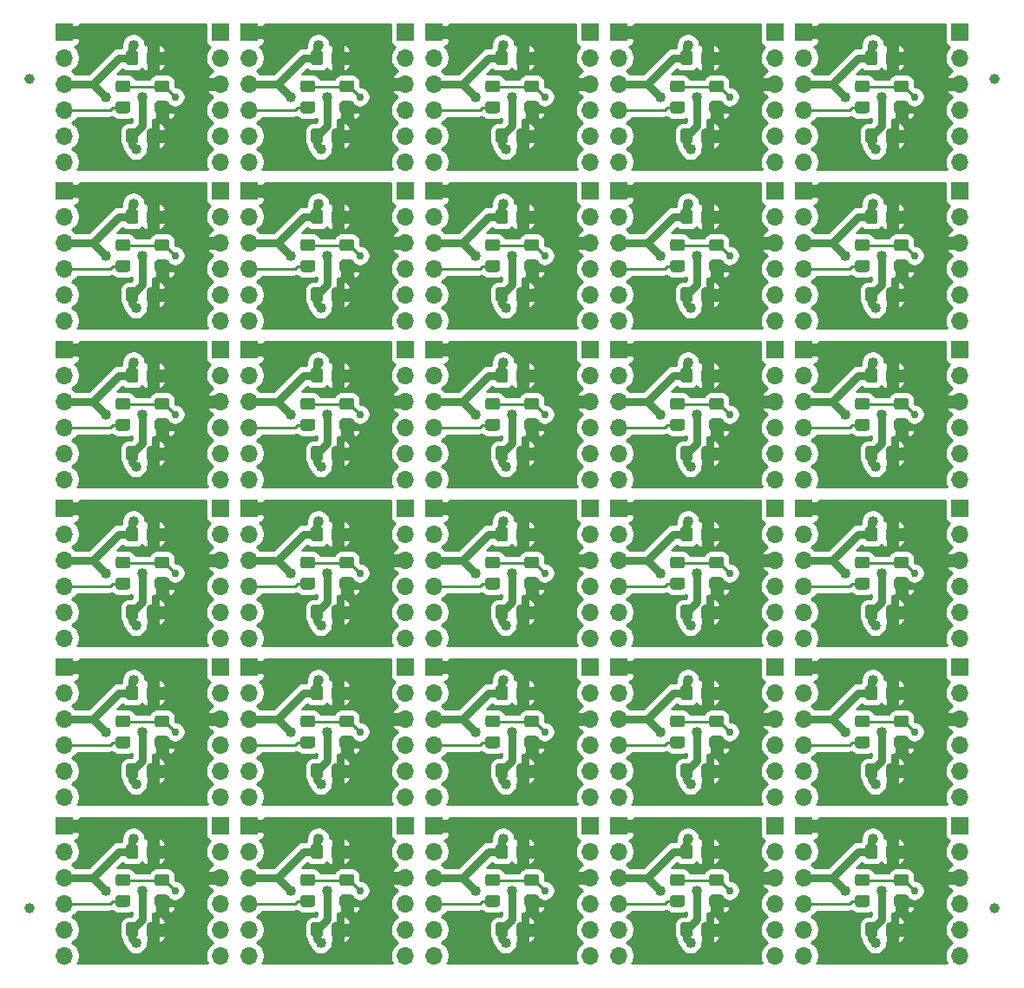
<source format=gbl>
G04 #@! TF.GenerationSoftware,KiCad,Pcbnew,(5.1.5)-3*
G04 #@! TF.CreationDate,2019-12-30T23:01:43-08:00*
G04 #@! TF.ProjectId,hc05-adapter-panel,68633035-2d61-4646-9170-7465722d7061,A*
G04 #@! TF.SameCoordinates,Original*
G04 #@! TF.FileFunction,Copper,L2,Bot*
G04 #@! TF.FilePolarity,Positive*
%FSLAX46Y46*%
G04 Gerber Fmt 4.6, Leading zero omitted, Abs format (unit mm)*
G04 Created by KiCad (PCBNEW (5.1.5)-3) date 2019-12-30 23:01:43*
%MOMM*%
%LPD*%
G04 APERTURE LIST*
%ADD10C,1.000000*%
%ADD11C,0.100000*%
%ADD12R,1.700000X1.700000*%
%ADD13O,1.700000X1.700000*%
%ADD14C,1.016000*%
%ADD15C,0.762000*%
%ADD16C,0.762000*%
%ADD17C,0.254000*%
G04 APERTURE END LIST*
D10*
X192373000Y-49525000D03*
X192373000Y-130525000D03*
X98203000Y-130525000D03*
X98203000Y-49525000D03*
G04 #@! TA.AperFunction,SMDPad,CuDef*
D11*
G36*
X108548005Y-54415704D02*
G01*
X108572273Y-54419304D01*
X108596072Y-54425265D01*
X108619171Y-54433530D01*
X108641350Y-54444020D01*
X108662393Y-54456632D01*
X108682099Y-54471247D01*
X108700277Y-54487723D01*
X108716753Y-54505901D01*
X108731368Y-54525607D01*
X108743980Y-54546650D01*
X108754470Y-54568829D01*
X108762735Y-54591928D01*
X108768696Y-54615727D01*
X108772296Y-54639995D01*
X108773500Y-54664499D01*
X108773500Y-55564501D01*
X108772296Y-55589005D01*
X108768696Y-55613273D01*
X108762735Y-55637072D01*
X108754470Y-55660171D01*
X108743980Y-55682350D01*
X108731368Y-55703393D01*
X108716753Y-55723099D01*
X108700277Y-55741277D01*
X108682099Y-55757753D01*
X108662393Y-55772368D01*
X108641350Y-55784980D01*
X108619171Y-55795470D01*
X108596072Y-55803735D01*
X108572273Y-55809696D01*
X108548005Y-55813296D01*
X108523501Y-55814500D01*
X107873499Y-55814500D01*
X107848995Y-55813296D01*
X107824727Y-55809696D01*
X107800928Y-55803735D01*
X107777829Y-55795470D01*
X107755650Y-55784980D01*
X107734607Y-55772368D01*
X107714901Y-55757753D01*
X107696723Y-55741277D01*
X107680247Y-55723099D01*
X107665632Y-55703393D01*
X107653020Y-55682350D01*
X107642530Y-55660171D01*
X107634265Y-55637072D01*
X107628304Y-55613273D01*
X107624704Y-55589005D01*
X107623500Y-55564501D01*
X107623500Y-54664499D01*
X107624704Y-54639995D01*
X107628304Y-54615727D01*
X107634265Y-54591928D01*
X107642530Y-54568829D01*
X107653020Y-54546650D01*
X107665632Y-54525607D01*
X107680247Y-54505901D01*
X107696723Y-54487723D01*
X107714901Y-54471247D01*
X107734607Y-54456632D01*
X107755650Y-54444020D01*
X107777829Y-54433530D01*
X107800928Y-54425265D01*
X107824727Y-54419304D01*
X107848995Y-54415704D01*
X107873499Y-54414500D01*
X108523501Y-54414500D01*
X108548005Y-54415704D01*
G37*
G04 #@! TD.AperFunction*
G04 #@! TA.AperFunction,SMDPad,CuDef*
G36*
X110598005Y-54415704D02*
G01*
X110622273Y-54419304D01*
X110646072Y-54425265D01*
X110669171Y-54433530D01*
X110691350Y-54444020D01*
X110712393Y-54456632D01*
X110732099Y-54471247D01*
X110750277Y-54487723D01*
X110766753Y-54505901D01*
X110781368Y-54525607D01*
X110793980Y-54546650D01*
X110804470Y-54568829D01*
X110812735Y-54591928D01*
X110818696Y-54615727D01*
X110822296Y-54639995D01*
X110823500Y-54664499D01*
X110823500Y-55564501D01*
X110822296Y-55589005D01*
X110818696Y-55613273D01*
X110812735Y-55637072D01*
X110804470Y-55660171D01*
X110793980Y-55682350D01*
X110781368Y-55703393D01*
X110766753Y-55723099D01*
X110750277Y-55741277D01*
X110732099Y-55757753D01*
X110712393Y-55772368D01*
X110691350Y-55784980D01*
X110669171Y-55795470D01*
X110646072Y-55803735D01*
X110622273Y-55809696D01*
X110598005Y-55813296D01*
X110573501Y-55814500D01*
X109923499Y-55814500D01*
X109898995Y-55813296D01*
X109874727Y-55809696D01*
X109850928Y-55803735D01*
X109827829Y-55795470D01*
X109805650Y-55784980D01*
X109784607Y-55772368D01*
X109764901Y-55757753D01*
X109746723Y-55741277D01*
X109730247Y-55723099D01*
X109715632Y-55703393D01*
X109703020Y-55682350D01*
X109692530Y-55660171D01*
X109684265Y-55637072D01*
X109678304Y-55613273D01*
X109674704Y-55589005D01*
X109673500Y-55564501D01*
X109673500Y-54664499D01*
X109674704Y-54639995D01*
X109678304Y-54615727D01*
X109684265Y-54591928D01*
X109692530Y-54568829D01*
X109703020Y-54546650D01*
X109715632Y-54525607D01*
X109730247Y-54505901D01*
X109746723Y-54487723D01*
X109764901Y-54471247D01*
X109784607Y-54456632D01*
X109805650Y-54444020D01*
X109827829Y-54433530D01*
X109850928Y-54425265D01*
X109874727Y-54419304D01*
X109898995Y-54415704D01*
X109923499Y-54414500D01*
X110573501Y-54414500D01*
X110598005Y-54415704D01*
G37*
G04 #@! TD.AperFunction*
G04 #@! TA.AperFunction,SMDPad,CuDef*
G36*
X108548005Y-85403704D02*
G01*
X108572273Y-85407304D01*
X108596072Y-85413265D01*
X108619171Y-85421530D01*
X108641350Y-85432020D01*
X108662393Y-85444632D01*
X108682099Y-85459247D01*
X108700277Y-85475723D01*
X108716753Y-85493901D01*
X108731368Y-85513607D01*
X108743980Y-85534650D01*
X108754470Y-85556829D01*
X108762735Y-85579928D01*
X108768696Y-85603727D01*
X108772296Y-85627995D01*
X108773500Y-85652499D01*
X108773500Y-86552501D01*
X108772296Y-86577005D01*
X108768696Y-86601273D01*
X108762735Y-86625072D01*
X108754470Y-86648171D01*
X108743980Y-86670350D01*
X108731368Y-86691393D01*
X108716753Y-86711099D01*
X108700277Y-86729277D01*
X108682099Y-86745753D01*
X108662393Y-86760368D01*
X108641350Y-86772980D01*
X108619171Y-86783470D01*
X108596072Y-86791735D01*
X108572273Y-86797696D01*
X108548005Y-86801296D01*
X108523501Y-86802500D01*
X107873499Y-86802500D01*
X107848995Y-86801296D01*
X107824727Y-86797696D01*
X107800928Y-86791735D01*
X107777829Y-86783470D01*
X107755650Y-86772980D01*
X107734607Y-86760368D01*
X107714901Y-86745753D01*
X107696723Y-86729277D01*
X107680247Y-86711099D01*
X107665632Y-86691393D01*
X107653020Y-86670350D01*
X107642530Y-86648171D01*
X107634265Y-86625072D01*
X107628304Y-86601273D01*
X107624704Y-86577005D01*
X107623500Y-86552501D01*
X107623500Y-85652499D01*
X107624704Y-85627995D01*
X107628304Y-85603727D01*
X107634265Y-85579928D01*
X107642530Y-85556829D01*
X107653020Y-85534650D01*
X107665632Y-85513607D01*
X107680247Y-85493901D01*
X107696723Y-85475723D01*
X107714901Y-85459247D01*
X107734607Y-85444632D01*
X107755650Y-85432020D01*
X107777829Y-85421530D01*
X107800928Y-85413265D01*
X107824727Y-85407304D01*
X107848995Y-85403704D01*
X107873499Y-85402500D01*
X108523501Y-85402500D01*
X108548005Y-85403704D01*
G37*
G04 #@! TD.AperFunction*
G04 #@! TA.AperFunction,SMDPad,CuDef*
G36*
X110598005Y-85403704D02*
G01*
X110622273Y-85407304D01*
X110646072Y-85413265D01*
X110669171Y-85421530D01*
X110691350Y-85432020D01*
X110712393Y-85444632D01*
X110732099Y-85459247D01*
X110750277Y-85475723D01*
X110766753Y-85493901D01*
X110781368Y-85513607D01*
X110793980Y-85534650D01*
X110804470Y-85556829D01*
X110812735Y-85579928D01*
X110818696Y-85603727D01*
X110822296Y-85627995D01*
X110823500Y-85652499D01*
X110823500Y-86552501D01*
X110822296Y-86577005D01*
X110818696Y-86601273D01*
X110812735Y-86625072D01*
X110804470Y-86648171D01*
X110793980Y-86670350D01*
X110781368Y-86691393D01*
X110766753Y-86711099D01*
X110750277Y-86729277D01*
X110732099Y-86745753D01*
X110712393Y-86760368D01*
X110691350Y-86772980D01*
X110669171Y-86783470D01*
X110646072Y-86791735D01*
X110622273Y-86797696D01*
X110598005Y-86801296D01*
X110573501Y-86802500D01*
X109923499Y-86802500D01*
X109898995Y-86801296D01*
X109874727Y-86797696D01*
X109850928Y-86791735D01*
X109827829Y-86783470D01*
X109805650Y-86772980D01*
X109784607Y-86760368D01*
X109764901Y-86745753D01*
X109746723Y-86729277D01*
X109730247Y-86711099D01*
X109715632Y-86691393D01*
X109703020Y-86670350D01*
X109692530Y-86648171D01*
X109684265Y-86625072D01*
X109678304Y-86601273D01*
X109674704Y-86577005D01*
X109673500Y-86552501D01*
X109673500Y-85652499D01*
X109674704Y-85627995D01*
X109678304Y-85603727D01*
X109684265Y-85579928D01*
X109692530Y-85556829D01*
X109703020Y-85534650D01*
X109715632Y-85513607D01*
X109730247Y-85493901D01*
X109746723Y-85475723D01*
X109764901Y-85459247D01*
X109784607Y-85444632D01*
X109805650Y-85432020D01*
X109827829Y-85421530D01*
X109850928Y-85413265D01*
X109874727Y-85407304D01*
X109898995Y-85403704D01*
X109923499Y-85402500D01*
X110573501Y-85402500D01*
X110598005Y-85403704D01*
G37*
G04 #@! TD.AperFunction*
G04 #@! TA.AperFunction,SMDPad,CuDef*
G36*
X108548005Y-46795704D02*
G01*
X108572273Y-46799304D01*
X108596072Y-46805265D01*
X108619171Y-46813530D01*
X108641350Y-46824020D01*
X108662393Y-46836632D01*
X108682099Y-46851247D01*
X108700277Y-46867723D01*
X108716753Y-46885901D01*
X108731368Y-46905607D01*
X108743980Y-46926650D01*
X108754470Y-46948829D01*
X108762735Y-46971928D01*
X108768696Y-46995727D01*
X108772296Y-47019995D01*
X108773500Y-47044499D01*
X108773500Y-47944501D01*
X108772296Y-47969005D01*
X108768696Y-47993273D01*
X108762735Y-48017072D01*
X108754470Y-48040171D01*
X108743980Y-48062350D01*
X108731368Y-48083393D01*
X108716753Y-48103099D01*
X108700277Y-48121277D01*
X108682099Y-48137753D01*
X108662393Y-48152368D01*
X108641350Y-48164980D01*
X108619171Y-48175470D01*
X108596072Y-48183735D01*
X108572273Y-48189696D01*
X108548005Y-48193296D01*
X108523501Y-48194500D01*
X107873499Y-48194500D01*
X107848995Y-48193296D01*
X107824727Y-48189696D01*
X107800928Y-48183735D01*
X107777829Y-48175470D01*
X107755650Y-48164980D01*
X107734607Y-48152368D01*
X107714901Y-48137753D01*
X107696723Y-48121277D01*
X107680247Y-48103099D01*
X107665632Y-48083393D01*
X107653020Y-48062350D01*
X107642530Y-48040171D01*
X107634265Y-48017072D01*
X107628304Y-47993273D01*
X107624704Y-47969005D01*
X107623500Y-47944501D01*
X107623500Y-47044499D01*
X107624704Y-47019995D01*
X107628304Y-46995727D01*
X107634265Y-46971928D01*
X107642530Y-46948829D01*
X107653020Y-46926650D01*
X107665632Y-46905607D01*
X107680247Y-46885901D01*
X107696723Y-46867723D01*
X107714901Y-46851247D01*
X107734607Y-46836632D01*
X107755650Y-46824020D01*
X107777829Y-46813530D01*
X107800928Y-46805265D01*
X107824727Y-46799304D01*
X107848995Y-46795704D01*
X107873499Y-46794500D01*
X108523501Y-46794500D01*
X108548005Y-46795704D01*
G37*
G04 #@! TD.AperFunction*
G04 #@! TA.AperFunction,SMDPad,CuDef*
G36*
X110598005Y-46795704D02*
G01*
X110622273Y-46799304D01*
X110646072Y-46805265D01*
X110669171Y-46813530D01*
X110691350Y-46824020D01*
X110712393Y-46836632D01*
X110732099Y-46851247D01*
X110750277Y-46867723D01*
X110766753Y-46885901D01*
X110781368Y-46905607D01*
X110793980Y-46926650D01*
X110804470Y-46948829D01*
X110812735Y-46971928D01*
X110818696Y-46995727D01*
X110822296Y-47019995D01*
X110823500Y-47044499D01*
X110823500Y-47944501D01*
X110822296Y-47969005D01*
X110818696Y-47993273D01*
X110812735Y-48017072D01*
X110804470Y-48040171D01*
X110793980Y-48062350D01*
X110781368Y-48083393D01*
X110766753Y-48103099D01*
X110750277Y-48121277D01*
X110732099Y-48137753D01*
X110712393Y-48152368D01*
X110691350Y-48164980D01*
X110669171Y-48175470D01*
X110646072Y-48183735D01*
X110622273Y-48189696D01*
X110598005Y-48193296D01*
X110573501Y-48194500D01*
X109923499Y-48194500D01*
X109898995Y-48193296D01*
X109874727Y-48189696D01*
X109850928Y-48183735D01*
X109827829Y-48175470D01*
X109805650Y-48164980D01*
X109784607Y-48152368D01*
X109764901Y-48137753D01*
X109746723Y-48121277D01*
X109730247Y-48103099D01*
X109715632Y-48083393D01*
X109703020Y-48062350D01*
X109692530Y-48040171D01*
X109684265Y-48017072D01*
X109678304Y-47993273D01*
X109674704Y-47969005D01*
X109673500Y-47944501D01*
X109673500Y-47044499D01*
X109674704Y-47019995D01*
X109678304Y-46995727D01*
X109684265Y-46971928D01*
X109692530Y-46948829D01*
X109703020Y-46926650D01*
X109715632Y-46905607D01*
X109730247Y-46885901D01*
X109746723Y-46867723D01*
X109764901Y-46851247D01*
X109784607Y-46836632D01*
X109805650Y-46824020D01*
X109827829Y-46813530D01*
X109850928Y-46805265D01*
X109874727Y-46799304D01*
X109898995Y-46795704D01*
X109923499Y-46794500D01*
X110573501Y-46794500D01*
X110598005Y-46795704D01*
G37*
G04 #@! TD.AperFunction*
G04 #@! TA.AperFunction,SMDPad,CuDef*
G36*
X108548005Y-77783704D02*
G01*
X108572273Y-77787304D01*
X108596072Y-77793265D01*
X108619171Y-77801530D01*
X108641350Y-77812020D01*
X108662393Y-77824632D01*
X108682099Y-77839247D01*
X108700277Y-77855723D01*
X108716753Y-77873901D01*
X108731368Y-77893607D01*
X108743980Y-77914650D01*
X108754470Y-77936829D01*
X108762735Y-77959928D01*
X108768696Y-77983727D01*
X108772296Y-78007995D01*
X108773500Y-78032499D01*
X108773500Y-78932501D01*
X108772296Y-78957005D01*
X108768696Y-78981273D01*
X108762735Y-79005072D01*
X108754470Y-79028171D01*
X108743980Y-79050350D01*
X108731368Y-79071393D01*
X108716753Y-79091099D01*
X108700277Y-79109277D01*
X108682099Y-79125753D01*
X108662393Y-79140368D01*
X108641350Y-79152980D01*
X108619171Y-79163470D01*
X108596072Y-79171735D01*
X108572273Y-79177696D01*
X108548005Y-79181296D01*
X108523501Y-79182500D01*
X107873499Y-79182500D01*
X107848995Y-79181296D01*
X107824727Y-79177696D01*
X107800928Y-79171735D01*
X107777829Y-79163470D01*
X107755650Y-79152980D01*
X107734607Y-79140368D01*
X107714901Y-79125753D01*
X107696723Y-79109277D01*
X107680247Y-79091099D01*
X107665632Y-79071393D01*
X107653020Y-79050350D01*
X107642530Y-79028171D01*
X107634265Y-79005072D01*
X107628304Y-78981273D01*
X107624704Y-78957005D01*
X107623500Y-78932501D01*
X107623500Y-78032499D01*
X107624704Y-78007995D01*
X107628304Y-77983727D01*
X107634265Y-77959928D01*
X107642530Y-77936829D01*
X107653020Y-77914650D01*
X107665632Y-77893607D01*
X107680247Y-77873901D01*
X107696723Y-77855723D01*
X107714901Y-77839247D01*
X107734607Y-77824632D01*
X107755650Y-77812020D01*
X107777829Y-77801530D01*
X107800928Y-77793265D01*
X107824727Y-77787304D01*
X107848995Y-77783704D01*
X107873499Y-77782500D01*
X108523501Y-77782500D01*
X108548005Y-77783704D01*
G37*
G04 #@! TD.AperFunction*
G04 #@! TA.AperFunction,SMDPad,CuDef*
G36*
X110598005Y-77783704D02*
G01*
X110622273Y-77787304D01*
X110646072Y-77793265D01*
X110669171Y-77801530D01*
X110691350Y-77812020D01*
X110712393Y-77824632D01*
X110732099Y-77839247D01*
X110750277Y-77855723D01*
X110766753Y-77873901D01*
X110781368Y-77893607D01*
X110793980Y-77914650D01*
X110804470Y-77936829D01*
X110812735Y-77959928D01*
X110818696Y-77983727D01*
X110822296Y-78007995D01*
X110823500Y-78032499D01*
X110823500Y-78932501D01*
X110822296Y-78957005D01*
X110818696Y-78981273D01*
X110812735Y-79005072D01*
X110804470Y-79028171D01*
X110793980Y-79050350D01*
X110781368Y-79071393D01*
X110766753Y-79091099D01*
X110750277Y-79109277D01*
X110732099Y-79125753D01*
X110712393Y-79140368D01*
X110691350Y-79152980D01*
X110669171Y-79163470D01*
X110646072Y-79171735D01*
X110622273Y-79177696D01*
X110598005Y-79181296D01*
X110573501Y-79182500D01*
X109923499Y-79182500D01*
X109898995Y-79181296D01*
X109874727Y-79177696D01*
X109850928Y-79171735D01*
X109827829Y-79163470D01*
X109805650Y-79152980D01*
X109784607Y-79140368D01*
X109764901Y-79125753D01*
X109746723Y-79109277D01*
X109730247Y-79091099D01*
X109715632Y-79071393D01*
X109703020Y-79050350D01*
X109692530Y-79028171D01*
X109684265Y-79005072D01*
X109678304Y-78981273D01*
X109674704Y-78957005D01*
X109673500Y-78932501D01*
X109673500Y-78032499D01*
X109674704Y-78007995D01*
X109678304Y-77983727D01*
X109684265Y-77959928D01*
X109692530Y-77936829D01*
X109703020Y-77914650D01*
X109715632Y-77893607D01*
X109730247Y-77873901D01*
X109746723Y-77855723D01*
X109764901Y-77839247D01*
X109784607Y-77824632D01*
X109805650Y-77812020D01*
X109827829Y-77801530D01*
X109850928Y-77793265D01*
X109874727Y-77787304D01*
X109898995Y-77783704D01*
X109923499Y-77782500D01*
X110573501Y-77782500D01*
X110598005Y-77783704D01*
G37*
G04 #@! TD.AperFunction*
G04 #@! TA.AperFunction,SMDPad,CuDef*
G36*
X107793005Y-51755704D02*
G01*
X107817273Y-51759304D01*
X107841072Y-51765265D01*
X107864171Y-51773530D01*
X107886350Y-51784020D01*
X107907393Y-51796632D01*
X107927099Y-51811247D01*
X107945277Y-51827723D01*
X107961753Y-51845901D01*
X107976368Y-51865607D01*
X107988980Y-51886650D01*
X107999470Y-51908829D01*
X108007735Y-51931928D01*
X108013696Y-51955727D01*
X108017296Y-51979995D01*
X108018500Y-52004499D01*
X108018500Y-52654501D01*
X108017296Y-52679005D01*
X108013696Y-52703273D01*
X108007735Y-52727072D01*
X107999470Y-52750171D01*
X107988980Y-52772350D01*
X107976368Y-52793393D01*
X107961753Y-52813099D01*
X107945277Y-52831277D01*
X107927099Y-52847753D01*
X107907393Y-52862368D01*
X107886350Y-52874980D01*
X107864171Y-52885470D01*
X107841072Y-52893735D01*
X107817273Y-52899696D01*
X107793005Y-52903296D01*
X107768501Y-52904500D01*
X106868499Y-52904500D01*
X106843995Y-52903296D01*
X106819727Y-52899696D01*
X106795928Y-52893735D01*
X106772829Y-52885470D01*
X106750650Y-52874980D01*
X106729607Y-52862368D01*
X106709901Y-52847753D01*
X106691723Y-52831277D01*
X106675247Y-52813099D01*
X106660632Y-52793393D01*
X106648020Y-52772350D01*
X106637530Y-52750171D01*
X106629265Y-52727072D01*
X106623304Y-52703273D01*
X106619704Y-52679005D01*
X106618500Y-52654501D01*
X106618500Y-52004499D01*
X106619704Y-51979995D01*
X106623304Y-51955727D01*
X106629265Y-51931928D01*
X106637530Y-51908829D01*
X106648020Y-51886650D01*
X106660632Y-51865607D01*
X106675247Y-51845901D01*
X106691723Y-51827723D01*
X106709901Y-51811247D01*
X106729607Y-51796632D01*
X106750650Y-51784020D01*
X106772829Y-51773530D01*
X106795928Y-51765265D01*
X106819727Y-51759304D01*
X106843995Y-51755704D01*
X106868499Y-51754500D01*
X107768501Y-51754500D01*
X107793005Y-51755704D01*
G37*
G04 #@! TD.AperFunction*
G04 #@! TA.AperFunction,SMDPad,CuDef*
G36*
X107793005Y-49705704D02*
G01*
X107817273Y-49709304D01*
X107841072Y-49715265D01*
X107864171Y-49723530D01*
X107886350Y-49734020D01*
X107907393Y-49746632D01*
X107927099Y-49761247D01*
X107945277Y-49777723D01*
X107961753Y-49795901D01*
X107976368Y-49815607D01*
X107988980Y-49836650D01*
X107999470Y-49858829D01*
X108007735Y-49881928D01*
X108013696Y-49905727D01*
X108017296Y-49929995D01*
X108018500Y-49954499D01*
X108018500Y-50604501D01*
X108017296Y-50629005D01*
X108013696Y-50653273D01*
X108007735Y-50677072D01*
X107999470Y-50700171D01*
X107988980Y-50722350D01*
X107976368Y-50743393D01*
X107961753Y-50763099D01*
X107945277Y-50781277D01*
X107927099Y-50797753D01*
X107907393Y-50812368D01*
X107886350Y-50824980D01*
X107864171Y-50835470D01*
X107841072Y-50843735D01*
X107817273Y-50849696D01*
X107793005Y-50853296D01*
X107768501Y-50854500D01*
X106868499Y-50854500D01*
X106843995Y-50853296D01*
X106819727Y-50849696D01*
X106795928Y-50843735D01*
X106772829Y-50835470D01*
X106750650Y-50824980D01*
X106729607Y-50812368D01*
X106709901Y-50797753D01*
X106691723Y-50781277D01*
X106675247Y-50763099D01*
X106660632Y-50743393D01*
X106648020Y-50722350D01*
X106637530Y-50700171D01*
X106629265Y-50677072D01*
X106623304Y-50653273D01*
X106619704Y-50629005D01*
X106618500Y-50604501D01*
X106618500Y-49954499D01*
X106619704Y-49929995D01*
X106623304Y-49905727D01*
X106629265Y-49881928D01*
X106637530Y-49858829D01*
X106648020Y-49836650D01*
X106660632Y-49815607D01*
X106675247Y-49795901D01*
X106691723Y-49777723D01*
X106709901Y-49761247D01*
X106729607Y-49746632D01*
X106750650Y-49734020D01*
X106772829Y-49723530D01*
X106795928Y-49715265D01*
X106819727Y-49709304D01*
X106843995Y-49705704D01*
X106868499Y-49704500D01*
X107768501Y-49704500D01*
X107793005Y-49705704D01*
G37*
G04 #@! TD.AperFunction*
G04 #@! TA.AperFunction,SMDPad,CuDef*
G36*
X107793005Y-82743704D02*
G01*
X107817273Y-82747304D01*
X107841072Y-82753265D01*
X107864171Y-82761530D01*
X107886350Y-82772020D01*
X107907393Y-82784632D01*
X107927099Y-82799247D01*
X107945277Y-82815723D01*
X107961753Y-82833901D01*
X107976368Y-82853607D01*
X107988980Y-82874650D01*
X107999470Y-82896829D01*
X108007735Y-82919928D01*
X108013696Y-82943727D01*
X108017296Y-82967995D01*
X108018500Y-82992499D01*
X108018500Y-83642501D01*
X108017296Y-83667005D01*
X108013696Y-83691273D01*
X108007735Y-83715072D01*
X107999470Y-83738171D01*
X107988980Y-83760350D01*
X107976368Y-83781393D01*
X107961753Y-83801099D01*
X107945277Y-83819277D01*
X107927099Y-83835753D01*
X107907393Y-83850368D01*
X107886350Y-83862980D01*
X107864171Y-83873470D01*
X107841072Y-83881735D01*
X107817273Y-83887696D01*
X107793005Y-83891296D01*
X107768501Y-83892500D01*
X106868499Y-83892500D01*
X106843995Y-83891296D01*
X106819727Y-83887696D01*
X106795928Y-83881735D01*
X106772829Y-83873470D01*
X106750650Y-83862980D01*
X106729607Y-83850368D01*
X106709901Y-83835753D01*
X106691723Y-83819277D01*
X106675247Y-83801099D01*
X106660632Y-83781393D01*
X106648020Y-83760350D01*
X106637530Y-83738171D01*
X106629265Y-83715072D01*
X106623304Y-83691273D01*
X106619704Y-83667005D01*
X106618500Y-83642501D01*
X106618500Y-82992499D01*
X106619704Y-82967995D01*
X106623304Y-82943727D01*
X106629265Y-82919928D01*
X106637530Y-82896829D01*
X106648020Y-82874650D01*
X106660632Y-82853607D01*
X106675247Y-82833901D01*
X106691723Y-82815723D01*
X106709901Y-82799247D01*
X106729607Y-82784632D01*
X106750650Y-82772020D01*
X106772829Y-82761530D01*
X106795928Y-82753265D01*
X106819727Y-82747304D01*
X106843995Y-82743704D01*
X106868499Y-82742500D01*
X107768501Y-82742500D01*
X107793005Y-82743704D01*
G37*
G04 #@! TD.AperFunction*
G04 #@! TA.AperFunction,SMDPad,CuDef*
G36*
X107793005Y-80693704D02*
G01*
X107817273Y-80697304D01*
X107841072Y-80703265D01*
X107864171Y-80711530D01*
X107886350Y-80722020D01*
X107907393Y-80734632D01*
X107927099Y-80749247D01*
X107945277Y-80765723D01*
X107961753Y-80783901D01*
X107976368Y-80803607D01*
X107988980Y-80824650D01*
X107999470Y-80846829D01*
X108007735Y-80869928D01*
X108013696Y-80893727D01*
X108017296Y-80917995D01*
X108018500Y-80942499D01*
X108018500Y-81592501D01*
X108017296Y-81617005D01*
X108013696Y-81641273D01*
X108007735Y-81665072D01*
X107999470Y-81688171D01*
X107988980Y-81710350D01*
X107976368Y-81731393D01*
X107961753Y-81751099D01*
X107945277Y-81769277D01*
X107927099Y-81785753D01*
X107907393Y-81800368D01*
X107886350Y-81812980D01*
X107864171Y-81823470D01*
X107841072Y-81831735D01*
X107817273Y-81837696D01*
X107793005Y-81841296D01*
X107768501Y-81842500D01*
X106868499Y-81842500D01*
X106843995Y-81841296D01*
X106819727Y-81837696D01*
X106795928Y-81831735D01*
X106772829Y-81823470D01*
X106750650Y-81812980D01*
X106729607Y-81800368D01*
X106709901Y-81785753D01*
X106691723Y-81769277D01*
X106675247Y-81751099D01*
X106660632Y-81731393D01*
X106648020Y-81710350D01*
X106637530Y-81688171D01*
X106629265Y-81665072D01*
X106623304Y-81641273D01*
X106619704Y-81617005D01*
X106618500Y-81592501D01*
X106618500Y-80942499D01*
X106619704Y-80917995D01*
X106623304Y-80893727D01*
X106629265Y-80869928D01*
X106637530Y-80846829D01*
X106648020Y-80824650D01*
X106660632Y-80803607D01*
X106675247Y-80783901D01*
X106691723Y-80765723D01*
X106709901Y-80749247D01*
X106729607Y-80734632D01*
X106750650Y-80722020D01*
X106772829Y-80711530D01*
X106795928Y-80703265D01*
X106819727Y-80697304D01*
X106843995Y-80693704D01*
X106868499Y-80692500D01*
X107768501Y-80692500D01*
X107793005Y-80693704D01*
G37*
G04 #@! TD.AperFunction*
D12*
X101600000Y-44958000D03*
D13*
X101600000Y-47498000D03*
X101600000Y-50038000D03*
X101600000Y-52578000D03*
X101600000Y-55118000D03*
X101600000Y-57658000D03*
D12*
X101600000Y-75946000D03*
D13*
X101600000Y-78486000D03*
X101600000Y-81026000D03*
X101600000Y-83566000D03*
X101600000Y-86106000D03*
X101600000Y-88646000D03*
G04 #@! TA.AperFunction,SMDPad,CuDef*
D11*
G36*
X111603005Y-49705704D02*
G01*
X111627273Y-49709304D01*
X111651072Y-49715265D01*
X111674171Y-49723530D01*
X111696350Y-49734020D01*
X111717393Y-49746632D01*
X111737099Y-49761247D01*
X111755277Y-49777723D01*
X111771753Y-49795901D01*
X111786368Y-49815607D01*
X111798980Y-49836650D01*
X111809470Y-49858829D01*
X111817735Y-49881928D01*
X111823696Y-49905727D01*
X111827296Y-49929995D01*
X111828500Y-49954499D01*
X111828500Y-50604501D01*
X111827296Y-50629005D01*
X111823696Y-50653273D01*
X111817735Y-50677072D01*
X111809470Y-50700171D01*
X111798980Y-50722350D01*
X111786368Y-50743393D01*
X111771753Y-50763099D01*
X111755277Y-50781277D01*
X111737099Y-50797753D01*
X111717393Y-50812368D01*
X111696350Y-50824980D01*
X111674171Y-50835470D01*
X111651072Y-50843735D01*
X111627273Y-50849696D01*
X111603005Y-50853296D01*
X111578501Y-50854500D01*
X110678499Y-50854500D01*
X110653995Y-50853296D01*
X110629727Y-50849696D01*
X110605928Y-50843735D01*
X110582829Y-50835470D01*
X110560650Y-50824980D01*
X110539607Y-50812368D01*
X110519901Y-50797753D01*
X110501723Y-50781277D01*
X110485247Y-50763099D01*
X110470632Y-50743393D01*
X110458020Y-50722350D01*
X110447530Y-50700171D01*
X110439265Y-50677072D01*
X110433304Y-50653273D01*
X110429704Y-50629005D01*
X110428500Y-50604501D01*
X110428500Y-49954499D01*
X110429704Y-49929995D01*
X110433304Y-49905727D01*
X110439265Y-49881928D01*
X110447530Y-49858829D01*
X110458020Y-49836650D01*
X110470632Y-49815607D01*
X110485247Y-49795901D01*
X110501723Y-49777723D01*
X110519901Y-49761247D01*
X110539607Y-49746632D01*
X110560650Y-49734020D01*
X110582829Y-49723530D01*
X110605928Y-49715265D01*
X110629727Y-49709304D01*
X110653995Y-49705704D01*
X110678499Y-49704500D01*
X111578501Y-49704500D01*
X111603005Y-49705704D01*
G37*
G04 #@! TD.AperFunction*
G04 #@! TA.AperFunction,SMDPad,CuDef*
G36*
X111603005Y-51755704D02*
G01*
X111627273Y-51759304D01*
X111651072Y-51765265D01*
X111674171Y-51773530D01*
X111696350Y-51784020D01*
X111717393Y-51796632D01*
X111737099Y-51811247D01*
X111755277Y-51827723D01*
X111771753Y-51845901D01*
X111786368Y-51865607D01*
X111798980Y-51886650D01*
X111809470Y-51908829D01*
X111817735Y-51931928D01*
X111823696Y-51955727D01*
X111827296Y-51979995D01*
X111828500Y-52004499D01*
X111828500Y-52654501D01*
X111827296Y-52679005D01*
X111823696Y-52703273D01*
X111817735Y-52727072D01*
X111809470Y-52750171D01*
X111798980Y-52772350D01*
X111786368Y-52793393D01*
X111771753Y-52813099D01*
X111755277Y-52831277D01*
X111737099Y-52847753D01*
X111717393Y-52862368D01*
X111696350Y-52874980D01*
X111674171Y-52885470D01*
X111651072Y-52893735D01*
X111627273Y-52899696D01*
X111603005Y-52903296D01*
X111578501Y-52904500D01*
X110678499Y-52904500D01*
X110653995Y-52903296D01*
X110629727Y-52899696D01*
X110605928Y-52893735D01*
X110582829Y-52885470D01*
X110560650Y-52874980D01*
X110539607Y-52862368D01*
X110519901Y-52847753D01*
X110501723Y-52831277D01*
X110485247Y-52813099D01*
X110470632Y-52793393D01*
X110458020Y-52772350D01*
X110447530Y-52750171D01*
X110439265Y-52727072D01*
X110433304Y-52703273D01*
X110429704Y-52679005D01*
X110428500Y-52654501D01*
X110428500Y-52004499D01*
X110429704Y-51979995D01*
X110433304Y-51955727D01*
X110439265Y-51931928D01*
X110447530Y-51908829D01*
X110458020Y-51886650D01*
X110470632Y-51865607D01*
X110485247Y-51845901D01*
X110501723Y-51827723D01*
X110519901Y-51811247D01*
X110539607Y-51796632D01*
X110560650Y-51784020D01*
X110582829Y-51773530D01*
X110605928Y-51765265D01*
X110629727Y-51759304D01*
X110653995Y-51755704D01*
X110678499Y-51754500D01*
X111578501Y-51754500D01*
X111603005Y-51755704D01*
G37*
G04 #@! TD.AperFunction*
G04 #@! TA.AperFunction,SMDPad,CuDef*
G36*
X111603005Y-80693704D02*
G01*
X111627273Y-80697304D01*
X111651072Y-80703265D01*
X111674171Y-80711530D01*
X111696350Y-80722020D01*
X111717393Y-80734632D01*
X111737099Y-80749247D01*
X111755277Y-80765723D01*
X111771753Y-80783901D01*
X111786368Y-80803607D01*
X111798980Y-80824650D01*
X111809470Y-80846829D01*
X111817735Y-80869928D01*
X111823696Y-80893727D01*
X111827296Y-80917995D01*
X111828500Y-80942499D01*
X111828500Y-81592501D01*
X111827296Y-81617005D01*
X111823696Y-81641273D01*
X111817735Y-81665072D01*
X111809470Y-81688171D01*
X111798980Y-81710350D01*
X111786368Y-81731393D01*
X111771753Y-81751099D01*
X111755277Y-81769277D01*
X111737099Y-81785753D01*
X111717393Y-81800368D01*
X111696350Y-81812980D01*
X111674171Y-81823470D01*
X111651072Y-81831735D01*
X111627273Y-81837696D01*
X111603005Y-81841296D01*
X111578501Y-81842500D01*
X110678499Y-81842500D01*
X110653995Y-81841296D01*
X110629727Y-81837696D01*
X110605928Y-81831735D01*
X110582829Y-81823470D01*
X110560650Y-81812980D01*
X110539607Y-81800368D01*
X110519901Y-81785753D01*
X110501723Y-81769277D01*
X110485247Y-81751099D01*
X110470632Y-81731393D01*
X110458020Y-81710350D01*
X110447530Y-81688171D01*
X110439265Y-81665072D01*
X110433304Y-81641273D01*
X110429704Y-81617005D01*
X110428500Y-81592501D01*
X110428500Y-80942499D01*
X110429704Y-80917995D01*
X110433304Y-80893727D01*
X110439265Y-80869928D01*
X110447530Y-80846829D01*
X110458020Y-80824650D01*
X110470632Y-80803607D01*
X110485247Y-80783901D01*
X110501723Y-80765723D01*
X110519901Y-80749247D01*
X110539607Y-80734632D01*
X110560650Y-80722020D01*
X110582829Y-80711530D01*
X110605928Y-80703265D01*
X110629727Y-80697304D01*
X110653995Y-80693704D01*
X110678499Y-80692500D01*
X111578501Y-80692500D01*
X111603005Y-80693704D01*
G37*
G04 #@! TD.AperFunction*
G04 #@! TA.AperFunction,SMDPad,CuDef*
G36*
X111603005Y-82743704D02*
G01*
X111627273Y-82747304D01*
X111651072Y-82753265D01*
X111674171Y-82761530D01*
X111696350Y-82772020D01*
X111717393Y-82784632D01*
X111737099Y-82799247D01*
X111755277Y-82815723D01*
X111771753Y-82833901D01*
X111786368Y-82853607D01*
X111798980Y-82874650D01*
X111809470Y-82896829D01*
X111817735Y-82919928D01*
X111823696Y-82943727D01*
X111827296Y-82967995D01*
X111828500Y-82992499D01*
X111828500Y-83642501D01*
X111827296Y-83667005D01*
X111823696Y-83691273D01*
X111817735Y-83715072D01*
X111809470Y-83738171D01*
X111798980Y-83760350D01*
X111786368Y-83781393D01*
X111771753Y-83801099D01*
X111755277Y-83819277D01*
X111737099Y-83835753D01*
X111717393Y-83850368D01*
X111696350Y-83862980D01*
X111674171Y-83873470D01*
X111651072Y-83881735D01*
X111627273Y-83887696D01*
X111603005Y-83891296D01*
X111578501Y-83892500D01*
X110678499Y-83892500D01*
X110653995Y-83891296D01*
X110629727Y-83887696D01*
X110605928Y-83881735D01*
X110582829Y-83873470D01*
X110560650Y-83862980D01*
X110539607Y-83850368D01*
X110519901Y-83835753D01*
X110501723Y-83819277D01*
X110485247Y-83801099D01*
X110470632Y-83781393D01*
X110458020Y-83760350D01*
X110447530Y-83738171D01*
X110439265Y-83715072D01*
X110433304Y-83691273D01*
X110429704Y-83667005D01*
X110428500Y-83642501D01*
X110428500Y-82992499D01*
X110429704Y-82967995D01*
X110433304Y-82943727D01*
X110439265Y-82919928D01*
X110447530Y-82896829D01*
X110458020Y-82874650D01*
X110470632Y-82853607D01*
X110485247Y-82833901D01*
X110501723Y-82815723D01*
X110519901Y-82799247D01*
X110539607Y-82784632D01*
X110560650Y-82772020D01*
X110582829Y-82761530D01*
X110605928Y-82753265D01*
X110629727Y-82747304D01*
X110653995Y-82743704D01*
X110678499Y-82742500D01*
X111578501Y-82742500D01*
X111603005Y-82743704D01*
G37*
G04 #@! TD.AperFunction*
D12*
X116840000Y-44958000D03*
D13*
X116840000Y-47498000D03*
X116840000Y-50038000D03*
X116840000Y-52578000D03*
X116840000Y-55118000D03*
X116840000Y-57658000D03*
D12*
X116840000Y-75946000D03*
D13*
X116840000Y-78486000D03*
X116840000Y-81026000D03*
X116840000Y-83566000D03*
X116840000Y-86106000D03*
X116840000Y-88646000D03*
G04 #@! TA.AperFunction,SMDPad,CuDef*
D11*
G36*
X183739005Y-51755704D02*
G01*
X183763273Y-51759304D01*
X183787072Y-51765265D01*
X183810171Y-51773530D01*
X183832350Y-51784020D01*
X183853393Y-51796632D01*
X183873099Y-51811247D01*
X183891277Y-51827723D01*
X183907753Y-51845901D01*
X183922368Y-51865607D01*
X183934980Y-51886650D01*
X183945470Y-51908829D01*
X183953735Y-51931928D01*
X183959696Y-51955727D01*
X183963296Y-51979995D01*
X183964500Y-52004499D01*
X183964500Y-52654501D01*
X183963296Y-52679005D01*
X183959696Y-52703273D01*
X183953735Y-52727072D01*
X183945470Y-52750171D01*
X183934980Y-52772350D01*
X183922368Y-52793393D01*
X183907753Y-52813099D01*
X183891277Y-52831277D01*
X183873099Y-52847753D01*
X183853393Y-52862368D01*
X183832350Y-52874980D01*
X183810171Y-52885470D01*
X183787072Y-52893735D01*
X183763273Y-52899696D01*
X183739005Y-52903296D01*
X183714501Y-52904500D01*
X182814499Y-52904500D01*
X182789995Y-52903296D01*
X182765727Y-52899696D01*
X182741928Y-52893735D01*
X182718829Y-52885470D01*
X182696650Y-52874980D01*
X182675607Y-52862368D01*
X182655901Y-52847753D01*
X182637723Y-52831277D01*
X182621247Y-52813099D01*
X182606632Y-52793393D01*
X182594020Y-52772350D01*
X182583530Y-52750171D01*
X182575265Y-52727072D01*
X182569304Y-52703273D01*
X182565704Y-52679005D01*
X182564500Y-52654501D01*
X182564500Y-52004499D01*
X182565704Y-51979995D01*
X182569304Y-51955727D01*
X182575265Y-51931928D01*
X182583530Y-51908829D01*
X182594020Y-51886650D01*
X182606632Y-51865607D01*
X182621247Y-51845901D01*
X182637723Y-51827723D01*
X182655901Y-51811247D01*
X182675607Y-51796632D01*
X182696650Y-51784020D01*
X182718829Y-51773530D01*
X182741928Y-51765265D01*
X182765727Y-51759304D01*
X182789995Y-51755704D01*
X182814499Y-51754500D01*
X183714501Y-51754500D01*
X183739005Y-51755704D01*
G37*
G04 #@! TD.AperFunction*
G04 #@! TA.AperFunction,SMDPad,CuDef*
G36*
X183739005Y-49705704D02*
G01*
X183763273Y-49709304D01*
X183787072Y-49715265D01*
X183810171Y-49723530D01*
X183832350Y-49734020D01*
X183853393Y-49746632D01*
X183873099Y-49761247D01*
X183891277Y-49777723D01*
X183907753Y-49795901D01*
X183922368Y-49815607D01*
X183934980Y-49836650D01*
X183945470Y-49858829D01*
X183953735Y-49881928D01*
X183959696Y-49905727D01*
X183963296Y-49929995D01*
X183964500Y-49954499D01*
X183964500Y-50604501D01*
X183963296Y-50629005D01*
X183959696Y-50653273D01*
X183953735Y-50677072D01*
X183945470Y-50700171D01*
X183934980Y-50722350D01*
X183922368Y-50743393D01*
X183907753Y-50763099D01*
X183891277Y-50781277D01*
X183873099Y-50797753D01*
X183853393Y-50812368D01*
X183832350Y-50824980D01*
X183810171Y-50835470D01*
X183787072Y-50843735D01*
X183763273Y-50849696D01*
X183739005Y-50853296D01*
X183714501Y-50854500D01*
X182814499Y-50854500D01*
X182789995Y-50853296D01*
X182765727Y-50849696D01*
X182741928Y-50843735D01*
X182718829Y-50835470D01*
X182696650Y-50824980D01*
X182675607Y-50812368D01*
X182655901Y-50797753D01*
X182637723Y-50781277D01*
X182621247Y-50763099D01*
X182606632Y-50743393D01*
X182594020Y-50722350D01*
X182583530Y-50700171D01*
X182575265Y-50677072D01*
X182569304Y-50653273D01*
X182565704Y-50629005D01*
X182564500Y-50604501D01*
X182564500Y-49954499D01*
X182565704Y-49929995D01*
X182569304Y-49905727D01*
X182575265Y-49881928D01*
X182583530Y-49858829D01*
X182594020Y-49836650D01*
X182606632Y-49815607D01*
X182621247Y-49795901D01*
X182637723Y-49777723D01*
X182655901Y-49761247D01*
X182675607Y-49746632D01*
X182696650Y-49734020D01*
X182718829Y-49723530D01*
X182741928Y-49715265D01*
X182765727Y-49709304D01*
X182789995Y-49705704D01*
X182814499Y-49704500D01*
X183714501Y-49704500D01*
X183739005Y-49705704D01*
G37*
G04 #@! TD.AperFunction*
G04 #@! TA.AperFunction,SMDPad,CuDef*
G36*
X183739005Y-82743704D02*
G01*
X183763273Y-82747304D01*
X183787072Y-82753265D01*
X183810171Y-82761530D01*
X183832350Y-82772020D01*
X183853393Y-82784632D01*
X183873099Y-82799247D01*
X183891277Y-82815723D01*
X183907753Y-82833901D01*
X183922368Y-82853607D01*
X183934980Y-82874650D01*
X183945470Y-82896829D01*
X183953735Y-82919928D01*
X183959696Y-82943727D01*
X183963296Y-82967995D01*
X183964500Y-82992499D01*
X183964500Y-83642501D01*
X183963296Y-83667005D01*
X183959696Y-83691273D01*
X183953735Y-83715072D01*
X183945470Y-83738171D01*
X183934980Y-83760350D01*
X183922368Y-83781393D01*
X183907753Y-83801099D01*
X183891277Y-83819277D01*
X183873099Y-83835753D01*
X183853393Y-83850368D01*
X183832350Y-83862980D01*
X183810171Y-83873470D01*
X183787072Y-83881735D01*
X183763273Y-83887696D01*
X183739005Y-83891296D01*
X183714501Y-83892500D01*
X182814499Y-83892500D01*
X182789995Y-83891296D01*
X182765727Y-83887696D01*
X182741928Y-83881735D01*
X182718829Y-83873470D01*
X182696650Y-83862980D01*
X182675607Y-83850368D01*
X182655901Y-83835753D01*
X182637723Y-83819277D01*
X182621247Y-83801099D01*
X182606632Y-83781393D01*
X182594020Y-83760350D01*
X182583530Y-83738171D01*
X182575265Y-83715072D01*
X182569304Y-83691273D01*
X182565704Y-83667005D01*
X182564500Y-83642501D01*
X182564500Y-82992499D01*
X182565704Y-82967995D01*
X182569304Y-82943727D01*
X182575265Y-82919928D01*
X182583530Y-82896829D01*
X182594020Y-82874650D01*
X182606632Y-82853607D01*
X182621247Y-82833901D01*
X182637723Y-82815723D01*
X182655901Y-82799247D01*
X182675607Y-82784632D01*
X182696650Y-82772020D01*
X182718829Y-82761530D01*
X182741928Y-82753265D01*
X182765727Y-82747304D01*
X182789995Y-82743704D01*
X182814499Y-82742500D01*
X183714501Y-82742500D01*
X183739005Y-82743704D01*
G37*
G04 #@! TD.AperFunction*
G04 #@! TA.AperFunction,SMDPad,CuDef*
G36*
X183739005Y-80693704D02*
G01*
X183763273Y-80697304D01*
X183787072Y-80703265D01*
X183810171Y-80711530D01*
X183832350Y-80722020D01*
X183853393Y-80734632D01*
X183873099Y-80749247D01*
X183891277Y-80765723D01*
X183907753Y-80783901D01*
X183922368Y-80803607D01*
X183934980Y-80824650D01*
X183945470Y-80846829D01*
X183953735Y-80869928D01*
X183959696Y-80893727D01*
X183963296Y-80917995D01*
X183964500Y-80942499D01*
X183964500Y-81592501D01*
X183963296Y-81617005D01*
X183959696Y-81641273D01*
X183953735Y-81665072D01*
X183945470Y-81688171D01*
X183934980Y-81710350D01*
X183922368Y-81731393D01*
X183907753Y-81751099D01*
X183891277Y-81769277D01*
X183873099Y-81785753D01*
X183853393Y-81800368D01*
X183832350Y-81812980D01*
X183810171Y-81823470D01*
X183787072Y-81831735D01*
X183763273Y-81837696D01*
X183739005Y-81841296D01*
X183714501Y-81842500D01*
X182814499Y-81842500D01*
X182789995Y-81841296D01*
X182765727Y-81837696D01*
X182741928Y-81831735D01*
X182718829Y-81823470D01*
X182696650Y-81812980D01*
X182675607Y-81800368D01*
X182655901Y-81785753D01*
X182637723Y-81769277D01*
X182621247Y-81751099D01*
X182606632Y-81731393D01*
X182594020Y-81710350D01*
X182583530Y-81688171D01*
X182575265Y-81665072D01*
X182569304Y-81641273D01*
X182565704Y-81617005D01*
X182564500Y-81592501D01*
X182564500Y-80942499D01*
X182565704Y-80917995D01*
X182569304Y-80893727D01*
X182575265Y-80869928D01*
X182583530Y-80846829D01*
X182594020Y-80824650D01*
X182606632Y-80803607D01*
X182621247Y-80783901D01*
X182637723Y-80765723D01*
X182655901Y-80749247D01*
X182675607Y-80734632D01*
X182696650Y-80722020D01*
X182718829Y-80711530D01*
X182741928Y-80703265D01*
X182765727Y-80697304D01*
X182789995Y-80693704D01*
X182814499Y-80692500D01*
X183714501Y-80692500D01*
X183739005Y-80693704D01*
G37*
G04 #@! TD.AperFunction*
G04 #@! TA.AperFunction,SMDPad,CuDef*
G36*
X164700005Y-46795704D02*
G01*
X164724273Y-46799304D01*
X164748072Y-46805265D01*
X164771171Y-46813530D01*
X164793350Y-46824020D01*
X164814393Y-46836632D01*
X164834099Y-46851247D01*
X164852277Y-46867723D01*
X164868753Y-46885901D01*
X164883368Y-46905607D01*
X164895980Y-46926650D01*
X164906470Y-46948829D01*
X164914735Y-46971928D01*
X164920696Y-46995727D01*
X164924296Y-47019995D01*
X164925500Y-47044499D01*
X164925500Y-47944501D01*
X164924296Y-47969005D01*
X164920696Y-47993273D01*
X164914735Y-48017072D01*
X164906470Y-48040171D01*
X164895980Y-48062350D01*
X164883368Y-48083393D01*
X164868753Y-48103099D01*
X164852277Y-48121277D01*
X164834099Y-48137753D01*
X164814393Y-48152368D01*
X164793350Y-48164980D01*
X164771171Y-48175470D01*
X164748072Y-48183735D01*
X164724273Y-48189696D01*
X164700005Y-48193296D01*
X164675501Y-48194500D01*
X164025499Y-48194500D01*
X164000995Y-48193296D01*
X163976727Y-48189696D01*
X163952928Y-48183735D01*
X163929829Y-48175470D01*
X163907650Y-48164980D01*
X163886607Y-48152368D01*
X163866901Y-48137753D01*
X163848723Y-48121277D01*
X163832247Y-48103099D01*
X163817632Y-48083393D01*
X163805020Y-48062350D01*
X163794530Y-48040171D01*
X163786265Y-48017072D01*
X163780304Y-47993273D01*
X163776704Y-47969005D01*
X163775500Y-47944501D01*
X163775500Y-47044499D01*
X163776704Y-47019995D01*
X163780304Y-46995727D01*
X163786265Y-46971928D01*
X163794530Y-46948829D01*
X163805020Y-46926650D01*
X163817632Y-46905607D01*
X163832247Y-46885901D01*
X163848723Y-46867723D01*
X163866901Y-46851247D01*
X163886607Y-46836632D01*
X163907650Y-46824020D01*
X163929829Y-46813530D01*
X163952928Y-46805265D01*
X163976727Y-46799304D01*
X164000995Y-46795704D01*
X164025499Y-46794500D01*
X164675501Y-46794500D01*
X164700005Y-46795704D01*
G37*
G04 #@! TD.AperFunction*
G04 #@! TA.AperFunction,SMDPad,CuDef*
G36*
X162650005Y-46795704D02*
G01*
X162674273Y-46799304D01*
X162698072Y-46805265D01*
X162721171Y-46813530D01*
X162743350Y-46824020D01*
X162764393Y-46836632D01*
X162784099Y-46851247D01*
X162802277Y-46867723D01*
X162818753Y-46885901D01*
X162833368Y-46905607D01*
X162845980Y-46926650D01*
X162856470Y-46948829D01*
X162864735Y-46971928D01*
X162870696Y-46995727D01*
X162874296Y-47019995D01*
X162875500Y-47044499D01*
X162875500Y-47944501D01*
X162874296Y-47969005D01*
X162870696Y-47993273D01*
X162864735Y-48017072D01*
X162856470Y-48040171D01*
X162845980Y-48062350D01*
X162833368Y-48083393D01*
X162818753Y-48103099D01*
X162802277Y-48121277D01*
X162784099Y-48137753D01*
X162764393Y-48152368D01*
X162743350Y-48164980D01*
X162721171Y-48175470D01*
X162698072Y-48183735D01*
X162674273Y-48189696D01*
X162650005Y-48193296D01*
X162625501Y-48194500D01*
X161975499Y-48194500D01*
X161950995Y-48193296D01*
X161926727Y-48189696D01*
X161902928Y-48183735D01*
X161879829Y-48175470D01*
X161857650Y-48164980D01*
X161836607Y-48152368D01*
X161816901Y-48137753D01*
X161798723Y-48121277D01*
X161782247Y-48103099D01*
X161767632Y-48083393D01*
X161755020Y-48062350D01*
X161744530Y-48040171D01*
X161736265Y-48017072D01*
X161730304Y-47993273D01*
X161726704Y-47969005D01*
X161725500Y-47944501D01*
X161725500Y-47044499D01*
X161726704Y-47019995D01*
X161730304Y-46995727D01*
X161736265Y-46971928D01*
X161744530Y-46948829D01*
X161755020Y-46926650D01*
X161767632Y-46905607D01*
X161782247Y-46885901D01*
X161798723Y-46867723D01*
X161816901Y-46851247D01*
X161836607Y-46836632D01*
X161857650Y-46824020D01*
X161879829Y-46813530D01*
X161902928Y-46805265D01*
X161926727Y-46799304D01*
X161950995Y-46795704D01*
X161975499Y-46794500D01*
X162625501Y-46794500D01*
X162650005Y-46795704D01*
G37*
G04 #@! TD.AperFunction*
G04 #@! TA.AperFunction,SMDPad,CuDef*
G36*
X164700005Y-77783704D02*
G01*
X164724273Y-77787304D01*
X164748072Y-77793265D01*
X164771171Y-77801530D01*
X164793350Y-77812020D01*
X164814393Y-77824632D01*
X164834099Y-77839247D01*
X164852277Y-77855723D01*
X164868753Y-77873901D01*
X164883368Y-77893607D01*
X164895980Y-77914650D01*
X164906470Y-77936829D01*
X164914735Y-77959928D01*
X164920696Y-77983727D01*
X164924296Y-78007995D01*
X164925500Y-78032499D01*
X164925500Y-78932501D01*
X164924296Y-78957005D01*
X164920696Y-78981273D01*
X164914735Y-79005072D01*
X164906470Y-79028171D01*
X164895980Y-79050350D01*
X164883368Y-79071393D01*
X164868753Y-79091099D01*
X164852277Y-79109277D01*
X164834099Y-79125753D01*
X164814393Y-79140368D01*
X164793350Y-79152980D01*
X164771171Y-79163470D01*
X164748072Y-79171735D01*
X164724273Y-79177696D01*
X164700005Y-79181296D01*
X164675501Y-79182500D01*
X164025499Y-79182500D01*
X164000995Y-79181296D01*
X163976727Y-79177696D01*
X163952928Y-79171735D01*
X163929829Y-79163470D01*
X163907650Y-79152980D01*
X163886607Y-79140368D01*
X163866901Y-79125753D01*
X163848723Y-79109277D01*
X163832247Y-79091099D01*
X163817632Y-79071393D01*
X163805020Y-79050350D01*
X163794530Y-79028171D01*
X163786265Y-79005072D01*
X163780304Y-78981273D01*
X163776704Y-78957005D01*
X163775500Y-78932501D01*
X163775500Y-78032499D01*
X163776704Y-78007995D01*
X163780304Y-77983727D01*
X163786265Y-77959928D01*
X163794530Y-77936829D01*
X163805020Y-77914650D01*
X163817632Y-77893607D01*
X163832247Y-77873901D01*
X163848723Y-77855723D01*
X163866901Y-77839247D01*
X163886607Y-77824632D01*
X163907650Y-77812020D01*
X163929829Y-77801530D01*
X163952928Y-77793265D01*
X163976727Y-77787304D01*
X164000995Y-77783704D01*
X164025499Y-77782500D01*
X164675501Y-77782500D01*
X164700005Y-77783704D01*
G37*
G04 #@! TD.AperFunction*
G04 #@! TA.AperFunction,SMDPad,CuDef*
G36*
X162650005Y-77783704D02*
G01*
X162674273Y-77787304D01*
X162698072Y-77793265D01*
X162721171Y-77801530D01*
X162743350Y-77812020D01*
X162764393Y-77824632D01*
X162784099Y-77839247D01*
X162802277Y-77855723D01*
X162818753Y-77873901D01*
X162833368Y-77893607D01*
X162845980Y-77914650D01*
X162856470Y-77936829D01*
X162864735Y-77959928D01*
X162870696Y-77983727D01*
X162874296Y-78007995D01*
X162875500Y-78032499D01*
X162875500Y-78932501D01*
X162874296Y-78957005D01*
X162870696Y-78981273D01*
X162864735Y-79005072D01*
X162856470Y-79028171D01*
X162845980Y-79050350D01*
X162833368Y-79071393D01*
X162818753Y-79091099D01*
X162802277Y-79109277D01*
X162784099Y-79125753D01*
X162764393Y-79140368D01*
X162743350Y-79152980D01*
X162721171Y-79163470D01*
X162698072Y-79171735D01*
X162674273Y-79177696D01*
X162650005Y-79181296D01*
X162625501Y-79182500D01*
X161975499Y-79182500D01*
X161950995Y-79181296D01*
X161926727Y-79177696D01*
X161902928Y-79171735D01*
X161879829Y-79163470D01*
X161857650Y-79152980D01*
X161836607Y-79140368D01*
X161816901Y-79125753D01*
X161798723Y-79109277D01*
X161782247Y-79091099D01*
X161767632Y-79071393D01*
X161755020Y-79050350D01*
X161744530Y-79028171D01*
X161736265Y-79005072D01*
X161730304Y-78981273D01*
X161726704Y-78957005D01*
X161725500Y-78932501D01*
X161725500Y-78032499D01*
X161726704Y-78007995D01*
X161730304Y-77983727D01*
X161736265Y-77959928D01*
X161744530Y-77936829D01*
X161755020Y-77914650D01*
X161767632Y-77893607D01*
X161782247Y-77873901D01*
X161798723Y-77855723D01*
X161816901Y-77839247D01*
X161836607Y-77824632D01*
X161857650Y-77812020D01*
X161879829Y-77801530D01*
X161902928Y-77793265D01*
X161926727Y-77787304D01*
X161950995Y-77783704D01*
X161975499Y-77782500D01*
X162625501Y-77782500D01*
X162650005Y-77783704D01*
G37*
G04 #@! TD.AperFunction*
G04 #@! TA.AperFunction,SMDPad,CuDef*
G36*
X179929005Y-49705704D02*
G01*
X179953273Y-49709304D01*
X179977072Y-49715265D01*
X180000171Y-49723530D01*
X180022350Y-49734020D01*
X180043393Y-49746632D01*
X180063099Y-49761247D01*
X180081277Y-49777723D01*
X180097753Y-49795901D01*
X180112368Y-49815607D01*
X180124980Y-49836650D01*
X180135470Y-49858829D01*
X180143735Y-49881928D01*
X180149696Y-49905727D01*
X180153296Y-49929995D01*
X180154500Y-49954499D01*
X180154500Y-50604501D01*
X180153296Y-50629005D01*
X180149696Y-50653273D01*
X180143735Y-50677072D01*
X180135470Y-50700171D01*
X180124980Y-50722350D01*
X180112368Y-50743393D01*
X180097753Y-50763099D01*
X180081277Y-50781277D01*
X180063099Y-50797753D01*
X180043393Y-50812368D01*
X180022350Y-50824980D01*
X180000171Y-50835470D01*
X179977072Y-50843735D01*
X179953273Y-50849696D01*
X179929005Y-50853296D01*
X179904501Y-50854500D01*
X179004499Y-50854500D01*
X178979995Y-50853296D01*
X178955727Y-50849696D01*
X178931928Y-50843735D01*
X178908829Y-50835470D01*
X178886650Y-50824980D01*
X178865607Y-50812368D01*
X178845901Y-50797753D01*
X178827723Y-50781277D01*
X178811247Y-50763099D01*
X178796632Y-50743393D01*
X178784020Y-50722350D01*
X178773530Y-50700171D01*
X178765265Y-50677072D01*
X178759304Y-50653273D01*
X178755704Y-50629005D01*
X178754500Y-50604501D01*
X178754500Y-49954499D01*
X178755704Y-49929995D01*
X178759304Y-49905727D01*
X178765265Y-49881928D01*
X178773530Y-49858829D01*
X178784020Y-49836650D01*
X178796632Y-49815607D01*
X178811247Y-49795901D01*
X178827723Y-49777723D01*
X178845901Y-49761247D01*
X178865607Y-49746632D01*
X178886650Y-49734020D01*
X178908829Y-49723530D01*
X178931928Y-49715265D01*
X178955727Y-49709304D01*
X178979995Y-49705704D01*
X179004499Y-49704500D01*
X179904501Y-49704500D01*
X179929005Y-49705704D01*
G37*
G04 #@! TD.AperFunction*
G04 #@! TA.AperFunction,SMDPad,CuDef*
G36*
X179929005Y-51755704D02*
G01*
X179953273Y-51759304D01*
X179977072Y-51765265D01*
X180000171Y-51773530D01*
X180022350Y-51784020D01*
X180043393Y-51796632D01*
X180063099Y-51811247D01*
X180081277Y-51827723D01*
X180097753Y-51845901D01*
X180112368Y-51865607D01*
X180124980Y-51886650D01*
X180135470Y-51908829D01*
X180143735Y-51931928D01*
X180149696Y-51955727D01*
X180153296Y-51979995D01*
X180154500Y-52004499D01*
X180154500Y-52654501D01*
X180153296Y-52679005D01*
X180149696Y-52703273D01*
X180143735Y-52727072D01*
X180135470Y-52750171D01*
X180124980Y-52772350D01*
X180112368Y-52793393D01*
X180097753Y-52813099D01*
X180081277Y-52831277D01*
X180063099Y-52847753D01*
X180043393Y-52862368D01*
X180022350Y-52874980D01*
X180000171Y-52885470D01*
X179977072Y-52893735D01*
X179953273Y-52899696D01*
X179929005Y-52903296D01*
X179904501Y-52904500D01*
X179004499Y-52904500D01*
X178979995Y-52903296D01*
X178955727Y-52899696D01*
X178931928Y-52893735D01*
X178908829Y-52885470D01*
X178886650Y-52874980D01*
X178865607Y-52862368D01*
X178845901Y-52847753D01*
X178827723Y-52831277D01*
X178811247Y-52813099D01*
X178796632Y-52793393D01*
X178784020Y-52772350D01*
X178773530Y-52750171D01*
X178765265Y-52727072D01*
X178759304Y-52703273D01*
X178755704Y-52679005D01*
X178754500Y-52654501D01*
X178754500Y-52004499D01*
X178755704Y-51979995D01*
X178759304Y-51955727D01*
X178765265Y-51931928D01*
X178773530Y-51908829D01*
X178784020Y-51886650D01*
X178796632Y-51865607D01*
X178811247Y-51845901D01*
X178827723Y-51827723D01*
X178845901Y-51811247D01*
X178865607Y-51796632D01*
X178886650Y-51784020D01*
X178908829Y-51773530D01*
X178931928Y-51765265D01*
X178955727Y-51759304D01*
X178979995Y-51755704D01*
X179004499Y-51754500D01*
X179904501Y-51754500D01*
X179929005Y-51755704D01*
G37*
G04 #@! TD.AperFunction*
G04 #@! TA.AperFunction,SMDPad,CuDef*
G36*
X179929005Y-80693704D02*
G01*
X179953273Y-80697304D01*
X179977072Y-80703265D01*
X180000171Y-80711530D01*
X180022350Y-80722020D01*
X180043393Y-80734632D01*
X180063099Y-80749247D01*
X180081277Y-80765723D01*
X180097753Y-80783901D01*
X180112368Y-80803607D01*
X180124980Y-80824650D01*
X180135470Y-80846829D01*
X180143735Y-80869928D01*
X180149696Y-80893727D01*
X180153296Y-80917995D01*
X180154500Y-80942499D01*
X180154500Y-81592501D01*
X180153296Y-81617005D01*
X180149696Y-81641273D01*
X180143735Y-81665072D01*
X180135470Y-81688171D01*
X180124980Y-81710350D01*
X180112368Y-81731393D01*
X180097753Y-81751099D01*
X180081277Y-81769277D01*
X180063099Y-81785753D01*
X180043393Y-81800368D01*
X180022350Y-81812980D01*
X180000171Y-81823470D01*
X179977072Y-81831735D01*
X179953273Y-81837696D01*
X179929005Y-81841296D01*
X179904501Y-81842500D01*
X179004499Y-81842500D01*
X178979995Y-81841296D01*
X178955727Y-81837696D01*
X178931928Y-81831735D01*
X178908829Y-81823470D01*
X178886650Y-81812980D01*
X178865607Y-81800368D01*
X178845901Y-81785753D01*
X178827723Y-81769277D01*
X178811247Y-81751099D01*
X178796632Y-81731393D01*
X178784020Y-81710350D01*
X178773530Y-81688171D01*
X178765265Y-81665072D01*
X178759304Y-81641273D01*
X178755704Y-81617005D01*
X178754500Y-81592501D01*
X178754500Y-80942499D01*
X178755704Y-80917995D01*
X178759304Y-80893727D01*
X178765265Y-80869928D01*
X178773530Y-80846829D01*
X178784020Y-80824650D01*
X178796632Y-80803607D01*
X178811247Y-80783901D01*
X178827723Y-80765723D01*
X178845901Y-80749247D01*
X178865607Y-80734632D01*
X178886650Y-80722020D01*
X178908829Y-80711530D01*
X178931928Y-80703265D01*
X178955727Y-80697304D01*
X178979995Y-80693704D01*
X179004499Y-80692500D01*
X179904501Y-80692500D01*
X179929005Y-80693704D01*
G37*
G04 #@! TD.AperFunction*
G04 #@! TA.AperFunction,SMDPad,CuDef*
G36*
X179929005Y-82743704D02*
G01*
X179953273Y-82747304D01*
X179977072Y-82753265D01*
X180000171Y-82761530D01*
X180022350Y-82772020D01*
X180043393Y-82784632D01*
X180063099Y-82799247D01*
X180081277Y-82815723D01*
X180097753Y-82833901D01*
X180112368Y-82853607D01*
X180124980Y-82874650D01*
X180135470Y-82896829D01*
X180143735Y-82919928D01*
X180149696Y-82943727D01*
X180153296Y-82967995D01*
X180154500Y-82992499D01*
X180154500Y-83642501D01*
X180153296Y-83667005D01*
X180149696Y-83691273D01*
X180143735Y-83715072D01*
X180135470Y-83738171D01*
X180124980Y-83760350D01*
X180112368Y-83781393D01*
X180097753Y-83801099D01*
X180081277Y-83819277D01*
X180063099Y-83835753D01*
X180043393Y-83850368D01*
X180022350Y-83862980D01*
X180000171Y-83873470D01*
X179977072Y-83881735D01*
X179953273Y-83887696D01*
X179929005Y-83891296D01*
X179904501Y-83892500D01*
X179004499Y-83892500D01*
X178979995Y-83891296D01*
X178955727Y-83887696D01*
X178931928Y-83881735D01*
X178908829Y-83873470D01*
X178886650Y-83862980D01*
X178865607Y-83850368D01*
X178845901Y-83835753D01*
X178827723Y-83819277D01*
X178811247Y-83801099D01*
X178796632Y-83781393D01*
X178784020Y-83760350D01*
X178773530Y-83738171D01*
X178765265Y-83715072D01*
X178759304Y-83691273D01*
X178755704Y-83667005D01*
X178754500Y-83642501D01*
X178754500Y-82992499D01*
X178755704Y-82967995D01*
X178759304Y-82943727D01*
X178765265Y-82919928D01*
X178773530Y-82896829D01*
X178784020Y-82874650D01*
X178796632Y-82853607D01*
X178811247Y-82833901D01*
X178827723Y-82815723D01*
X178845901Y-82799247D01*
X178865607Y-82784632D01*
X178886650Y-82772020D01*
X178908829Y-82761530D01*
X178931928Y-82753265D01*
X178955727Y-82747304D01*
X178979995Y-82743704D01*
X179004499Y-82742500D01*
X179904501Y-82742500D01*
X179929005Y-82743704D01*
G37*
G04 #@! TD.AperFunction*
G04 #@! TA.AperFunction,SMDPad,CuDef*
G36*
X129637005Y-51755704D02*
G01*
X129661273Y-51759304D01*
X129685072Y-51765265D01*
X129708171Y-51773530D01*
X129730350Y-51784020D01*
X129751393Y-51796632D01*
X129771099Y-51811247D01*
X129789277Y-51827723D01*
X129805753Y-51845901D01*
X129820368Y-51865607D01*
X129832980Y-51886650D01*
X129843470Y-51908829D01*
X129851735Y-51931928D01*
X129857696Y-51955727D01*
X129861296Y-51979995D01*
X129862500Y-52004499D01*
X129862500Y-52654501D01*
X129861296Y-52679005D01*
X129857696Y-52703273D01*
X129851735Y-52727072D01*
X129843470Y-52750171D01*
X129832980Y-52772350D01*
X129820368Y-52793393D01*
X129805753Y-52813099D01*
X129789277Y-52831277D01*
X129771099Y-52847753D01*
X129751393Y-52862368D01*
X129730350Y-52874980D01*
X129708171Y-52885470D01*
X129685072Y-52893735D01*
X129661273Y-52899696D01*
X129637005Y-52903296D01*
X129612501Y-52904500D01*
X128712499Y-52904500D01*
X128687995Y-52903296D01*
X128663727Y-52899696D01*
X128639928Y-52893735D01*
X128616829Y-52885470D01*
X128594650Y-52874980D01*
X128573607Y-52862368D01*
X128553901Y-52847753D01*
X128535723Y-52831277D01*
X128519247Y-52813099D01*
X128504632Y-52793393D01*
X128492020Y-52772350D01*
X128481530Y-52750171D01*
X128473265Y-52727072D01*
X128467304Y-52703273D01*
X128463704Y-52679005D01*
X128462500Y-52654501D01*
X128462500Y-52004499D01*
X128463704Y-51979995D01*
X128467304Y-51955727D01*
X128473265Y-51931928D01*
X128481530Y-51908829D01*
X128492020Y-51886650D01*
X128504632Y-51865607D01*
X128519247Y-51845901D01*
X128535723Y-51827723D01*
X128553901Y-51811247D01*
X128573607Y-51796632D01*
X128594650Y-51784020D01*
X128616829Y-51773530D01*
X128639928Y-51765265D01*
X128663727Y-51759304D01*
X128687995Y-51755704D01*
X128712499Y-51754500D01*
X129612501Y-51754500D01*
X129637005Y-51755704D01*
G37*
G04 #@! TD.AperFunction*
G04 #@! TA.AperFunction,SMDPad,CuDef*
G36*
X129637005Y-49705704D02*
G01*
X129661273Y-49709304D01*
X129685072Y-49715265D01*
X129708171Y-49723530D01*
X129730350Y-49734020D01*
X129751393Y-49746632D01*
X129771099Y-49761247D01*
X129789277Y-49777723D01*
X129805753Y-49795901D01*
X129820368Y-49815607D01*
X129832980Y-49836650D01*
X129843470Y-49858829D01*
X129851735Y-49881928D01*
X129857696Y-49905727D01*
X129861296Y-49929995D01*
X129862500Y-49954499D01*
X129862500Y-50604501D01*
X129861296Y-50629005D01*
X129857696Y-50653273D01*
X129851735Y-50677072D01*
X129843470Y-50700171D01*
X129832980Y-50722350D01*
X129820368Y-50743393D01*
X129805753Y-50763099D01*
X129789277Y-50781277D01*
X129771099Y-50797753D01*
X129751393Y-50812368D01*
X129730350Y-50824980D01*
X129708171Y-50835470D01*
X129685072Y-50843735D01*
X129661273Y-50849696D01*
X129637005Y-50853296D01*
X129612501Y-50854500D01*
X128712499Y-50854500D01*
X128687995Y-50853296D01*
X128663727Y-50849696D01*
X128639928Y-50843735D01*
X128616829Y-50835470D01*
X128594650Y-50824980D01*
X128573607Y-50812368D01*
X128553901Y-50797753D01*
X128535723Y-50781277D01*
X128519247Y-50763099D01*
X128504632Y-50743393D01*
X128492020Y-50722350D01*
X128481530Y-50700171D01*
X128473265Y-50677072D01*
X128467304Y-50653273D01*
X128463704Y-50629005D01*
X128462500Y-50604501D01*
X128462500Y-49954499D01*
X128463704Y-49929995D01*
X128467304Y-49905727D01*
X128473265Y-49881928D01*
X128481530Y-49858829D01*
X128492020Y-49836650D01*
X128504632Y-49815607D01*
X128519247Y-49795901D01*
X128535723Y-49777723D01*
X128553901Y-49761247D01*
X128573607Y-49746632D01*
X128594650Y-49734020D01*
X128616829Y-49723530D01*
X128639928Y-49715265D01*
X128663727Y-49709304D01*
X128687995Y-49705704D01*
X128712499Y-49704500D01*
X129612501Y-49704500D01*
X129637005Y-49705704D01*
G37*
G04 #@! TD.AperFunction*
G04 #@! TA.AperFunction,SMDPad,CuDef*
G36*
X129637005Y-82743704D02*
G01*
X129661273Y-82747304D01*
X129685072Y-82753265D01*
X129708171Y-82761530D01*
X129730350Y-82772020D01*
X129751393Y-82784632D01*
X129771099Y-82799247D01*
X129789277Y-82815723D01*
X129805753Y-82833901D01*
X129820368Y-82853607D01*
X129832980Y-82874650D01*
X129843470Y-82896829D01*
X129851735Y-82919928D01*
X129857696Y-82943727D01*
X129861296Y-82967995D01*
X129862500Y-82992499D01*
X129862500Y-83642501D01*
X129861296Y-83667005D01*
X129857696Y-83691273D01*
X129851735Y-83715072D01*
X129843470Y-83738171D01*
X129832980Y-83760350D01*
X129820368Y-83781393D01*
X129805753Y-83801099D01*
X129789277Y-83819277D01*
X129771099Y-83835753D01*
X129751393Y-83850368D01*
X129730350Y-83862980D01*
X129708171Y-83873470D01*
X129685072Y-83881735D01*
X129661273Y-83887696D01*
X129637005Y-83891296D01*
X129612501Y-83892500D01*
X128712499Y-83892500D01*
X128687995Y-83891296D01*
X128663727Y-83887696D01*
X128639928Y-83881735D01*
X128616829Y-83873470D01*
X128594650Y-83862980D01*
X128573607Y-83850368D01*
X128553901Y-83835753D01*
X128535723Y-83819277D01*
X128519247Y-83801099D01*
X128504632Y-83781393D01*
X128492020Y-83760350D01*
X128481530Y-83738171D01*
X128473265Y-83715072D01*
X128467304Y-83691273D01*
X128463704Y-83667005D01*
X128462500Y-83642501D01*
X128462500Y-82992499D01*
X128463704Y-82967995D01*
X128467304Y-82943727D01*
X128473265Y-82919928D01*
X128481530Y-82896829D01*
X128492020Y-82874650D01*
X128504632Y-82853607D01*
X128519247Y-82833901D01*
X128535723Y-82815723D01*
X128553901Y-82799247D01*
X128573607Y-82784632D01*
X128594650Y-82772020D01*
X128616829Y-82761530D01*
X128639928Y-82753265D01*
X128663727Y-82747304D01*
X128687995Y-82743704D01*
X128712499Y-82742500D01*
X129612501Y-82742500D01*
X129637005Y-82743704D01*
G37*
G04 #@! TD.AperFunction*
G04 #@! TA.AperFunction,SMDPad,CuDef*
G36*
X129637005Y-80693704D02*
G01*
X129661273Y-80697304D01*
X129685072Y-80703265D01*
X129708171Y-80711530D01*
X129730350Y-80722020D01*
X129751393Y-80734632D01*
X129771099Y-80749247D01*
X129789277Y-80765723D01*
X129805753Y-80783901D01*
X129820368Y-80803607D01*
X129832980Y-80824650D01*
X129843470Y-80846829D01*
X129851735Y-80869928D01*
X129857696Y-80893727D01*
X129861296Y-80917995D01*
X129862500Y-80942499D01*
X129862500Y-81592501D01*
X129861296Y-81617005D01*
X129857696Y-81641273D01*
X129851735Y-81665072D01*
X129843470Y-81688171D01*
X129832980Y-81710350D01*
X129820368Y-81731393D01*
X129805753Y-81751099D01*
X129789277Y-81769277D01*
X129771099Y-81785753D01*
X129751393Y-81800368D01*
X129730350Y-81812980D01*
X129708171Y-81823470D01*
X129685072Y-81831735D01*
X129661273Y-81837696D01*
X129637005Y-81841296D01*
X129612501Y-81842500D01*
X128712499Y-81842500D01*
X128687995Y-81841296D01*
X128663727Y-81837696D01*
X128639928Y-81831735D01*
X128616829Y-81823470D01*
X128594650Y-81812980D01*
X128573607Y-81800368D01*
X128553901Y-81785753D01*
X128535723Y-81769277D01*
X128519247Y-81751099D01*
X128504632Y-81731393D01*
X128492020Y-81710350D01*
X128481530Y-81688171D01*
X128473265Y-81665072D01*
X128467304Y-81641273D01*
X128463704Y-81617005D01*
X128462500Y-81592501D01*
X128462500Y-80942499D01*
X128463704Y-80917995D01*
X128467304Y-80893727D01*
X128473265Y-80869928D01*
X128481530Y-80846829D01*
X128492020Y-80824650D01*
X128504632Y-80803607D01*
X128519247Y-80783901D01*
X128535723Y-80765723D01*
X128553901Y-80749247D01*
X128573607Y-80734632D01*
X128594650Y-80722020D01*
X128616829Y-80711530D01*
X128639928Y-80703265D01*
X128663727Y-80697304D01*
X128687995Y-80693704D01*
X128712499Y-80692500D01*
X129612501Y-80692500D01*
X129637005Y-80693704D01*
G37*
G04 #@! TD.AperFunction*
G04 #@! TA.AperFunction,SMDPad,CuDef*
G36*
X165705005Y-51755704D02*
G01*
X165729273Y-51759304D01*
X165753072Y-51765265D01*
X165776171Y-51773530D01*
X165798350Y-51784020D01*
X165819393Y-51796632D01*
X165839099Y-51811247D01*
X165857277Y-51827723D01*
X165873753Y-51845901D01*
X165888368Y-51865607D01*
X165900980Y-51886650D01*
X165911470Y-51908829D01*
X165919735Y-51931928D01*
X165925696Y-51955727D01*
X165929296Y-51979995D01*
X165930500Y-52004499D01*
X165930500Y-52654501D01*
X165929296Y-52679005D01*
X165925696Y-52703273D01*
X165919735Y-52727072D01*
X165911470Y-52750171D01*
X165900980Y-52772350D01*
X165888368Y-52793393D01*
X165873753Y-52813099D01*
X165857277Y-52831277D01*
X165839099Y-52847753D01*
X165819393Y-52862368D01*
X165798350Y-52874980D01*
X165776171Y-52885470D01*
X165753072Y-52893735D01*
X165729273Y-52899696D01*
X165705005Y-52903296D01*
X165680501Y-52904500D01*
X164780499Y-52904500D01*
X164755995Y-52903296D01*
X164731727Y-52899696D01*
X164707928Y-52893735D01*
X164684829Y-52885470D01*
X164662650Y-52874980D01*
X164641607Y-52862368D01*
X164621901Y-52847753D01*
X164603723Y-52831277D01*
X164587247Y-52813099D01*
X164572632Y-52793393D01*
X164560020Y-52772350D01*
X164549530Y-52750171D01*
X164541265Y-52727072D01*
X164535304Y-52703273D01*
X164531704Y-52679005D01*
X164530500Y-52654501D01*
X164530500Y-52004499D01*
X164531704Y-51979995D01*
X164535304Y-51955727D01*
X164541265Y-51931928D01*
X164549530Y-51908829D01*
X164560020Y-51886650D01*
X164572632Y-51865607D01*
X164587247Y-51845901D01*
X164603723Y-51827723D01*
X164621901Y-51811247D01*
X164641607Y-51796632D01*
X164662650Y-51784020D01*
X164684829Y-51773530D01*
X164707928Y-51765265D01*
X164731727Y-51759304D01*
X164755995Y-51755704D01*
X164780499Y-51754500D01*
X165680501Y-51754500D01*
X165705005Y-51755704D01*
G37*
G04 #@! TD.AperFunction*
G04 #@! TA.AperFunction,SMDPad,CuDef*
G36*
X165705005Y-49705704D02*
G01*
X165729273Y-49709304D01*
X165753072Y-49715265D01*
X165776171Y-49723530D01*
X165798350Y-49734020D01*
X165819393Y-49746632D01*
X165839099Y-49761247D01*
X165857277Y-49777723D01*
X165873753Y-49795901D01*
X165888368Y-49815607D01*
X165900980Y-49836650D01*
X165911470Y-49858829D01*
X165919735Y-49881928D01*
X165925696Y-49905727D01*
X165929296Y-49929995D01*
X165930500Y-49954499D01*
X165930500Y-50604501D01*
X165929296Y-50629005D01*
X165925696Y-50653273D01*
X165919735Y-50677072D01*
X165911470Y-50700171D01*
X165900980Y-50722350D01*
X165888368Y-50743393D01*
X165873753Y-50763099D01*
X165857277Y-50781277D01*
X165839099Y-50797753D01*
X165819393Y-50812368D01*
X165798350Y-50824980D01*
X165776171Y-50835470D01*
X165753072Y-50843735D01*
X165729273Y-50849696D01*
X165705005Y-50853296D01*
X165680501Y-50854500D01*
X164780499Y-50854500D01*
X164755995Y-50853296D01*
X164731727Y-50849696D01*
X164707928Y-50843735D01*
X164684829Y-50835470D01*
X164662650Y-50824980D01*
X164641607Y-50812368D01*
X164621901Y-50797753D01*
X164603723Y-50781277D01*
X164587247Y-50763099D01*
X164572632Y-50743393D01*
X164560020Y-50722350D01*
X164549530Y-50700171D01*
X164541265Y-50677072D01*
X164535304Y-50653273D01*
X164531704Y-50629005D01*
X164530500Y-50604501D01*
X164530500Y-49954499D01*
X164531704Y-49929995D01*
X164535304Y-49905727D01*
X164541265Y-49881928D01*
X164549530Y-49858829D01*
X164560020Y-49836650D01*
X164572632Y-49815607D01*
X164587247Y-49795901D01*
X164603723Y-49777723D01*
X164621901Y-49761247D01*
X164641607Y-49746632D01*
X164662650Y-49734020D01*
X164684829Y-49723530D01*
X164707928Y-49715265D01*
X164731727Y-49709304D01*
X164755995Y-49705704D01*
X164780499Y-49704500D01*
X165680501Y-49704500D01*
X165705005Y-49705704D01*
G37*
G04 #@! TD.AperFunction*
G04 #@! TA.AperFunction,SMDPad,CuDef*
G36*
X165705005Y-82743704D02*
G01*
X165729273Y-82747304D01*
X165753072Y-82753265D01*
X165776171Y-82761530D01*
X165798350Y-82772020D01*
X165819393Y-82784632D01*
X165839099Y-82799247D01*
X165857277Y-82815723D01*
X165873753Y-82833901D01*
X165888368Y-82853607D01*
X165900980Y-82874650D01*
X165911470Y-82896829D01*
X165919735Y-82919928D01*
X165925696Y-82943727D01*
X165929296Y-82967995D01*
X165930500Y-82992499D01*
X165930500Y-83642501D01*
X165929296Y-83667005D01*
X165925696Y-83691273D01*
X165919735Y-83715072D01*
X165911470Y-83738171D01*
X165900980Y-83760350D01*
X165888368Y-83781393D01*
X165873753Y-83801099D01*
X165857277Y-83819277D01*
X165839099Y-83835753D01*
X165819393Y-83850368D01*
X165798350Y-83862980D01*
X165776171Y-83873470D01*
X165753072Y-83881735D01*
X165729273Y-83887696D01*
X165705005Y-83891296D01*
X165680501Y-83892500D01*
X164780499Y-83892500D01*
X164755995Y-83891296D01*
X164731727Y-83887696D01*
X164707928Y-83881735D01*
X164684829Y-83873470D01*
X164662650Y-83862980D01*
X164641607Y-83850368D01*
X164621901Y-83835753D01*
X164603723Y-83819277D01*
X164587247Y-83801099D01*
X164572632Y-83781393D01*
X164560020Y-83760350D01*
X164549530Y-83738171D01*
X164541265Y-83715072D01*
X164535304Y-83691273D01*
X164531704Y-83667005D01*
X164530500Y-83642501D01*
X164530500Y-82992499D01*
X164531704Y-82967995D01*
X164535304Y-82943727D01*
X164541265Y-82919928D01*
X164549530Y-82896829D01*
X164560020Y-82874650D01*
X164572632Y-82853607D01*
X164587247Y-82833901D01*
X164603723Y-82815723D01*
X164621901Y-82799247D01*
X164641607Y-82784632D01*
X164662650Y-82772020D01*
X164684829Y-82761530D01*
X164707928Y-82753265D01*
X164731727Y-82747304D01*
X164755995Y-82743704D01*
X164780499Y-82742500D01*
X165680501Y-82742500D01*
X165705005Y-82743704D01*
G37*
G04 #@! TD.AperFunction*
G04 #@! TA.AperFunction,SMDPad,CuDef*
G36*
X165705005Y-80693704D02*
G01*
X165729273Y-80697304D01*
X165753072Y-80703265D01*
X165776171Y-80711530D01*
X165798350Y-80722020D01*
X165819393Y-80734632D01*
X165839099Y-80749247D01*
X165857277Y-80765723D01*
X165873753Y-80783901D01*
X165888368Y-80803607D01*
X165900980Y-80824650D01*
X165911470Y-80846829D01*
X165919735Y-80869928D01*
X165925696Y-80893727D01*
X165929296Y-80917995D01*
X165930500Y-80942499D01*
X165930500Y-81592501D01*
X165929296Y-81617005D01*
X165925696Y-81641273D01*
X165919735Y-81665072D01*
X165911470Y-81688171D01*
X165900980Y-81710350D01*
X165888368Y-81731393D01*
X165873753Y-81751099D01*
X165857277Y-81769277D01*
X165839099Y-81785753D01*
X165819393Y-81800368D01*
X165798350Y-81812980D01*
X165776171Y-81823470D01*
X165753072Y-81831735D01*
X165729273Y-81837696D01*
X165705005Y-81841296D01*
X165680501Y-81842500D01*
X164780499Y-81842500D01*
X164755995Y-81841296D01*
X164731727Y-81837696D01*
X164707928Y-81831735D01*
X164684829Y-81823470D01*
X164662650Y-81812980D01*
X164641607Y-81800368D01*
X164621901Y-81785753D01*
X164603723Y-81769277D01*
X164587247Y-81751099D01*
X164572632Y-81731393D01*
X164560020Y-81710350D01*
X164549530Y-81688171D01*
X164541265Y-81665072D01*
X164535304Y-81641273D01*
X164531704Y-81617005D01*
X164530500Y-81592501D01*
X164530500Y-80942499D01*
X164531704Y-80917995D01*
X164535304Y-80893727D01*
X164541265Y-80869928D01*
X164549530Y-80846829D01*
X164560020Y-80824650D01*
X164572632Y-80803607D01*
X164587247Y-80783901D01*
X164603723Y-80765723D01*
X164621901Y-80749247D01*
X164641607Y-80734632D01*
X164662650Y-80722020D01*
X164684829Y-80711530D01*
X164707928Y-80703265D01*
X164731727Y-80697304D01*
X164755995Y-80693704D01*
X164780499Y-80692500D01*
X165680501Y-80692500D01*
X165705005Y-80693704D01*
G37*
G04 #@! TD.AperFunction*
G04 #@! TA.AperFunction,SMDPad,CuDef*
G36*
X128632005Y-46795704D02*
G01*
X128656273Y-46799304D01*
X128680072Y-46805265D01*
X128703171Y-46813530D01*
X128725350Y-46824020D01*
X128746393Y-46836632D01*
X128766099Y-46851247D01*
X128784277Y-46867723D01*
X128800753Y-46885901D01*
X128815368Y-46905607D01*
X128827980Y-46926650D01*
X128838470Y-46948829D01*
X128846735Y-46971928D01*
X128852696Y-46995727D01*
X128856296Y-47019995D01*
X128857500Y-47044499D01*
X128857500Y-47944501D01*
X128856296Y-47969005D01*
X128852696Y-47993273D01*
X128846735Y-48017072D01*
X128838470Y-48040171D01*
X128827980Y-48062350D01*
X128815368Y-48083393D01*
X128800753Y-48103099D01*
X128784277Y-48121277D01*
X128766099Y-48137753D01*
X128746393Y-48152368D01*
X128725350Y-48164980D01*
X128703171Y-48175470D01*
X128680072Y-48183735D01*
X128656273Y-48189696D01*
X128632005Y-48193296D01*
X128607501Y-48194500D01*
X127957499Y-48194500D01*
X127932995Y-48193296D01*
X127908727Y-48189696D01*
X127884928Y-48183735D01*
X127861829Y-48175470D01*
X127839650Y-48164980D01*
X127818607Y-48152368D01*
X127798901Y-48137753D01*
X127780723Y-48121277D01*
X127764247Y-48103099D01*
X127749632Y-48083393D01*
X127737020Y-48062350D01*
X127726530Y-48040171D01*
X127718265Y-48017072D01*
X127712304Y-47993273D01*
X127708704Y-47969005D01*
X127707500Y-47944501D01*
X127707500Y-47044499D01*
X127708704Y-47019995D01*
X127712304Y-46995727D01*
X127718265Y-46971928D01*
X127726530Y-46948829D01*
X127737020Y-46926650D01*
X127749632Y-46905607D01*
X127764247Y-46885901D01*
X127780723Y-46867723D01*
X127798901Y-46851247D01*
X127818607Y-46836632D01*
X127839650Y-46824020D01*
X127861829Y-46813530D01*
X127884928Y-46805265D01*
X127908727Y-46799304D01*
X127932995Y-46795704D01*
X127957499Y-46794500D01*
X128607501Y-46794500D01*
X128632005Y-46795704D01*
G37*
G04 #@! TD.AperFunction*
G04 #@! TA.AperFunction,SMDPad,CuDef*
G36*
X126582005Y-46795704D02*
G01*
X126606273Y-46799304D01*
X126630072Y-46805265D01*
X126653171Y-46813530D01*
X126675350Y-46824020D01*
X126696393Y-46836632D01*
X126716099Y-46851247D01*
X126734277Y-46867723D01*
X126750753Y-46885901D01*
X126765368Y-46905607D01*
X126777980Y-46926650D01*
X126788470Y-46948829D01*
X126796735Y-46971928D01*
X126802696Y-46995727D01*
X126806296Y-47019995D01*
X126807500Y-47044499D01*
X126807500Y-47944501D01*
X126806296Y-47969005D01*
X126802696Y-47993273D01*
X126796735Y-48017072D01*
X126788470Y-48040171D01*
X126777980Y-48062350D01*
X126765368Y-48083393D01*
X126750753Y-48103099D01*
X126734277Y-48121277D01*
X126716099Y-48137753D01*
X126696393Y-48152368D01*
X126675350Y-48164980D01*
X126653171Y-48175470D01*
X126630072Y-48183735D01*
X126606273Y-48189696D01*
X126582005Y-48193296D01*
X126557501Y-48194500D01*
X125907499Y-48194500D01*
X125882995Y-48193296D01*
X125858727Y-48189696D01*
X125834928Y-48183735D01*
X125811829Y-48175470D01*
X125789650Y-48164980D01*
X125768607Y-48152368D01*
X125748901Y-48137753D01*
X125730723Y-48121277D01*
X125714247Y-48103099D01*
X125699632Y-48083393D01*
X125687020Y-48062350D01*
X125676530Y-48040171D01*
X125668265Y-48017072D01*
X125662304Y-47993273D01*
X125658704Y-47969005D01*
X125657500Y-47944501D01*
X125657500Y-47044499D01*
X125658704Y-47019995D01*
X125662304Y-46995727D01*
X125668265Y-46971928D01*
X125676530Y-46948829D01*
X125687020Y-46926650D01*
X125699632Y-46905607D01*
X125714247Y-46885901D01*
X125730723Y-46867723D01*
X125748901Y-46851247D01*
X125768607Y-46836632D01*
X125789650Y-46824020D01*
X125811829Y-46813530D01*
X125834928Y-46805265D01*
X125858727Y-46799304D01*
X125882995Y-46795704D01*
X125907499Y-46794500D01*
X126557501Y-46794500D01*
X126582005Y-46795704D01*
G37*
G04 #@! TD.AperFunction*
G04 #@! TA.AperFunction,SMDPad,CuDef*
G36*
X128632005Y-77783704D02*
G01*
X128656273Y-77787304D01*
X128680072Y-77793265D01*
X128703171Y-77801530D01*
X128725350Y-77812020D01*
X128746393Y-77824632D01*
X128766099Y-77839247D01*
X128784277Y-77855723D01*
X128800753Y-77873901D01*
X128815368Y-77893607D01*
X128827980Y-77914650D01*
X128838470Y-77936829D01*
X128846735Y-77959928D01*
X128852696Y-77983727D01*
X128856296Y-78007995D01*
X128857500Y-78032499D01*
X128857500Y-78932501D01*
X128856296Y-78957005D01*
X128852696Y-78981273D01*
X128846735Y-79005072D01*
X128838470Y-79028171D01*
X128827980Y-79050350D01*
X128815368Y-79071393D01*
X128800753Y-79091099D01*
X128784277Y-79109277D01*
X128766099Y-79125753D01*
X128746393Y-79140368D01*
X128725350Y-79152980D01*
X128703171Y-79163470D01*
X128680072Y-79171735D01*
X128656273Y-79177696D01*
X128632005Y-79181296D01*
X128607501Y-79182500D01*
X127957499Y-79182500D01*
X127932995Y-79181296D01*
X127908727Y-79177696D01*
X127884928Y-79171735D01*
X127861829Y-79163470D01*
X127839650Y-79152980D01*
X127818607Y-79140368D01*
X127798901Y-79125753D01*
X127780723Y-79109277D01*
X127764247Y-79091099D01*
X127749632Y-79071393D01*
X127737020Y-79050350D01*
X127726530Y-79028171D01*
X127718265Y-79005072D01*
X127712304Y-78981273D01*
X127708704Y-78957005D01*
X127707500Y-78932501D01*
X127707500Y-78032499D01*
X127708704Y-78007995D01*
X127712304Y-77983727D01*
X127718265Y-77959928D01*
X127726530Y-77936829D01*
X127737020Y-77914650D01*
X127749632Y-77893607D01*
X127764247Y-77873901D01*
X127780723Y-77855723D01*
X127798901Y-77839247D01*
X127818607Y-77824632D01*
X127839650Y-77812020D01*
X127861829Y-77801530D01*
X127884928Y-77793265D01*
X127908727Y-77787304D01*
X127932995Y-77783704D01*
X127957499Y-77782500D01*
X128607501Y-77782500D01*
X128632005Y-77783704D01*
G37*
G04 #@! TD.AperFunction*
G04 #@! TA.AperFunction,SMDPad,CuDef*
G36*
X126582005Y-77783704D02*
G01*
X126606273Y-77787304D01*
X126630072Y-77793265D01*
X126653171Y-77801530D01*
X126675350Y-77812020D01*
X126696393Y-77824632D01*
X126716099Y-77839247D01*
X126734277Y-77855723D01*
X126750753Y-77873901D01*
X126765368Y-77893607D01*
X126777980Y-77914650D01*
X126788470Y-77936829D01*
X126796735Y-77959928D01*
X126802696Y-77983727D01*
X126806296Y-78007995D01*
X126807500Y-78032499D01*
X126807500Y-78932501D01*
X126806296Y-78957005D01*
X126802696Y-78981273D01*
X126796735Y-79005072D01*
X126788470Y-79028171D01*
X126777980Y-79050350D01*
X126765368Y-79071393D01*
X126750753Y-79091099D01*
X126734277Y-79109277D01*
X126716099Y-79125753D01*
X126696393Y-79140368D01*
X126675350Y-79152980D01*
X126653171Y-79163470D01*
X126630072Y-79171735D01*
X126606273Y-79177696D01*
X126582005Y-79181296D01*
X126557501Y-79182500D01*
X125907499Y-79182500D01*
X125882995Y-79181296D01*
X125858727Y-79177696D01*
X125834928Y-79171735D01*
X125811829Y-79163470D01*
X125789650Y-79152980D01*
X125768607Y-79140368D01*
X125748901Y-79125753D01*
X125730723Y-79109277D01*
X125714247Y-79091099D01*
X125699632Y-79071393D01*
X125687020Y-79050350D01*
X125676530Y-79028171D01*
X125668265Y-79005072D01*
X125662304Y-78981273D01*
X125658704Y-78957005D01*
X125657500Y-78932501D01*
X125657500Y-78032499D01*
X125658704Y-78007995D01*
X125662304Y-77983727D01*
X125668265Y-77959928D01*
X125676530Y-77936829D01*
X125687020Y-77914650D01*
X125699632Y-77893607D01*
X125714247Y-77873901D01*
X125730723Y-77855723D01*
X125748901Y-77839247D01*
X125768607Y-77824632D01*
X125789650Y-77812020D01*
X125811829Y-77801530D01*
X125834928Y-77793265D01*
X125858727Y-77787304D01*
X125882995Y-77783704D01*
X125907499Y-77782500D01*
X126557501Y-77782500D01*
X126582005Y-77783704D01*
G37*
G04 #@! TD.AperFunction*
G04 #@! TA.AperFunction,SMDPad,CuDef*
G36*
X146666005Y-46795704D02*
G01*
X146690273Y-46799304D01*
X146714072Y-46805265D01*
X146737171Y-46813530D01*
X146759350Y-46824020D01*
X146780393Y-46836632D01*
X146800099Y-46851247D01*
X146818277Y-46867723D01*
X146834753Y-46885901D01*
X146849368Y-46905607D01*
X146861980Y-46926650D01*
X146872470Y-46948829D01*
X146880735Y-46971928D01*
X146886696Y-46995727D01*
X146890296Y-47019995D01*
X146891500Y-47044499D01*
X146891500Y-47944501D01*
X146890296Y-47969005D01*
X146886696Y-47993273D01*
X146880735Y-48017072D01*
X146872470Y-48040171D01*
X146861980Y-48062350D01*
X146849368Y-48083393D01*
X146834753Y-48103099D01*
X146818277Y-48121277D01*
X146800099Y-48137753D01*
X146780393Y-48152368D01*
X146759350Y-48164980D01*
X146737171Y-48175470D01*
X146714072Y-48183735D01*
X146690273Y-48189696D01*
X146666005Y-48193296D01*
X146641501Y-48194500D01*
X145991499Y-48194500D01*
X145966995Y-48193296D01*
X145942727Y-48189696D01*
X145918928Y-48183735D01*
X145895829Y-48175470D01*
X145873650Y-48164980D01*
X145852607Y-48152368D01*
X145832901Y-48137753D01*
X145814723Y-48121277D01*
X145798247Y-48103099D01*
X145783632Y-48083393D01*
X145771020Y-48062350D01*
X145760530Y-48040171D01*
X145752265Y-48017072D01*
X145746304Y-47993273D01*
X145742704Y-47969005D01*
X145741500Y-47944501D01*
X145741500Y-47044499D01*
X145742704Y-47019995D01*
X145746304Y-46995727D01*
X145752265Y-46971928D01*
X145760530Y-46948829D01*
X145771020Y-46926650D01*
X145783632Y-46905607D01*
X145798247Y-46885901D01*
X145814723Y-46867723D01*
X145832901Y-46851247D01*
X145852607Y-46836632D01*
X145873650Y-46824020D01*
X145895829Y-46813530D01*
X145918928Y-46805265D01*
X145942727Y-46799304D01*
X145966995Y-46795704D01*
X145991499Y-46794500D01*
X146641501Y-46794500D01*
X146666005Y-46795704D01*
G37*
G04 #@! TD.AperFunction*
G04 #@! TA.AperFunction,SMDPad,CuDef*
G36*
X144616005Y-46795704D02*
G01*
X144640273Y-46799304D01*
X144664072Y-46805265D01*
X144687171Y-46813530D01*
X144709350Y-46824020D01*
X144730393Y-46836632D01*
X144750099Y-46851247D01*
X144768277Y-46867723D01*
X144784753Y-46885901D01*
X144799368Y-46905607D01*
X144811980Y-46926650D01*
X144822470Y-46948829D01*
X144830735Y-46971928D01*
X144836696Y-46995727D01*
X144840296Y-47019995D01*
X144841500Y-47044499D01*
X144841500Y-47944501D01*
X144840296Y-47969005D01*
X144836696Y-47993273D01*
X144830735Y-48017072D01*
X144822470Y-48040171D01*
X144811980Y-48062350D01*
X144799368Y-48083393D01*
X144784753Y-48103099D01*
X144768277Y-48121277D01*
X144750099Y-48137753D01*
X144730393Y-48152368D01*
X144709350Y-48164980D01*
X144687171Y-48175470D01*
X144664072Y-48183735D01*
X144640273Y-48189696D01*
X144616005Y-48193296D01*
X144591501Y-48194500D01*
X143941499Y-48194500D01*
X143916995Y-48193296D01*
X143892727Y-48189696D01*
X143868928Y-48183735D01*
X143845829Y-48175470D01*
X143823650Y-48164980D01*
X143802607Y-48152368D01*
X143782901Y-48137753D01*
X143764723Y-48121277D01*
X143748247Y-48103099D01*
X143733632Y-48083393D01*
X143721020Y-48062350D01*
X143710530Y-48040171D01*
X143702265Y-48017072D01*
X143696304Y-47993273D01*
X143692704Y-47969005D01*
X143691500Y-47944501D01*
X143691500Y-47044499D01*
X143692704Y-47019995D01*
X143696304Y-46995727D01*
X143702265Y-46971928D01*
X143710530Y-46948829D01*
X143721020Y-46926650D01*
X143733632Y-46905607D01*
X143748247Y-46885901D01*
X143764723Y-46867723D01*
X143782901Y-46851247D01*
X143802607Y-46836632D01*
X143823650Y-46824020D01*
X143845829Y-46813530D01*
X143868928Y-46805265D01*
X143892727Y-46799304D01*
X143916995Y-46795704D01*
X143941499Y-46794500D01*
X144591501Y-46794500D01*
X144616005Y-46795704D01*
G37*
G04 #@! TD.AperFunction*
G04 #@! TA.AperFunction,SMDPad,CuDef*
G36*
X146666005Y-77783704D02*
G01*
X146690273Y-77787304D01*
X146714072Y-77793265D01*
X146737171Y-77801530D01*
X146759350Y-77812020D01*
X146780393Y-77824632D01*
X146800099Y-77839247D01*
X146818277Y-77855723D01*
X146834753Y-77873901D01*
X146849368Y-77893607D01*
X146861980Y-77914650D01*
X146872470Y-77936829D01*
X146880735Y-77959928D01*
X146886696Y-77983727D01*
X146890296Y-78007995D01*
X146891500Y-78032499D01*
X146891500Y-78932501D01*
X146890296Y-78957005D01*
X146886696Y-78981273D01*
X146880735Y-79005072D01*
X146872470Y-79028171D01*
X146861980Y-79050350D01*
X146849368Y-79071393D01*
X146834753Y-79091099D01*
X146818277Y-79109277D01*
X146800099Y-79125753D01*
X146780393Y-79140368D01*
X146759350Y-79152980D01*
X146737171Y-79163470D01*
X146714072Y-79171735D01*
X146690273Y-79177696D01*
X146666005Y-79181296D01*
X146641501Y-79182500D01*
X145991499Y-79182500D01*
X145966995Y-79181296D01*
X145942727Y-79177696D01*
X145918928Y-79171735D01*
X145895829Y-79163470D01*
X145873650Y-79152980D01*
X145852607Y-79140368D01*
X145832901Y-79125753D01*
X145814723Y-79109277D01*
X145798247Y-79091099D01*
X145783632Y-79071393D01*
X145771020Y-79050350D01*
X145760530Y-79028171D01*
X145752265Y-79005072D01*
X145746304Y-78981273D01*
X145742704Y-78957005D01*
X145741500Y-78932501D01*
X145741500Y-78032499D01*
X145742704Y-78007995D01*
X145746304Y-77983727D01*
X145752265Y-77959928D01*
X145760530Y-77936829D01*
X145771020Y-77914650D01*
X145783632Y-77893607D01*
X145798247Y-77873901D01*
X145814723Y-77855723D01*
X145832901Y-77839247D01*
X145852607Y-77824632D01*
X145873650Y-77812020D01*
X145895829Y-77801530D01*
X145918928Y-77793265D01*
X145942727Y-77787304D01*
X145966995Y-77783704D01*
X145991499Y-77782500D01*
X146641501Y-77782500D01*
X146666005Y-77783704D01*
G37*
G04 #@! TD.AperFunction*
G04 #@! TA.AperFunction,SMDPad,CuDef*
G36*
X144616005Y-77783704D02*
G01*
X144640273Y-77787304D01*
X144664072Y-77793265D01*
X144687171Y-77801530D01*
X144709350Y-77812020D01*
X144730393Y-77824632D01*
X144750099Y-77839247D01*
X144768277Y-77855723D01*
X144784753Y-77873901D01*
X144799368Y-77893607D01*
X144811980Y-77914650D01*
X144822470Y-77936829D01*
X144830735Y-77959928D01*
X144836696Y-77983727D01*
X144840296Y-78007995D01*
X144841500Y-78032499D01*
X144841500Y-78932501D01*
X144840296Y-78957005D01*
X144836696Y-78981273D01*
X144830735Y-79005072D01*
X144822470Y-79028171D01*
X144811980Y-79050350D01*
X144799368Y-79071393D01*
X144784753Y-79091099D01*
X144768277Y-79109277D01*
X144750099Y-79125753D01*
X144730393Y-79140368D01*
X144709350Y-79152980D01*
X144687171Y-79163470D01*
X144664072Y-79171735D01*
X144640273Y-79177696D01*
X144616005Y-79181296D01*
X144591501Y-79182500D01*
X143941499Y-79182500D01*
X143916995Y-79181296D01*
X143892727Y-79177696D01*
X143868928Y-79171735D01*
X143845829Y-79163470D01*
X143823650Y-79152980D01*
X143802607Y-79140368D01*
X143782901Y-79125753D01*
X143764723Y-79109277D01*
X143748247Y-79091099D01*
X143733632Y-79071393D01*
X143721020Y-79050350D01*
X143710530Y-79028171D01*
X143702265Y-79005072D01*
X143696304Y-78981273D01*
X143692704Y-78957005D01*
X143691500Y-78932501D01*
X143691500Y-78032499D01*
X143692704Y-78007995D01*
X143696304Y-77983727D01*
X143702265Y-77959928D01*
X143710530Y-77936829D01*
X143721020Y-77914650D01*
X143733632Y-77893607D01*
X143748247Y-77873901D01*
X143764723Y-77855723D01*
X143782901Y-77839247D01*
X143802607Y-77824632D01*
X143823650Y-77812020D01*
X143845829Y-77801530D01*
X143868928Y-77793265D01*
X143892727Y-77787304D01*
X143916995Y-77783704D01*
X143941499Y-77782500D01*
X144591501Y-77782500D01*
X144616005Y-77783704D01*
G37*
G04 #@! TD.AperFunction*
G04 #@! TA.AperFunction,SMDPad,CuDef*
G36*
X182734005Y-46795704D02*
G01*
X182758273Y-46799304D01*
X182782072Y-46805265D01*
X182805171Y-46813530D01*
X182827350Y-46824020D01*
X182848393Y-46836632D01*
X182868099Y-46851247D01*
X182886277Y-46867723D01*
X182902753Y-46885901D01*
X182917368Y-46905607D01*
X182929980Y-46926650D01*
X182940470Y-46948829D01*
X182948735Y-46971928D01*
X182954696Y-46995727D01*
X182958296Y-47019995D01*
X182959500Y-47044499D01*
X182959500Y-47944501D01*
X182958296Y-47969005D01*
X182954696Y-47993273D01*
X182948735Y-48017072D01*
X182940470Y-48040171D01*
X182929980Y-48062350D01*
X182917368Y-48083393D01*
X182902753Y-48103099D01*
X182886277Y-48121277D01*
X182868099Y-48137753D01*
X182848393Y-48152368D01*
X182827350Y-48164980D01*
X182805171Y-48175470D01*
X182782072Y-48183735D01*
X182758273Y-48189696D01*
X182734005Y-48193296D01*
X182709501Y-48194500D01*
X182059499Y-48194500D01*
X182034995Y-48193296D01*
X182010727Y-48189696D01*
X181986928Y-48183735D01*
X181963829Y-48175470D01*
X181941650Y-48164980D01*
X181920607Y-48152368D01*
X181900901Y-48137753D01*
X181882723Y-48121277D01*
X181866247Y-48103099D01*
X181851632Y-48083393D01*
X181839020Y-48062350D01*
X181828530Y-48040171D01*
X181820265Y-48017072D01*
X181814304Y-47993273D01*
X181810704Y-47969005D01*
X181809500Y-47944501D01*
X181809500Y-47044499D01*
X181810704Y-47019995D01*
X181814304Y-46995727D01*
X181820265Y-46971928D01*
X181828530Y-46948829D01*
X181839020Y-46926650D01*
X181851632Y-46905607D01*
X181866247Y-46885901D01*
X181882723Y-46867723D01*
X181900901Y-46851247D01*
X181920607Y-46836632D01*
X181941650Y-46824020D01*
X181963829Y-46813530D01*
X181986928Y-46805265D01*
X182010727Y-46799304D01*
X182034995Y-46795704D01*
X182059499Y-46794500D01*
X182709501Y-46794500D01*
X182734005Y-46795704D01*
G37*
G04 #@! TD.AperFunction*
G04 #@! TA.AperFunction,SMDPad,CuDef*
G36*
X180684005Y-46795704D02*
G01*
X180708273Y-46799304D01*
X180732072Y-46805265D01*
X180755171Y-46813530D01*
X180777350Y-46824020D01*
X180798393Y-46836632D01*
X180818099Y-46851247D01*
X180836277Y-46867723D01*
X180852753Y-46885901D01*
X180867368Y-46905607D01*
X180879980Y-46926650D01*
X180890470Y-46948829D01*
X180898735Y-46971928D01*
X180904696Y-46995727D01*
X180908296Y-47019995D01*
X180909500Y-47044499D01*
X180909500Y-47944501D01*
X180908296Y-47969005D01*
X180904696Y-47993273D01*
X180898735Y-48017072D01*
X180890470Y-48040171D01*
X180879980Y-48062350D01*
X180867368Y-48083393D01*
X180852753Y-48103099D01*
X180836277Y-48121277D01*
X180818099Y-48137753D01*
X180798393Y-48152368D01*
X180777350Y-48164980D01*
X180755171Y-48175470D01*
X180732072Y-48183735D01*
X180708273Y-48189696D01*
X180684005Y-48193296D01*
X180659501Y-48194500D01*
X180009499Y-48194500D01*
X179984995Y-48193296D01*
X179960727Y-48189696D01*
X179936928Y-48183735D01*
X179913829Y-48175470D01*
X179891650Y-48164980D01*
X179870607Y-48152368D01*
X179850901Y-48137753D01*
X179832723Y-48121277D01*
X179816247Y-48103099D01*
X179801632Y-48083393D01*
X179789020Y-48062350D01*
X179778530Y-48040171D01*
X179770265Y-48017072D01*
X179764304Y-47993273D01*
X179760704Y-47969005D01*
X179759500Y-47944501D01*
X179759500Y-47044499D01*
X179760704Y-47019995D01*
X179764304Y-46995727D01*
X179770265Y-46971928D01*
X179778530Y-46948829D01*
X179789020Y-46926650D01*
X179801632Y-46905607D01*
X179816247Y-46885901D01*
X179832723Y-46867723D01*
X179850901Y-46851247D01*
X179870607Y-46836632D01*
X179891650Y-46824020D01*
X179913829Y-46813530D01*
X179936928Y-46805265D01*
X179960727Y-46799304D01*
X179984995Y-46795704D01*
X180009499Y-46794500D01*
X180659501Y-46794500D01*
X180684005Y-46795704D01*
G37*
G04 #@! TD.AperFunction*
G04 #@! TA.AperFunction,SMDPad,CuDef*
G36*
X182734005Y-77783704D02*
G01*
X182758273Y-77787304D01*
X182782072Y-77793265D01*
X182805171Y-77801530D01*
X182827350Y-77812020D01*
X182848393Y-77824632D01*
X182868099Y-77839247D01*
X182886277Y-77855723D01*
X182902753Y-77873901D01*
X182917368Y-77893607D01*
X182929980Y-77914650D01*
X182940470Y-77936829D01*
X182948735Y-77959928D01*
X182954696Y-77983727D01*
X182958296Y-78007995D01*
X182959500Y-78032499D01*
X182959500Y-78932501D01*
X182958296Y-78957005D01*
X182954696Y-78981273D01*
X182948735Y-79005072D01*
X182940470Y-79028171D01*
X182929980Y-79050350D01*
X182917368Y-79071393D01*
X182902753Y-79091099D01*
X182886277Y-79109277D01*
X182868099Y-79125753D01*
X182848393Y-79140368D01*
X182827350Y-79152980D01*
X182805171Y-79163470D01*
X182782072Y-79171735D01*
X182758273Y-79177696D01*
X182734005Y-79181296D01*
X182709501Y-79182500D01*
X182059499Y-79182500D01*
X182034995Y-79181296D01*
X182010727Y-79177696D01*
X181986928Y-79171735D01*
X181963829Y-79163470D01*
X181941650Y-79152980D01*
X181920607Y-79140368D01*
X181900901Y-79125753D01*
X181882723Y-79109277D01*
X181866247Y-79091099D01*
X181851632Y-79071393D01*
X181839020Y-79050350D01*
X181828530Y-79028171D01*
X181820265Y-79005072D01*
X181814304Y-78981273D01*
X181810704Y-78957005D01*
X181809500Y-78932501D01*
X181809500Y-78032499D01*
X181810704Y-78007995D01*
X181814304Y-77983727D01*
X181820265Y-77959928D01*
X181828530Y-77936829D01*
X181839020Y-77914650D01*
X181851632Y-77893607D01*
X181866247Y-77873901D01*
X181882723Y-77855723D01*
X181900901Y-77839247D01*
X181920607Y-77824632D01*
X181941650Y-77812020D01*
X181963829Y-77801530D01*
X181986928Y-77793265D01*
X182010727Y-77787304D01*
X182034995Y-77783704D01*
X182059499Y-77782500D01*
X182709501Y-77782500D01*
X182734005Y-77783704D01*
G37*
G04 #@! TD.AperFunction*
G04 #@! TA.AperFunction,SMDPad,CuDef*
G36*
X180684005Y-77783704D02*
G01*
X180708273Y-77787304D01*
X180732072Y-77793265D01*
X180755171Y-77801530D01*
X180777350Y-77812020D01*
X180798393Y-77824632D01*
X180818099Y-77839247D01*
X180836277Y-77855723D01*
X180852753Y-77873901D01*
X180867368Y-77893607D01*
X180879980Y-77914650D01*
X180890470Y-77936829D01*
X180898735Y-77959928D01*
X180904696Y-77983727D01*
X180908296Y-78007995D01*
X180909500Y-78032499D01*
X180909500Y-78932501D01*
X180908296Y-78957005D01*
X180904696Y-78981273D01*
X180898735Y-79005072D01*
X180890470Y-79028171D01*
X180879980Y-79050350D01*
X180867368Y-79071393D01*
X180852753Y-79091099D01*
X180836277Y-79109277D01*
X180818099Y-79125753D01*
X180798393Y-79140368D01*
X180777350Y-79152980D01*
X180755171Y-79163470D01*
X180732072Y-79171735D01*
X180708273Y-79177696D01*
X180684005Y-79181296D01*
X180659501Y-79182500D01*
X180009499Y-79182500D01*
X179984995Y-79181296D01*
X179960727Y-79177696D01*
X179936928Y-79171735D01*
X179913829Y-79163470D01*
X179891650Y-79152980D01*
X179870607Y-79140368D01*
X179850901Y-79125753D01*
X179832723Y-79109277D01*
X179816247Y-79091099D01*
X179801632Y-79071393D01*
X179789020Y-79050350D01*
X179778530Y-79028171D01*
X179770265Y-79005072D01*
X179764304Y-78981273D01*
X179760704Y-78957005D01*
X179759500Y-78932501D01*
X179759500Y-78032499D01*
X179760704Y-78007995D01*
X179764304Y-77983727D01*
X179770265Y-77959928D01*
X179778530Y-77936829D01*
X179789020Y-77914650D01*
X179801632Y-77893607D01*
X179816247Y-77873901D01*
X179832723Y-77855723D01*
X179850901Y-77839247D01*
X179870607Y-77824632D01*
X179891650Y-77812020D01*
X179913829Y-77801530D01*
X179936928Y-77793265D01*
X179960727Y-77787304D01*
X179984995Y-77783704D01*
X180009499Y-77782500D01*
X180659501Y-77782500D01*
X180684005Y-77783704D01*
G37*
G04 #@! TD.AperFunction*
G04 #@! TA.AperFunction,SMDPad,CuDef*
G36*
X182734005Y-54415704D02*
G01*
X182758273Y-54419304D01*
X182782072Y-54425265D01*
X182805171Y-54433530D01*
X182827350Y-54444020D01*
X182848393Y-54456632D01*
X182868099Y-54471247D01*
X182886277Y-54487723D01*
X182902753Y-54505901D01*
X182917368Y-54525607D01*
X182929980Y-54546650D01*
X182940470Y-54568829D01*
X182948735Y-54591928D01*
X182954696Y-54615727D01*
X182958296Y-54639995D01*
X182959500Y-54664499D01*
X182959500Y-55564501D01*
X182958296Y-55589005D01*
X182954696Y-55613273D01*
X182948735Y-55637072D01*
X182940470Y-55660171D01*
X182929980Y-55682350D01*
X182917368Y-55703393D01*
X182902753Y-55723099D01*
X182886277Y-55741277D01*
X182868099Y-55757753D01*
X182848393Y-55772368D01*
X182827350Y-55784980D01*
X182805171Y-55795470D01*
X182782072Y-55803735D01*
X182758273Y-55809696D01*
X182734005Y-55813296D01*
X182709501Y-55814500D01*
X182059499Y-55814500D01*
X182034995Y-55813296D01*
X182010727Y-55809696D01*
X181986928Y-55803735D01*
X181963829Y-55795470D01*
X181941650Y-55784980D01*
X181920607Y-55772368D01*
X181900901Y-55757753D01*
X181882723Y-55741277D01*
X181866247Y-55723099D01*
X181851632Y-55703393D01*
X181839020Y-55682350D01*
X181828530Y-55660171D01*
X181820265Y-55637072D01*
X181814304Y-55613273D01*
X181810704Y-55589005D01*
X181809500Y-55564501D01*
X181809500Y-54664499D01*
X181810704Y-54639995D01*
X181814304Y-54615727D01*
X181820265Y-54591928D01*
X181828530Y-54568829D01*
X181839020Y-54546650D01*
X181851632Y-54525607D01*
X181866247Y-54505901D01*
X181882723Y-54487723D01*
X181900901Y-54471247D01*
X181920607Y-54456632D01*
X181941650Y-54444020D01*
X181963829Y-54433530D01*
X181986928Y-54425265D01*
X182010727Y-54419304D01*
X182034995Y-54415704D01*
X182059499Y-54414500D01*
X182709501Y-54414500D01*
X182734005Y-54415704D01*
G37*
G04 #@! TD.AperFunction*
G04 #@! TA.AperFunction,SMDPad,CuDef*
G36*
X180684005Y-54415704D02*
G01*
X180708273Y-54419304D01*
X180732072Y-54425265D01*
X180755171Y-54433530D01*
X180777350Y-54444020D01*
X180798393Y-54456632D01*
X180818099Y-54471247D01*
X180836277Y-54487723D01*
X180852753Y-54505901D01*
X180867368Y-54525607D01*
X180879980Y-54546650D01*
X180890470Y-54568829D01*
X180898735Y-54591928D01*
X180904696Y-54615727D01*
X180908296Y-54639995D01*
X180909500Y-54664499D01*
X180909500Y-55564501D01*
X180908296Y-55589005D01*
X180904696Y-55613273D01*
X180898735Y-55637072D01*
X180890470Y-55660171D01*
X180879980Y-55682350D01*
X180867368Y-55703393D01*
X180852753Y-55723099D01*
X180836277Y-55741277D01*
X180818099Y-55757753D01*
X180798393Y-55772368D01*
X180777350Y-55784980D01*
X180755171Y-55795470D01*
X180732072Y-55803735D01*
X180708273Y-55809696D01*
X180684005Y-55813296D01*
X180659501Y-55814500D01*
X180009499Y-55814500D01*
X179984995Y-55813296D01*
X179960727Y-55809696D01*
X179936928Y-55803735D01*
X179913829Y-55795470D01*
X179891650Y-55784980D01*
X179870607Y-55772368D01*
X179850901Y-55757753D01*
X179832723Y-55741277D01*
X179816247Y-55723099D01*
X179801632Y-55703393D01*
X179789020Y-55682350D01*
X179778530Y-55660171D01*
X179770265Y-55637072D01*
X179764304Y-55613273D01*
X179760704Y-55589005D01*
X179759500Y-55564501D01*
X179759500Y-54664499D01*
X179760704Y-54639995D01*
X179764304Y-54615727D01*
X179770265Y-54591928D01*
X179778530Y-54568829D01*
X179789020Y-54546650D01*
X179801632Y-54525607D01*
X179816247Y-54505901D01*
X179832723Y-54487723D01*
X179850901Y-54471247D01*
X179870607Y-54456632D01*
X179891650Y-54444020D01*
X179913829Y-54433530D01*
X179936928Y-54425265D01*
X179960727Y-54419304D01*
X179984995Y-54415704D01*
X180009499Y-54414500D01*
X180659501Y-54414500D01*
X180684005Y-54415704D01*
G37*
G04 #@! TD.AperFunction*
G04 #@! TA.AperFunction,SMDPad,CuDef*
G36*
X182734005Y-85403704D02*
G01*
X182758273Y-85407304D01*
X182782072Y-85413265D01*
X182805171Y-85421530D01*
X182827350Y-85432020D01*
X182848393Y-85444632D01*
X182868099Y-85459247D01*
X182886277Y-85475723D01*
X182902753Y-85493901D01*
X182917368Y-85513607D01*
X182929980Y-85534650D01*
X182940470Y-85556829D01*
X182948735Y-85579928D01*
X182954696Y-85603727D01*
X182958296Y-85627995D01*
X182959500Y-85652499D01*
X182959500Y-86552501D01*
X182958296Y-86577005D01*
X182954696Y-86601273D01*
X182948735Y-86625072D01*
X182940470Y-86648171D01*
X182929980Y-86670350D01*
X182917368Y-86691393D01*
X182902753Y-86711099D01*
X182886277Y-86729277D01*
X182868099Y-86745753D01*
X182848393Y-86760368D01*
X182827350Y-86772980D01*
X182805171Y-86783470D01*
X182782072Y-86791735D01*
X182758273Y-86797696D01*
X182734005Y-86801296D01*
X182709501Y-86802500D01*
X182059499Y-86802500D01*
X182034995Y-86801296D01*
X182010727Y-86797696D01*
X181986928Y-86791735D01*
X181963829Y-86783470D01*
X181941650Y-86772980D01*
X181920607Y-86760368D01*
X181900901Y-86745753D01*
X181882723Y-86729277D01*
X181866247Y-86711099D01*
X181851632Y-86691393D01*
X181839020Y-86670350D01*
X181828530Y-86648171D01*
X181820265Y-86625072D01*
X181814304Y-86601273D01*
X181810704Y-86577005D01*
X181809500Y-86552501D01*
X181809500Y-85652499D01*
X181810704Y-85627995D01*
X181814304Y-85603727D01*
X181820265Y-85579928D01*
X181828530Y-85556829D01*
X181839020Y-85534650D01*
X181851632Y-85513607D01*
X181866247Y-85493901D01*
X181882723Y-85475723D01*
X181900901Y-85459247D01*
X181920607Y-85444632D01*
X181941650Y-85432020D01*
X181963829Y-85421530D01*
X181986928Y-85413265D01*
X182010727Y-85407304D01*
X182034995Y-85403704D01*
X182059499Y-85402500D01*
X182709501Y-85402500D01*
X182734005Y-85403704D01*
G37*
G04 #@! TD.AperFunction*
G04 #@! TA.AperFunction,SMDPad,CuDef*
G36*
X180684005Y-85403704D02*
G01*
X180708273Y-85407304D01*
X180732072Y-85413265D01*
X180755171Y-85421530D01*
X180777350Y-85432020D01*
X180798393Y-85444632D01*
X180818099Y-85459247D01*
X180836277Y-85475723D01*
X180852753Y-85493901D01*
X180867368Y-85513607D01*
X180879980Y-85534650D01*
X180890470Y-85556829D01*
X180898735Y-85579928D01*
X180904696Y-85603727D01*
X180908296Y-85627995D01*
X180909500Y-85652499D01*
X180909500Y-86552501D01*
X180908296Y-86577005D01*
X180904696Y-86601273D01*
X180898735Y-86625072D01*
X180890470Y-86648171D01*
X180879980Y-86670350D01*
X180867368Y-86691393D01*
X180852753Y-86711099D01*
X180836277Y-86729277D01*
X180818099Y-86745753D01*
X180798393Y-86760368D01*
X180777350Y-86772980D01*
X180755171Y-86783470D01*
X180732072Y-86791735D01*
X180708273Y-86797696D01*
X180684005Y-86801296D01*
X180659501Y-86802500D01*
X180009499Y-86802500D01*
X179984995Y-86801296D01*
X179960727Y-86797696D01*
X179936928Y-86791735D01*
X179913829Y-86783470D01*
X179891650Y-86772980D01*
X179870607Y-86760368D01*
X179850901Y-86745753D01*
X179832723Y-86729277D01*
X179816247Y-86711099D01*
X179801632Y-86691393D01*
X179789020Y-86670350D01*
X179778530Y-86648171D01*
X179770265Y-86625072D01*
X179764304Y-86601273D01*
X179760704Y-86577005D01*
X179759500Y-86552501D01*
X179759500Y-85652499D01*
X179760704Y-85627995D01*
X179764304Y-85603727D01*
X179770265Y-85579928D01*
X179778530Y-85556829D01*
X179789020Y-85534650D01*
X179801632Y-85513607D01*
X179816247Y-85493901D01*
X179832723Y-85475723D01*
X179850901Y-85459247D01*
X179870607Y-85444632D01*
X179891650Y-85432020D01*
X179913829Y-85421530D01*
X179936928Y-85413265D01*
X179960727Y-85407304D01*
X179984995Y-85403704D01*
X180009499Y-85402500D01*
X180659501Y-85402500D01*
X180684005Y-85403704D01*
G37*
G04 #@! TD.AperFunction*
G04 #@! TA.AperFunction,SMDPad,CuDef*
G36*
X147671005Y-51755704D02*
G01*
X147695273Y-51759304D01*
X147719072Y-51765265D01*
X147742171Y-51773530D01*
X147764350Y-51784020D01*
X147785393Y-51796632D01*
X147805099Y-51811247D01*
X147823277Y-51827723D01*
X147839753Y-51845901D01*
X147854368Y-51865607D01*
X147866980Y-51886650D01*
X147877470Y-51908829D01*
X147885735Y-51931928D01*
X147891696Y-51955727D01*
X147895296Y-51979995D01*
X147896500Y-52004499D01*
X147896500Y-52654501D01*
X147895296Y-52679005D01*
X147891696Y-52703273D01*
X147885735Y-52727072D01*
X147877470Y-52750171D01*
X147866980Y-52772350D01*
X147854368Y-52793393D01*
X147839753Y-52813099D01*
X147823277Y-52831277D01*
X147805099Y-52847753D01*
X147785393Y-52862368D01*
X147764350Y-52874980D01*
X147742171Y-52885470D01*
X147719072Y-52893735D01*
X147695273Y-52899696D01*
X147671005Y-52903296D01*
X147646501Y-52904500D01*
X146746499Y-52904500D01*
X146721995Y-52903296D01*
X146697727Y-52899696D01*
X146673928Y-52893735D01*
X146650829Y-52885470D01*
X146628650Y-52874980D01*
X146607607Y-52862368D01*
X146587901Y-52847753D01*
X146569723Y-52831277D01*
X146553247Y-52813099D01*
X146538632Y-52793393D01*
X146526020Y-52772350D01*
X146515530Y-52750171D01*
X146507265Y-52727072D01*
X146501304Y-52703273D01*
X146497704Y-52679005D01*
X146496500Y-52654501D01*
X146496500Y-52004499D01*
X146497704Y-51979995D01*
X146501304Y-51955727D01*
X146507265Y-51931928D01*
X146515530Y-51908829D01*
X146526020Y-51886650D01*
X146538632Y-51865607D01*
X146553247Y-51845901D01*
X146569723Y-51827723D01*
X146587901Y-51811247D01*
X146607607Y-51796632D01*
X146628650Y-51784020D01*
X146650829Y-51773530D01*
X146673928Y-51765265D01*
X146697727Y-51759304D01*
X146721995Y-51755704D01*
X146746499Y-51754500D01*
X147646501Y-51754500D01*
X147671005Y-51755704D01*
G37*
G04 #@! TD.AperFunction*
G04 #@! TA.AperFunction,SMDPad,CuDef*
G36*
X147671005Y-49705704D02*
G01*
X147695273Y-49709304D01*
X147719072Y-49715265D01*
X147742171Y-49723530D01*
X147764350Y-49734020D01*
X147785393Y-49746632D01*
X147805099Y-49761247D01*
X147823277Y-49777723D01*
X147839753Y-49795901D01*
X147854368Y-49815607D01*
X147866980Y-49836650D01*
X147877470Y-49858829D01*
X147885735Y-49881928D01*
X147891696Y-49905727D01*
X147895296Y-49929995D01*
X147896500Y-49954499D01*
X147896500Y-50604501D01*
X147895296Y-50629005D01*
X147891696Y-50653273D01*
X147885735Y-50677072D01*
X147877470Y-50700171D01*
X147866980Y-50722350D01*
X147854368Y-50743393D01*
X147839753Y-50763099D01*
X147823277Y-50781277D01*
X147805099Y-50797753D01*
X147785393Y-50812368D01*
X147764350Y-50824980D01*
X147742171Y-50835470D01*
X147719072Y-50843735D01*
X147695273Y-50849696D01*
X147671005Y-50853296D01*
X147646501Y-50854500D01*
X146746499Y-50854500D01*
X146721995Y-50853296D01*
X146697727Y-50849696D01*
X146673928Y-50843735D01*
X146650829Y-50835470D01*
X146628650Y-50824980D01*
X146607607Y-50812368D01*
X146587901Y-50797753D01*
X146569723Y-50781277D01*
X146553247Y-50763099D01*
X146538632Y-50743393D01*
X146526020Y-50722350D01*
X146515530Y-50700171D01*
X146507265Y-50677072D01*
X146501304Y-50653273D01*
X146497704Y-50629005D01*
X146496500Y-50604501D01*
X146496500Y-49954499D01*
X146497704Y-49929995D01*
X146501304Y-49905727D01*
X146507265Y-49881928D01*
X146515530Y-49858829D01*
X146526020Y-49836650D01*
X146538632Y-49815607D01*
X146553247Y-49795901D01*
X146569723Y-49777723D01*
X146587901Y-49761247D01*
X146607607Y-49746632D01*
X146628650Y-49734020D01*
X146650829Y-49723530D01*
X146673928Y-49715265D01*
X146697727Y-49709304D01*
X146721995Y-49705704D01*
X146746499Y-49704500D01*
X147646501Y-49704500D01*
X147671005Y-49705704D01*
G37*
G04 #@! TD.AperFunction*
G04 #@! TA.AperFunction,SMDPad,CuDef*
G36*
X147671005Y-82743704D02*
G01*
X147695273Y-82747304D01*
X147719072Y-82753265D01*
X147742171Y-82761530D01*
X147764350Y-82772020D01*
X147785393Y-82784632D01*
X147805099Y-82799247D01*
X147823277Y-82815723D01*
X147839753Y-82833901D01*
X147854368Y-82853607D01*
X147866980Y-82874650D01*
X147877470Y-82896829D01*
X147885735Y-82919928D01*
X147891696Y-82943727D01*
X147895296Y-82967995D01*
X147896500Y-82992499D01*
X147896500Y-83642501D01*
X147895296Y-83667005D01*
X147891696Y-83691273D01*
X147885735Y-83715072D01*
X147877470Y-83738171D01*
X147866980Y-83760350D01*
X147854368Y-83781393D01*
X147839753Y-83801099D01*
X147823277Y-83819277D01*
X147805099Y-83835753D01*
X147785393Y-83850368D01*
X147764350Y-83862980D01*
X147742171Y-83873470D01*
X147719072Y-83881735D01*
X147695273Y-83887696D01*
X147671005Y-83891296D01*
X147646501Y-83892500D01*
X146746499Y-83892500D01*
X146721995Y-83891296D01*
X146697727Y-83887696D01*
X146673928Y-83881735D01*
X146650829Y-83873470D01*
X146628650Y-83862980D01*
X146607607Y-83850368D01*
X146587901Y-83835753D01*
X146569723Y-83819277D01*
X146553247Y-83801099D01*
X146538632Y-83781393D01*
X146526020Y-83760350D01*
X146515530Y-83738171D01*
X146507265Y-83715072D01*
X146501304Y-83691273D01*
X146497704Y-83667005D01*
X146496500Y-83642501D01*
X146496500Y-82992499D01*
X146497704Y-82967995D01*
X146501304Y-82943727D01*
X146507265Y-82919928D01*
X146515530Y-82896829D01*
X146526020Y-82874650D01*
X146538632Y-82853607D01*
X146553247Y-82833901D01*
X146569723Y-82815723D01*
X146587901Y-82799247D01*
X146607607Y-82784632D01*
X146628650Y-82772020D01*
X146650829Y-82761530D01*
X146673928Y-82753265D01*
X146697727Y-82747304D01*
X146721995Y-82743704D01*
X146746499Y-82742500D01*
X147646501Y-82742500D01*
X147671005Y-82743704D01*
G37*
G04 #@! TD.AperFunction*
G04 #@! TA.AperFunction,SMDPad,CuDef*
G36*
X147671005Y-80693704D02*
G01*
X147695273Y-80697304D01*
X147719072Y-80703265D01*
X147742171Y-80711530D01*
X147764350Y-80722020D01*
X147785393Y-80734632D01*
X147805099Y-80749247D01*
X147823277Y-80765723D01*
X147839753Y-80783901D01*
X147854368Y-80803607D01*
X147866980Y-80824650D01*
X147877470Y-80846829D01*
X147885735Y-80869928D01*
X147891696Y-80893727D01*
X147895296Y-80917995D01*
X147896500Y-80942499D01*
X147896500Y-81592501D01*
X147895296Y-81617005D01*
X147891696Y-81641273D01*
X147885735Y-81665072D01*
X147877470Y-81688171D01*
X147866980Y-81710350D01*
X147854368Y-81731393D01*
X147839753Y-81751099D01*
X147823277Y-81769277D01*
X147805099Y-81785753D01*
X147785393Y-81800368D01*
X147764350Y-81812980D01*
X147742171Y-81823470D01*
X147719072Y-81831735D01*
X147695273Y-81837696D01*
X147671005Y-81841296D01*
X147646501Y-81842500D01*
X146746499Y-81842500D01*
X146721995Y-81841296D01*
X146697727Y-81837696D01*
X146673928Y-81831735D01*
X146650829Y-81823470D01*
X146628650Y-81812980D01*
X146607607Y-81800368D01*
X146587901Y-81785753D01*
X146569723Y-81769277D01*
X146553247Y-81751099D01*
X146538632Y-81731393D01*
X146526020Y-81710350D01*
X146515530Y-81688171D01*
X146507265Y-81665072D01*
X146501304Y-81641273D01*
X146497704Y-81617005D01*
X146496500Y-81592501D01*
X146496500Y-80942499D01*
X146497704Y-80917995D01*
X146501304Y-80893727D01*
X146507265Y-80869928D01*
X146515530Y-80846829D01*
X146526020Y-80824650D01*
X146538632Y-80803607D01*
X146553247Y-80783901D01*
X146569723Y-80765723D01*
X146587901Y-80749247D01*
X146607607Y-80734632D01*
X146628650Y-80722020D01*
X146650829Y-80711530D01*
X146673928Y-80703265D01*
X146697727Y-80697304D01*
X146721995Y-80693704D01*
X146746499Y-80692500D01*
X147646501Y-80692500D01*
X147671005Y-80693704D01*
G37*
G04 #@! TD.AperFunction*
G04 #@! TA.AperFunction,SMDPad,CuDef*
G36*
X161895005Y-49705704D02*
G01*
X161919273Y-49709304D01*
X161943072Y-49715265D01*
X161966171Y-49723530D01*
X161988350Y-49734020D01*
X162009393Y-49746632D01*
X162029099Y-49761247D01*
X162047277Y-49777723D01*
X162063753Y-49795901D01*
X162078368Y-49815607D01*
X162090980Y-49836650D01*
X162101470Y-49858829D01*
X162109735Y-49881928D01*
X162115696Y-49905727D01*
X162119296Y-49929995D01*
X162120500Y-49954499D01*
X162120500Y-50604501D01*
X162119296Y-50629005D01*
X162115696Y-50653273D01*
X162109735Y-50677072D01*
X162101470Y-50700171D01*
X162090980Y-50722350D01*
X162078368Y-50743393D01*
X162063753Y-50763099D01*
X162047277Y-50781277D01*
X162029099Y-50797753D01*
X162009393Y-50812368D01*
X161988350Y-50824980D01*
X161966171Y-50835470D01*
X161943072Y-50843735D01*
X161919273Y-50849696D01*
X161895005Y-50853296D01*
X161870501Y-50854500D01*
X160970499Y-50854500D01*
X160945995Y-50853296D01*
X160921727Y-50849696D01*
X160897928Y-50843735D01*
X160874829Y-50835470D01*
X160852650Y-50824980D01*
X160831607Y-50812368D01*
X160811901Y-50797753D01*
X160793723Y-50781277D01*
X160777247Y-50763099D01*
X160762632Y-50743393D01*
X160750020Y-50722350D01*
X160739530Y-50700171D01*
X160731265Y-50677072D01*
X160725304Y-50653273D01*
X160721704Y-50629005D01*
X160720500Y-50604501D01*
X160720500Y-49954499D01*
X160721704Y-49929995D01*
X160725304Y-49905727D01*
X160731265Y-49881928D01*
X160739530Y-49858829D01*
X160750020Y-49836650D01*
X160762632Y-49815607D01*
X160777247Y-49795901D01*
X160793723Y-49777723D01*
X160811901Y-49761247D01*
X160831607Y-49746632D01*
X160852650Y-49734020D01*
X160874829Y-49723530D01*
X160897928Y-49715265D01*
X160921727Y-49709304D01*
X160945995Y-49705704D01*
X160970499Y-49704500D01*
X161870501Y-49704500D01*
X161895005Y-49705704D01*
G37*
G04 #@! TD.AperFunction*
G04 #@! TA.AperFunction,SMDPad,CuDef*
G36*
X161895005Y-51755704D02*
G01*
X161919273Y-51759304D01*
X161943072Y-51765265D01*
X161966171Y-51773530D01*
X161988350Y-51784020D01*
X162009393Y-51796632D01*
X162029099Y-51811247D01*
X162047277Y-51827723D01*
X162063753Y-51845901D01*
X162078368Y-51865607D01*
X162090980Y-51886650D01*
X162101470Y-51908829D01*
X162109735Y-51931928D01*
X162115696Y-51955727D01*
X162119296Y-51979995D01*
X162120500Y-52004499D01*
X162120500Y-52654501D01*
X162119296Y-52679005D01*
X162115696Y-52703273D01*
X162109735Y-52727072D01*
X162101470Y-52750171D01*
X162090980Y-52772350D01*
X162078368Y-52793393D01*
X162063753Y-52813099D01*
X162047277Y-52831277D01*
X162029099Y-52847753D01*
X162009393Y-52862368D01*
X161988350Y-52874980D01*
X161966171Y-52885470D01*
X161943072Y-52893735D01*
X161919273Y-52899696D01*
X161895005Y-52903296D01*
X161870501Y-52904500D01*
X160970499Y-52904500D01*
X160945995Y-52903296D01*
X160921727Y-52899696D01*
X160897928Y-52893735D01*
X160874829Y-52885470D01*
X160852650Y-52874980D01*
X160831607Y-52862368D01*
X160811901Y-52847753D01*
X160793723Y-52831277D01*
X160777247Y-52813099D01*
X160762632Y-52793393D01*
X160750020Y-52772350D01*
X160739530Y-52750171D01*
X160731265Y-52727072D01*
X160725304Y-52703273D01*
X160721704Y-52679005D01*
X160720500Y-52654501D01*
X160720500Y-52004499D01*
X160721704Y-51979995D01*
X160725304Y-51955727D01*
X160731265Y-51931928D01*
X160739530Y-51908829D01*
X160750020Y-51886650D01*
X160762632Y-51865607D01*
X160777247Y-51845901D01*
X160793723Y-51827723D01*
X160811901Y-51811247D01*
X160831607Y-51796632D01*
X160852650Y-51784020D01*
X160874829Y-51773530D01*
X160897928Y-51765265D01*
X160921727Y-51759304D01*
X160945995Y-51755704D01*
X160970499Y-51754500D01*
X161870501Y-51754500D01*
X161895005Y-51755704D01*
G37*
G04 #@! TD.AperFunction*
G04 #@! TA.AperFunction,SMDPad,CuDef*
G36*
X161895005Y-80693704D02*
G01*
X161919273Y-80697304D01*
X161943072Y-80703265D01*
X161966171Y-80711530D01*
X161988350Y-80722020D01*
X162009393Y-80734632D01*
X162029099Y-80749247D01*
X162047277Y-80765723D01*
X162063753Y-80783901D01*
X162078368Y-80803607D01*
X162090980Y-80824650D01*
X162101470Y-80846829D01*
X162109735Y-80869928D01*
X162115696Y-80893727D01*
X162119296Y-80917995D01*
X162120500Y-80942499D01*
X162120500Y-81592501D01*
X162119296Y-81617005D01*
X162115696Y-81641273D01*
X162109735Y-81665072D01*
X162101470Y-81688171D01*
X162090980Y-81710350D01*
X162078368Y-81731393D01*
X162063753Y-81751099D01*
X162047277Y-81769277D01*
X162029099Y-81785753D01*
X162009393Y-81800368D01*
X161988350Y-81812980D01*
X161966171Y-81823470D01*
X161943072Y-81831735D01*
X161919273Y-81837696D01*
X161895005Y-81841296D01*
X161870501Y-81842500D01*
X160970499Y-81842500D01*
X160945995Y-81841296D01*
X160921727Y-81837696D01*
X160897928Y-81831735D01*
X160874829Y-81823470D01*
X160852650Y-81812980D01*
X160831607Y-81800368D01*
X160811901Y-81785753D01*
X160793723Y-81769277D01*
X160777247Y-81751099D01*
X160762632Y-81731393D01*
X160750020Y-81710350D01*
X160739530Y-81688171D01*
X160731265Y-81665072D01*
X160725304Y-81641273D01*
X160721704Y-81617005D01*
X160720500Y-81592501D01*
X160720500Y-80942499D01*
X160721704Y-80917995D01*
X160725304Y-80893727D01*
X160731265Y-80869928D01*
X160739530Y-80846829D01*
X160750020Y-80824650D01*
X160762632Y-80803607D01*
X160777247Y-80783901D01*
X160793723Y-80765723D01*
X160811901Y-80749247D01*
X160831607Y-80734632D01*
X160852650Y-80722020D01*
X160874829Y-80711530D01*
X160897928Y-80703265D01*
X160921727Y-80697304D01*
X160945995Y-80693704D01*
X160970499Y-80692500D01*
X161870501Y-80692500D01*
X161895005Y-80693704D01*
G37*
G04 #@! TD.AperFunction*
G04 #@! TA.AperFunction,SMDPad,CuDef*
G36*
X161895005Y-82743704D02*
G01*
X161919273Y-82747304D01*
X161943072Y-82753265D01*
X161966171Y-82761530D01*
X161988350Y-82772020D01*
X162009393Y-82784632D01*
X162029099Y-82799247D01*
X162047277Y-82815723D01*
X162063753Y-82833901D01*
X162078368Y-82853607D01*
X162090980Y-82874650D01*
X162101470Y-82896829D01*
X162109735Y-82919928D01*
X162115696Y-82943727D01*
X162119296Y-82967995D01*
X162120500Y-82992499D01*
X162120500Y-83642501D01*
X162119296Y-83667005D01*
X162115696Y-83691273D01*
X162109735Y-83715072D01*
X162101470Y-83738171D01*
X162090980Y-83760350D01*
X162078368Y-83781393D01*
X162063753Y-83801099D01*
X162047277Y-83819277D01*
X162029099Y-83835753D01*
X162009393Y-83850368D01*
X161988350Y-83862980D01*
X161966171Y-83873470D01*
X161943072Y-83881735D01*
X161919273Y-83887696D01*
X161895005Y-83891296D01*
X161870501Y-83892500D01*
X160970499Y-83892500D01*
X160945995Y-83891296D01*
X160921727Y-83887696D01*
X160897928Y-83881735D01*
X160874829Y-83873470D01*
X160852650Y-83862980D01*
X160831607Y-83850368D01*
X160811901Y-83835753D01*
X160793723Y-83819277D01*
X160777247Y-83801099D01*
X160762632Y-83781393D01*
X160750020Y-83760350D01*
X160739530Y-83738171D01*
X160731265Y-83715072D01*
X160725304Y-83691273D01*
X160721704Y-83667005D01*
X160720500Y-83642501D01*
X160720500Y-82992499D01*
X160721704Y-82967995D01*
X160725304Y-82943727D01*
X160731265Y-82919928D01*
X160739530Y-82896829D01*
X160750020Y-82874650D01*
X160762632Y-82853607D01*
X160777247Y-82833901D01*
X160793723Y-82815723D01*
X160811901Y-82799247D01*
X160831607Y-82784632D01*
X160852650Y-82772020D01*
X160874829Y-82761530D01*
X160897928Y-82753265D01*
X160921727Y-82747304D01*
X160945995Y-82743704D01*
X160970499Y-82742500D01*
X161870501Y-82742500D01*
X161895005Y-82743704D01*
G37*
G04 #@! TD.AperFunction*
D13*
X134874000Y-57658000D03*
X134874000Y-55118000D03*
X134874000Y-52578000D03*
X134874000Y-50038000D03*
X134874000Y-47498000D03*
D12*
X134874000Y-44958000D03*
D13*
X134874000Y-88646000D03*
X134874000Y-86106000D03*
X134874000Y-83566000D03*
X134874000Y-81026000D03*
X134874000Y-78486000D03*
D12*
X134874000Y-75946000D03*
G04 #@! TA.AperFunction,SMDPad,CuDef*
D11*
G36*
X125827005Y-49705704D02*
G01*
X125851273Y-49709304D01*
X125875072Y-49715265D01*
X125898171Y-49723530D01*
X125920350Y-49734020D01*
X125941393Y-49746632D01*
X125961099Y-49761247D01*
X125979277Y-49777723D01*
X125995753Y-49795901D01*
X126010368Y-49815607D01*
X126022980Y-49836650D01*
X126033470Y-49858829D01*
X126041735Y-49881928D01*
X126047696Y-49905727D01*
X126051296Y-49929995D01*
X126052500Y-49954499D01*
X126052500Y-50604501D01*
X126051296Y-50629005D01*
X126047696Y-50653273D01*
X126041735Y-50677072D01*
X126033470Y-50700171D01*
X126022980Y-50722350D01*
X126010368Y-50743393D01*
X125995753Y-50763099D01*
X125979277Y-50781277D01*
X125961099Y-50797753D01*
X125941393Y-50812368D01*
X125920350Y-50824980D01*
X125898171Y-50835470D01*
X125875072Y-50843735D01*
X125851273Y-50849696D01*
X125827005Y-50853296D01*
X125802501Y-50854500D01*
X124902499Y-50854500D01*
X124877995Y-50853296D01*
X124853727Y-50849696D01*
X124829928Y-50843735D01*
X124806829Y-50835470D01*
X124784650Y-50824980D01*
X124763607Y-50812368D01*
X124743901Y-50797753D01*
X124725723Y-50781277D01*
X124709247Y-50763099D01*
X124694632Y-50743393D01*
X124682020Y-50722350D01*
X124671530Y-50700171D01*
X124663265Y-50677072D01*
X124657304Y-50653273D01*
X124653704Y-50629005D01*
X124652500Y-50604501D01*
X124652500Y-49954499D01*
X124653704Y-49929995D01*
X124657304Y-49905727D01*
X124663265Y-49881928D01*
X124671530Y-49858829D01*
X124682020Y-49836650D01*
X124694632Y-49815607D01*
X124709247Y-49795901D01*
X124725723Y-49777723D01*
X124743901Y-49761247D01*
X124763607Y-49746632D01*
X124784650Y-49734020D01*
X124806829Y-49723530D01*
X124829928Y-49715265D01*
X124853727Y-49709304D01*
X124877995Y-49705704D01*
X124902499Y-49704500D01*
X125802501Y-49704500D01*
X125827005Y-49705704D01*
G37*
G04 #@! TD.AperFunction*
G04 #@! TA.AperFunction,SMDPad,CuDef*
G36*
X125827005Y-51755704D02*
G01*
X125851273Y-51759304D01*
X125875072Y-51765265D01*
X125898171Y-51773530D01*
X125920350Y-51784020D01*
X125941393Y-51796632D01*
X125961099Y-51811247D01*
X125979277Y-51827723D01*
X125995753Y-51845901D01*
X126010368Y-51865607D01*
X126022980Y-51886650D01*
X126033470Y-51908829D01*
X126041735Y-51931928D01*
X126047696Y-51955727D01*
X126051296Y-51979995D01*
X126052500Y-52004499D01*
X126052500Y-52654501D01*
X126051296Y-52679005D01*
X126047696Y-52703273D01*
X126041735Y-52727072D01*
X126033470Y-52750171D01*
X126022980Y-52772350D01*
X126010368Y-52793393D01*
X125995753Y-52813099D01*
X125979277Y-52831277D01*
X125961099Y-52847753D01*
X125941393Y-52862368D01*
X125920350Y-52874980D01*
X125898171Y-52885470D01*
X125875072Y-52893735D01*
X125851273Y-52899696D01*
X125827005Y-52903296D01*
X125802501Y-52904500D01*
X124902499Y-52904500D01*
X124877995Y-52903296D01*
X124853727Y-52899696D01*
X124829928Y-52893735D01*
X124806829Y-52885470D01*
X124784650Y-52874980D01*
X124763607Y-52862368D01*
X124743901Y-52847753D01*
X124725723Y-52831277D01*
X124709247Y-52813099D01*
X124694632Y-52793393D01*
X124682020Y-52772350D01*
X124671530Y-52750171D01*
X124663265Y-52727072D01*
X124657304Y-52703273D01*
X124653704Y-52679005D01*
X124652500Y-52654501D01*
X124652500Y-52004499D01*
X124653704Y-51979995D01*
X124657304Y-51955727D01*
X124663265Y-51931928D01*
X124671530Y-51908829D01*
X124682020Y-51886650D01*
X124694632Y-51865607D01*
X124709247Y-51845901D01*
X124725723Y-51827723D01*
X124743901Y-51811247D01*
X124763607Y-51796632D01*
X124784650Y-51784020D01*
X124806829Y-51773530D01*
X124829928Y-51765265D01*
X124853727Y-51759304D01*
X124877995Y-51755704D01*
X124902499Y-51754500D01*
X125802501Y-51754500D01*
X125827005Y-51755704D01*
G37*
G04 #@! TD.AperFunction*
G04 #@! TA.AperFunction,SMDPad,CuDef*
G36*
X125827005Y-80693704D02*
G01*
X125851273Y-80697304D01*
X125875072Y-80703265D01*
X125898171Y-80711530D01*
X125920350Y-80722020D01*
X125941393Y-80734632D01*
X125961099Y-80749247D01*
X125979277Y-80765723D01*
X125995753Y-80783901D01*
X126010368Y-80803607D01*
X126022980Y-80824650D01*
X126033470Y-80846829D01*
X126041735Y-80869928D01*
X126047696Y-80893727D01*
X126051296Y-80917995D01*
X126052500Y-80942499D01*
X126052500Y-81592501D01*
X126051296Y-81617005D01*
X126047696Y-81641273D01*
X126041735Y-81665072D01*
X126033470Y-81688171D01*
X126022980Y-81710350D01*
X126010368Y-81731393D01*
X125995753Y-81751099D01*
X125979277Y-81769277D01*
X125961099Y-81785753D01*
X125941393Y-81800368D01*
X125920350Y-81812980D01*
X125898171Y-81823470D01*
X125875072Y-81831735D01*
X125851273Y-81837696D01*
X125827005Y-81841296D01*
X125802501Y-81842500D01*
X124902499Y-81842500D01*
X124877995Y-81841296D01*
X124853727Y-81837696D01*
X124829928Y-81831735D01*
X124806829Y-81823470D01*
X124784650Y-81812980D01*
X124763607Y-81800368D01*
X124743901Y-81785753D01*
X124725723Y-81769277D01*
X124709247Y-81751099D01*
X124694632Y-81731393D01*
X124682020Y-81710350D01*
X124671530Y-81688171D01*
X124663265Y-81665072D01*
X124657304Y-81641273D01*
X124653704Y-81617005D01*
X124652500Y-81592501D01*
X124652500Y-80942499D01*
X124653704Y-80917995D01*
X124657304Y-80893727D01*
X124663265Y-80869928D01*
X124671530Y-80846829D01*
X124682020Y-80824650D01*
X124694632Y-80803607D01*
X124709247Y-80783901D01*
X124725723Y-80765723D01*
X124743901Y-80749247D01*
X124763607Y-80734632D01*
X124784650Y-80722020D01*
X124806829Y-80711530D01*
X124829928Y-80703265D01*
X124853727Y-80697304D01*
X124877995Y-80693704D01*
X124902499Y-80692500D01*
X125802501Y-80692500D01*
X125827005Y-80693704D01*
G37*
G04 #@! TD.AperFunction*
G04 #@! TA.AperFunction,SMDPad,CuDef*
G36*
X125827005Y-82743704D02*
G01*
X125851273Y-82747304D01*
X125875072Y-82753265D01*
X125898171Y-82761530D01*
X125920350Y-82772020D01*
X125941393Y-82784632D01*
X125961099Y-82799247D01*
X125979277Y-82815723D01*
X125995753Y-82833901D01*
X126010368Y-82853607D01*
X126022980Y-82874650D01*
X126033470Y-82896829D01*
X126041735Y-82919928D01*
X126047696Y-82943727D01*
X126051296Y-82967995D01*
X126052500Y-82992499D01*
X126052500Y-83642501D01*
X126051296Y-83667005D01*
X126047696Y-83691273D01*
X126041735Y-83715072D01*
X126033470Y-83738171D01*
X126022980Y-83760350D01*
X126010368Y-83781393D01*
X125995753Y-83801099D01*
X125979277Y-83819277D01*
X125961099Y-83835753D01*
X125941393Y-83850368D01*
X125920350Y-83862980D01*
X125898171Y-83873470D01*
X125875072Y-83881735D01*
X125851273Y-83887696D01*
X125827005Y-83891296D01*
X125802501Y-83892500D01*
X124902499Y-83892500D01*
X124877995Y-83891296D01*
X124853727Y-83887696D01*
X124829928Y-83881735D01*
X124806829Y-83873470D01*
X124784650Y-83862980D01*
X124763607Y-83850368D01*
X124743901Y-83835753D01*
X124725723Y-83819277D01*
X124709247Y-83801099D01*
X124694632Y-83781393D01*
X124682020Y-83760350D01*
X124671530Y-83738171D01*
X124663265Y-83715072D01*
X124657304Y-83691273D01*
X124653704Y-83667005D01*
X124652500Y-83642501D01*
X124652500Y-82992499D01*
X124653704Y-82967995D01*
X124657304Y-82943727D01*
X124663265Y-82919928D01*
X124671530Y-82896829D01*
X124682020Y-82874650D01*
X124694632Y-82853607D01*
X124709247Y-82833901D01*
X124725723Y-82815723D01*
X124743901Y-82799247D01*
X124763607Y-82784632D01*
X124784650Y-82772020D01*
X124806829Y-82761530D01*
X124829928Y-82753265D01*
X124853727Y-82747304D01*
X124877995Y-82743704D01*
X124902499Y-82742500D01*
X125802501Y-82742500D01*
X125827005Y-82743704D01*
G37*
G04 #@! TD.AperFunction*
G04 #@! TA.AperFunction,SMDPad,CuDef*
G36*
X143861005Y-49705704D02*
G01*
X143885273Y-49709304D01*
X143909072Y-49715265D01*
X143932171Y-49723530D01*
X143954350Y-49734020D01*
X143975393Y-49746632D01*
X143995099Y-49761247D01*
X144013277Y-49777723D01*
X144029753Y-49795901D01*
X144044368Y-49815607D01*
X144056980Y-49836650D01*
X144067470Y-49858829D01*
X144075735Y-49881928D01*
X144081696Y-49905727D01*
X144085296Y-49929995D01*
X144086500Y-49954499D01*
X144086500Y-50604501D01*
X144085296Y-50629005D01*
X144081696Y-50653273D01*
X144075735Y-50677072D01*
X144067470Y-50700171D01*
X144056980Y-50722350D01*
X144044368Y-50743393D01*
X144029753Y-50763099D01*
X144013277Y-50781277D01*
X143995099Y-50797753D01*
X143975393Y-50812368D01*
X143954350Y-50824980D01*
X143932171Y-50835470D01*
X143909072Y-50843735D01*
X143885273Y-50849696D01*
X143861005Y-50853296D01*
X143836501Y-50854500D01*
X142936499Y-50854500D01*
X142911995Y-50853296D01*
X142887727Y-50849696D01*
X142863928Y-50843735D01*
X142840829Y-50835470D01*
X142818650Y-50824980D01*
X142797607Y-50812368D01*
X142777901Y-50797753D01*
X142759723Y-50781277D01*
X142743247Y-50763099D01*
X142728632Y-50743393D01*
X142716020Y-50722350D01*
X142705530Y-50700171D01*
X142697265Y-50677072D01*
X142691304Y-50653273D01*
X142687704Y-50629005D01*
X142686500Y-50604501D01*
X142686500Y-49954499D01*
X142687704Y-49929995D01*
X142691304Y-49905727D01*
X142697265Y-49881928D01*
X142705530Y-49858829D01*
X142716020Y-49836650D01*
X142728632Y-49815607D01*
X142743247Y-49795901D01*
X142759723Y-49777723D01*
X142777901Y-49761247D01*
X142797607Y-49746632D01*
X142818650Y-49734020D01*
X142840829Y-49723530D01*
X142863928Y-49715265D01*
X142887727Y-49709304D01*
X142911995Y-49705704D01*
X142936499Y-49704500D01*
X143836501Y-49704500D01*
X143861005Y-49705704D01*
G37*
G04 #@! TD.AperFunction*
G04 #@! TA.AperFunction,SMDPad,CuDef*
G36*
X143861005Y-51755704D02*
G01*
X143885273Y-51759304D01*
X143909072Y-51765265D01*
X143932171Y-51773530D01*
X143954350Y-51784020D01*
X143975393Y-51796632D01*
X143995099Y-51811247D01*
X144013277Y-51827723D01*
X144029753Y-51845901D01*
X144044368Y-51865607D01*
X144056980Y-51886650D01*
X144067470Y-51908829D01*
X144075735Y-51931928D01*
X144081696Y-51955727D01*
X144085296Y-51979995D01*
X144086500Y-52004499D01*
X144086500Y-52654501D01*
X144085296Y-52679005D01*
X144081696Y-52703273D01*
X144075735Y-52727072D01*
X144067470Y-52750171D01*
X144056980Y-52772350D01*
X144044368Y-52793393D01*
X144029753Y-52813099D01*
X144013277Y-52831277D01*
X143995099Y-52847753D01*
X143975393Y-52862368D01*
X143954350Y-52874980D01*
X143932171Y-52885470D01*
X143909072Y-52893735D01*
X143885273Y-52899696D01*
X143861005Y-52903296D01*
X143836501Y-52904500D01*
X142936499Y-52904500D01*
X142911995Y-52903296D01*
X142887727Y-52899696D01*
X142863928Y-52893735D01*
X142840829Y-52885470D01*
X142818650Y-52874980D01*
X142797607Y-52862368D01*
X142777901Y-52847753D01*
X142759723Y-52831277D01*
X142743247Y-52813099D01*
X142728632Y-52793393D01*
X142716020Y-52772350D01*
X142705530Y-52750171D01*
X142697265Y-52727072D01*
X142691304Y-52703273D01*
X142687704Y-52679005D01*
X142686500Y-52654501D01*
X142686500Y-52004499D01*
X142687704Y-51979995D01*
X142691304Y-51955727D01*
X142697265Y-51931928D01*
X142705530Y-51908829D01*
X142716020Y-51886650D01*
X142728632Y-51865607D01*
X142743247Y-51845901D01*
X142759723Y-51827723D01*
X142777901Y-51811247D01*
X142797607Y-51796632D01*
X142818650Y-51784020D01*
X142840829Y-51773530D01*
X142863928Y-51765265D01*
X142887727Y-51759304D01*
X142911995Y-51755704D01*
X142936499Y-51754500D01*
X143836501Y-51754500D01*
X143861005Y-51755704D01*
G37*
G04 #@! TD.AperFunction*
G04 #@! TA.AperFunction,SMDPad,CuDef*
G36*
X143861005Y-80693704D02*
G01*
X143885273Y-80697304D01*
X143909072Y-80703265D01*
X143932171Y-80711530D01*
X143954350Y-80722020D01*
X143975393Y-80734632D01*
X143995099Y-80749247D01*
X144013277Y-80765723D01*
X144029753Y-80783901D01*
X144044368Y-80803607D01*
X144056980Y-80824650D01*
X144067470Y-80846829D01*
X144075735Y-80869928D01*
X144081696Y-80893727D01*
X144085296Y-80917995D01*
X144086500Y-80942499D01*
X144086500Y-81592501D01*
X144085296Y-81617005D01*
X144081696Y-81641273D01*
X144075735Y-81665072D01*
X144067470Y-81688171D01*
X144056980Y-81710350D01*
X144044368Y-81731393D01*
X144029753Y-81751099D01*
X144013277Y-81769277D01*
X143995099Y-81785753D01*
X143975393Y-81800368D01*
X143954350Y-81812980D01*
X143932171Y-81823470D01*
X143909072Y-81831735D01*
X143885273Y-81837696D01*
X143861005Y-81841296D01*
X143836501Y-81842500D01*
X142936499Y-81842500D01*
X142911995Y-81841296D01*
X142887727Y-81837696D01*
X142863928Y-81831735D01*
X142840829Y-81823470D01*
X142818650Y-81812980D01*
X142797607Y-81800368D01*
X142777901Y-81785753D01*
X142759723Y-81769277D01*
X142743247Y-81751099D01*
X142728632Y-81731393D01*
X142716020Y-81710350D01*
X142705530Y-81688171D01*
X142697265Y-81665072D01*
X142691304Y-81641273D01*
X142687704Y-81617005D01*
X142686500Y-81592501D01*
X142686500Y-80942499D01*
X142687704Y-80917995D01*
X142691304Y-80893727D01*
X142697265Y-80869928D01*
X142705530Y-80846829D01*
X142716020Y-80824650D01*
X142728632Y-80803607D01*
X142743247Y-80783901D01*
X142759723Y-80765723D01*
X142777901Y-80749247D01*
X142797607Y-80734632D01*
X142818650Y-80722020D01*
X142840829Y-80711530D01*
X142863928Y-80703265D01*
X142887727Y-80697304D01*
X142911995Y-80693704D01*
X142936499Y-80692500D01*
X143836501Y-80692500D01*
X143861005Y-80693704D01*
G37*
G04 #@! TD.AperFunction*
G04 #@! TA.AperFunction,SMDPad,CuDef*
G36*
X143861005Y-82743704D02*
G01*
X143885273Y-82747304D01*
X143909072Y-82753265D01*
X143932171Y-82761530D01*
X143954350Y-82772020D01*
X143975393Y-82784632D01*
X143995099Y-82799247D01*
X144013277Y-82815723D01*
X144029753Y-82833901D01*
X144044368Y-82853607D01*
X144056980Y-82874650D01*
X144067470Y-82896829D01*
X144075735Y-82919928D01*
X144081696Y-82943727D01*
X144085296Y-82967995D01*
X144086500Y-82992499D01*
X144086500Y-83642501D01*
X144085296Y-83667005D01*
X144081696Y-83691273D01*
X144075735Y-83715072D01*
X144067470Y-83738171D01*
X144056980Y-83760350D01*
X144044368Y-83781393D01*
X144029753Y-83801099D01*
X144013277Y-83819277D01*
X143995099Y-83835753D01*
X143975393Y-83850368D01*
X143954350Y-83862980D01*
X143932171Y-83873470D01*
X143909072Y-83881735D01*
X143885273Y-83887696D01*
X143861005Y-83891296D01*
X143836501Y-83892500D01*
X142936499Y-83892500D01*
X142911995Y-83891296D01*
X142887727Y-83887696D01*
X142863928Y-83881735D01*
X142840829Y-83873470D01*
X142818650Y-83862980D01*
X142797607Y-83850368D01*
X142777901Y-83835753D01*
X142759723Y-83819277D01*
X142743247Y-83801099D01*
X142728632Y-83781393D01*
X142716020Y-83760350D01*
X142705530Y-83738171D01*
X142697265Y-83715072D01*
X142691304Y-83691273D01*
X142687704Y-83667005D01*
X142686500Y-83642501D01*
X142686500Y-82992499D01*
X142687704Y-82967995D01*
X142691304Y-82943727D01*
X142697265Y-82919928D01*
X142705530Y-82896829D01*
X142716020Y-82874650D01*
X142728632Y-82853607D01*
X142743247Y-82833901D01*
X142759723Y-82815723D01*
X142777901Y-82799247D01*
X142797607Y-82784632D01*
X142818650Y-82772020D01*
X142840829Y-82761530D01*
X142863928Y-82753265D01*
X142887727Y-82747304D01*
X142911995Y-82743704D01*
X142936499Y-82742500D01*
X143836501Y-82742500D01*
X143861005Y-82743704D01*
G37*
G04 #@! TD.AperFunction*
G04 #@! TA.AperFunction,SMDPad,CuDef*
G36*
X180684005Y-69909704D02*
G01*
X180708273Y-69913304D01*
X180732072Y-69919265D01*
X180755171Y-69927530D01*
X180777350Y-69938020D01*
X180798393Y-69950632D01*
X180818099Y-69965247D01*
X180836277Y-69981723D01*
X180852753Y-69999901D01*
X180867368Y-70019607D01*
X180879980Y-70040650D01*
X180890470Y-70062829D01*
X180898735Y-70085928D01*
X180904696Y-70109727D01*
X180908296Y-70133995D01*
X180909500Y-70158499D01*
X180909500Y-71058501D01*
X180908296Y-71083005D01*
X180904696Y-71107273D01*
X180898735Y-71131072D01*
X180890470Y-71154171D01*
X180879980Y-71176350D01*
X180867368Y-71197393D01*
X180852753Y-71217099D01*
X180836277Y-71235277D01*
X180818099Y-71251753D01*
X180798393Y-71266368D01*
X180777350Y-71278980D01*
X180755171Y-71289470D01*
X180732072Y-71297735D01*
X180708273Y-71303696D01*
X180684005Y-71307296D01*
X180659501Y-71308500D01*
X180009499Y-71308500D01*
X179984995Y-71307296D01*
X179960727Y-71303696D01*
X179936928Y-71297735D01*
X179913829Y-71289470D01*
X179891650Y-71278980D01*
X179870607Y-71266368D01*
X179850901Y-71251753D01*
X179832723Y-71235277D01*
X179816247Y-71217099D01*
X179801632Y-71197393D01*
X179789020Y-71176350D01*
X179778530Y-71154171D01*
X179770265Y-71131072D01*
X179764304Y-71107273D01*
X179760704Y-71083005D01*
X179759500Y-71058501D01*
X179759500Y-70158499D01*
X179760704Y-70133995D01*
X179764304Y-70109727D01*
X179770265Y-70085928D01*
X179778530Y-70062829D01*
X179789020Y-70040650D01*
X179801632Y-70019607D01*
X179816247Y-69999901D01*
X179832723Y-69981723D01*
X179850901Y-69965247D01*
X179870607Y-69950632D01*
X179891650Y-69938020D01*
X179913829Y-69927530D01*
X179936928Y-69919265D01*
X179960727Y-69913304D01*
X179984995Y-69909704D01*
X180009499Y-69908500D01*
X180659501Y-69908500D01*
X180684005Y-69909704D01*
G37*
G04 #@! TD.AperFunction*
G04 #@! TA.AperFunction,SMDPad,CuDef*
G36*
X182734005Y-69909704D02*
G01*
X182758273Y-69913304D01*
X182782072Y-69919265D01*
X182805171Y-69927530D01*
X182827350Y-69938020D01*
X182848393Y-69950632D01*
X182868099Y-69965247D01*
X182886277Y-69981723D01*
X182902753Y-69999901D01*
X182917368Y-70019607D01*
X182929980Y-70040650D01*
X182940470Y-70062829D01*
X182948735Y-70085928D01*
X182954696Y-70109727D01*
X182958296Y-70133995D01*
X182959500Y-70158499D01*
X182959500Y-71058501D01*
X182958296Y-71083005D01*
X182954696Y-71107273D01*
X182948735Y-71131072D01*
X182940470Y-71154171D01*
X182929980Y-71176350D01*
X182917368Y-71197393D01*
X182902753Y-71217099D01*
X182886277Y-71235277D01*
X182868099Y-71251753D01*
X182848393Y-71266368D01*
X182827350Y-71278980D01*
X182805171Y-71289470D01*
X182782072Y-71297735D01*
X182758273Y-71303696D01*
X182734005Y-71307296D01*
X182709501Y-71308500D01*
X182059499Y-71308500D01*
X182034995Y-71307296D01*
X182010727Y-71303696D01*
X181986928Y-71297735D01*
X181963829Y-71289470D01*
X181941650Y-71278980D01*
X181920607Y-71266368D01*
X181900901Y-71251753D01*
X181882723Y-71235277D01*
X181866247Y-71217099D01*
X181851632Y-71197393D01*
X181839020Y-71176350D01*
X181828530Y-71154171D01*
X181820265Y-71131072D01*
X181814304Y-71107273D01*
X181810704Y-71083005D01*
X181809500Y-71058501D01*
X181809500Y-70158499D01*
X181810704Y-70133995D01*
X181814304Y-70109727D01*
X181820265Y-70085928D01*
X181828530Y-70062829D01*
X181839020Y-70040650D01*
X181851632Y-70019607D01*
X181866247Y-69999901D01*
X181882723Y-69981723D01*
X181900901Y-69965247D01*
X181920607Y-69950632D01*
X181941650Y-69938020D01*
X181963829Y-69927530D01*
X181986928Y-69919265D01*
X182010727Y-69913304D01*
X182034995Y-69909704D01*
X182059499Y-69908500D01*
X182709501Y-69908500D01*
X182734005Y-69909704D01*
G37*
G04 #@! TD.AperFunction*
G04 #@! TA.AperFunction,SMDPad,CuDef*
G36*
X180684005Y-100897704D02*
G01*
X180708273Y-100901304D01*
X180732072Y-100907265D01*
X180755171Y-100915530D01*
X180777350Y-100926020D01*
X180798393Y-100938632D01*
X180818099Y-100953247D01*
X180836277Y-100969723D01*
X180852753Y-100987901D01*
X180867368Y-101007607D01*
X180879980Y-101028650D01*
X180890470Y-101050829D01*
X180898735Y-101073928D01*
X180904696Y-101097727D01*
X180908296Y-101121995D01*
X180909500Y-101146499D01*
X180909500Y-102046501D01*
X180908296Y-102071005D01*
X180904696Y-102095273D01*
X180898735Y-102119072D01*
X180890470Y-102142171D01*
X180879980Y-102164350D01*
X180867368Y-102185393D01*
X180852753Y-102205099D01*
X180836277Y-102223277D01*
X180818099Y-102239753D01*
X180798393Y-102254368D01*
X180777350Y-102266980D01*
X180755171Y-102277470D01*
X180732072Y-102285735D01*
X180708273Y-102291696D01*
X180684005Y-102295296D01*
X180659501Y-102296500D01*
X180009499Y-102296500D01*
X179984995Y-102295296D01*
X179960727Y-102291696D01*
X179936928Y-102285735D01*
X179913829Y-102277470D01*
X179891650Y-102266980D01*
X179870607Y-102254368D01*
X179850901Y-102239753D01*
X179832723Y-102223277D01*
X179816247Y-102205099D01*
X179801632Y-102185393D01*
X179789020Y-102164350D01*
X179778530Y-102142171D01*
X179770265Y-102119072D01*
X179764304Y-102095273D01*
X179760704Y-102071005D01*
X179759500Y-102046501D01*
X179759500Y-101146499D01*
X179760704Y-101121995D01*
X179764304Y-101097727D01*
X179770265Y-101073928D01*
X179778530Y-101050829D01*
X179789020Y-101028650D01*
X179801632Y-101007607D01*
X179816247Y-100987901D01*
X179832723Y-100969723D01*
X179850901Y-100953247D01*
X179870607Y-100938632D01*
X179891650Y-100926020D01*
X179913829Y-100915530D01*
X179936928Y-100907265D01*
X179960727Y-100901304D01*
X179984995Y-100897704D01*
X180009499Y-100896500D01*
X180659501Y-100896500D01*
X180684005Y-100897704D01*
G37*
G04 #@! TD.AperFunction*
G04 #@! TA.AperFunction,SMDPad,CuDef*
G36*
X182734005Y-100897704D02*
G01*
X182758273Y-100901304D01*
X182782072Y-100907265D01*
X182805171Y-100915530D01*
X182827350Y-100926020D01*
X182848393Y-100938632D01*
X182868099Y-100953247D01*
X182886277Y-100969723D01*
X182902753Y-100987901D01*
X182917368Y-101007607D01*
X182929980Y-101028650D01*
X182940470Y-101050829D01*
X182948735Y-101073928D01*
X182954696Y-101097727D01*
X182958296Y-101121995D01*
X182959500Y-101146499D01*
X182959500Y-102046501D01*
X182958296Y-102071005D01*
X182954696Y-102095273D01*
X182948735Y-102119072D01*
X182940470Y-102142171D01*
X182929980Y-102164350D01*
X182917368Y-102185393D01*
X182902753Y-102205099D01*
X182886277Y-102223277D01*
X182868099Y-102239753D01*
X182848393Y-102254368D01*
X182827350Y-102266980D01*
X182805171Y-102277470D01*
X182782072Y-102285735D01*
X182758273Y-102291696D01*
X182734005Y-102295296D01*
X182709501Y-102296500D01*
X182059499Y-102296500D01*
X182034995Y-102295296D01*
X182010727Y-102291696D01*
X181986928Y-102285735D01*
X181963829Y-102277470D01*
X181941650Y-102266980D01*
X181920607Y-102254368D01*
X181900901Y-102239753D01*
X181882723Y-102223277D01*
X181866247Y-102205099D01*
X181851632Y-102185393D01*
X181839020Y-102164350D01*
X181828530Y-102142171D01*
X181820265Y-102119072D01*
X181814304Y-102095273D01*
X181810704Y-102071005D01*
X181809500Y-102046501D01*
X181809500Y-101146499D01*
X181810704Y-101121995D01*
X181814304Y-101097727D01*
X181820265Y-101073928D01*
X181828530Y-101050829D01*
X181839020Y-101028650D01*
X181851632Y-101007607D01*
X181866247Y-100987901D01*
X181882723Y-100969723D01*
X181900901Y-100953247D01*
X181920607Y-100938632D01*
X181941650Y-100926020D01*
X181963829Y-100915530D01*
X181986928Y-100907265D01*
X182010727Y-100901304D01*
X182034995Y-100897704D01*
X182059499Y-100896500D01*
X182709501Y-100896500D01*
X182734005Y-100897704D01*
G37*
G04 #@! TD.AperFunction*
G04 #@! TA.AperFunction,SMDPad,CuDef*
G36*
X179929005Y-67249704D02*
G01*
X179953273Y-67253304D01*
X179977072Y-67259265D01*
X180000171Y-67267530D01*
X180022350Y-67278020D01*
X180043393Y-67290632D01*
X180063099Y-67305247D01*
X180081277Y-67321723D01*
X180097753Y-67339901D01*
X180112368Y-67359607D01*
X180124980Y-67380650D01*
X180135470Y-67402829D01*
X180143735Y-67425928D01*
X180149696Y-67449727D01*
X180153296Y-67473995D01*
X180154500Y-67498499D01*
X180154500Y-68148501D01*
X180153296Y-68173005D01*
X180149696Y-68197273D01*
X180143735Y-68221072D01*
X180135470Y-68244171D01*
X180124980Y-68266350D01*
X180112368Y-68287393D01*
X180097753Y-68307099D01*
X180081277Y-68325277D01*
X180063099Y-68341753D01*
X180043393Y-68356368D01*
X180022350Y-68368980D01*
X180000171Y-68379470D01*
X179977072Y-68387735D01*
X179953273Y-68393696D01*
X179929005Y-68397296D01*
X179904501Y-68398500D01*
X179004499Y-68398500D01*
X178979995Y-68397296D01*
X178955727Y-68393696D01*
X178931928Y-68387735D01*
X178908829Y-68379470D01*
X178886650Y-68368980D01*
X178865607Y-68356368D01*
X178845901Y-68341753D01*
X178827723Y-68325277D01*
X178811247Y-68307099D01*
X178796632Y-68287393D01*
X178784020Y-68266350D01*
X178773530Y-68244171D01*
X178765265Y-68221072D01*
X178759304Y-68197273D01*
X178755704Y-68173005D01*
X178754500Y-68148501D01*
X178754500Y-67498499D01*
X178755704Y-67473995D01*
X178759304Y-67449727D01*
X178765265Y-67425928D01*
X178773530Y-67402829D01*
X178784020Y-67380650D01*
X178796632Y-67359607D01*
X178811247Y-67339901D01*
X178827723Y-67321723D01*
X178845901Y-67305247D01*
X178865607Y-67290632D01*
X178886650Y-67278020D01*
X178908829Y-67267530D01*
X178931928Y-67259265D01*
X178955727Y-67253304D01*
X178979995Y-67249704D01*
X179004499Y-67248500D01*
X179904501Y-67248500D01*
X179929005Y-67249704D01*
G37*
G04 #@! TD.AperFunction*
G04 #@! TA.AperFunction,SMDPad,CuDef*
G36*
X179929005Y-65199704D02*
G01*
X179953273Y-65203304D01*
X179977072Y-65209265D01*
X180000171Y-65217530D01*
X180022350Y-65228020D01*
X180043393Y-65240632D01*
X180063099Y-65255247D01*
X180081277Y-65271723D01*
X180097753Y-65289901D01*
X180112368Y-65309607D01*
X180124980Y-65330650D01*
X180135470Y-65352829D01*
X180143735Y-65375928D01*
X180149696Y-65399727D01*
X180153296Y-65423995D01*
X180154500Y-65448499D01*
X180154500Y-66098501D01*
X180153296Y-66123005D01*
X180149696Y-66147273D01*
X180143735Y-66171072D01*
X180135470Y-66194171D01*
X180124980Y-66216350D01*
X180112368Y-66237393D01*
X180097753Y-66257099D01*
X180081277Y-66275277D01*
X180063099Y-66291753D01*
X180043393Y-66306368D01*
X180022350Y-66318980D01*
X180000171Y-66329470D01*
X179977072Y-66337735D01*
X179953273Y-66343696D01*
X179929005Y-66347296D01*
X179904501Y-66348500D01*
X179004499Y-66348500D01*
X178979995Y-66347296D01*
X178955727Y-66343696D01*
X178931928Y-66337735D01*
X178908829Y-66329470D01*
X178886650Y-66318980D01*
X178865607Y-66306368D01*
X178845901Y-66291753D01*
X178827723Y-66275277D01*
X178811247Y-66257099D01*
X178796632Y-66237393D01*
X178784020Y-66216350D01*
X178773530Y-66194171D01*
X178765265Y-66171072D01*
X178759304Y-66147273D01*
X178755704Y-66123005D01*
X178754500Y-66098501D01*
X178754500Y-65448499D01*
X178755704Y-65423995D01*
X178759304Y-65399727D01*
X178765265Y-65375928D01*
X178773530Y-65352829D01*
X178784020Y-65330650D01*
X178796632Y-65309607D01*
X178811247Y-65289901D01*
X178827723Y-65271723D01*
X178845901Y-65255247D01*
X178865607Y-65240632D01*
X178886650Y-65228020D01*
X178908829Y-65217530D01*
X178931928Y-65209265D01*
X178955727Y-65203304D01*
X178979995Y-65199704D01*
X179004499Y-65198500D01*
X179904501Y-65198500D01*
X179929005Y-65199704D01*
G37*
G04 #@! TD.AperFunction*
G04 #@! TA.AperFunction,SMDPad,CuDef*
G36*
X179929005Y-98237704D02*
G01*
X179953273Y-98241304D01*
X179977072Y-98247265D01*
X180000171Y-98255530D01*
X180022350Y-98266020D01*
X180043393Y-98278632D01*
X180063099Y-98293247D01*
X180081277Y-98309723D01*
X180097753Y-98327901D01*
X180112368Y-98347607D01*
X180124980Y-98368650D01*
X180135470Y-98390829D01*
X180143735Y-98413928D01*
X180149696Y-98437727D01*
X180153296Y-98461995D01*
X180154500Y-98486499D01*
X180154500Y-99136501D01*
X180153296Y-99161005D01*
X180149696Y-99185273D01*
X180143735Y-99209072D01*
X180135470Y-99232171D01*
X180124980Y-99254350D01*
X180112368Y-99275393D01*
X180097753Y-99295099D01*
X180081277Y-99313277D01*
X180063099Y-99329753D01*
X180043393Y-99344368D01*
X180022350Y-99356980D01*
X180000171Y-99367470D01*
X179977072Y-99375735D01*
X179953273Y-99381696D01*
X179929005Y-99385296D01*
X179904501Y-99386500D01*
X179004499Y-99386500D01*
X178979995Y-99385296D01*
X178955727Y-99381696D01*
X178931928Y-99375735D01*
X178908829Y-99367470D01*
X178886650Y-99356980D01*
X178865607Y-99344368D01*
X178845901Y-99329753D01*
X178827723Y-99313277D01*
X178811247Y-99295099D01*
X178796632Y-99275393D01*
X178784020Y-99254350D01*
X178773530Y-99232171D01*
X178765265Y-99209072D01*
X178759304Y-99185273D01*
X178755704Y-99161005D01*
X178754500Y-99136501D01*
X178754500Y-98486499D01*
X178755704Y-98461995D01*
X178759304Y-98437727D01*
X178765265Y-98413928D01*
X178773530Y-98390829D01*
X178784020Y-98368650D01*
X178796632Y-98347607D01*
X178811247Y-98327901D01*
X178827723Y-98309723D01*
X178845901Y-98293247D01*
X178865607Y-98278632D01*
X178886650Y-98266020D01*
X178908829Y-98255530D01*
X178931928Y-98247265D01*
X178955727Y-98241304D01*
X178979995Y-98237704D01*
X179004499Y-98236500D01*
X179904501Y-98236500D01*
X179929005Y-98237704D01*
G37*
G04 #@! TD.AperFunction*
G04 #@! TA.AperFunction,SMDPad,CuDef*
G36*
X179929005Y-96187704D02*
G01*
X179953273Y-96191304D01*
X179977072Y-96197265D01*
X180000171Y-96205530D01*
X180022350Y-96216020D01*
X180043393Y-96228632D01*
X180063099Y-96243247D01*
X180081277Y-96259723D01*
X180097753Y-96277901D01*
X180112368Y-96297607D01*
X180124980Y-96318650D01*
X180135470Y-96340829D01*
X180143735Y-96363928D01*
X180149696Y-96387727D01*
X180153296Y-96411995D01*
X180154500Y-96436499D01*
X180154500Y-97086501D01*
X180153296Y-97111005D01*
X180149696Y-97135273D01*
X180143735Y-97159072D01*
X180135470Y-97182171D01*
X180124980Y-97204350D01*
X180112368Y-97225393D01*
X180097753Y-97245099D01*
X180081277Y-97263277D01*
X180063099Y-97279753D01*
X180043393Y-97294368D01*
X180022350Y-97306980D01*
X180000171Y-97317470D01*
X179977072Y-97325735D01*
X179953273Y-97331696D01*
X179929005Y-97335296D01*
X179904501Y-97336500D01*
X179004499Y-97336500D01*
X178979995Y-97335296D01*
X178955727Y-97331696D01*
X178931928Y-97325735D01*
X178908829Y-97317470D01*
X178886650Y-97306980D01*
X178865607Y-97294368D01*
X178845901Y-97279753D01*
X178827723Y-97263277D01*
X178811247Y-97245099D01*
X178796632Y-97225393D01*
X178784020Y-97204350D01*
X178773530Y-97182171D01*
X178765265Y-97159072D01*
X178759304Y-97135273D01*
X178755704Y-97111005D01*
X178754500Y-97086501D01*
X178754500Y-96436499D01*
X178755704Y-96411995D01*
X178759304Y-96387727D01*
X178765265Y-96363928D01*
X178773530Y-96340829D01*
X178784020Y-96318650D01*
X178796632Y-96297607D01*
X178811247Y-96277901D01*
X178827723Y-96259723D01*
X178845901Y-96243247D01*
X178865607Y-96228632D01*
X178886650Y-96216020D01*
X178908829Y-96205530D01*
X178931928Y-96197265D01*
X178955727Y-96191304D01*
X178979995Y-96187704D01*
X179004499Y-96186500D01*
X179904501Y-96186500D01*
X179929005Y-96187704D01*
G37*
G04 #@! TD.AperFunction*
G04 #@! TA.AperFunction,SMDPad,CuDef*
G36*
X161895005Y-67249704D02*
G01*
X161919273Y-67253304D01*
X161943072Y-67259265D01*
X161966171Y-67267530D01*
X161988350Y-67278020D01*
X162009393Y-67290632D01*
X162029099Y-67305247D01*
X162047277Y-67321723D01*
X162063753Y-67339901D01*
X162078368Y-67359607D01*
X162090980Y-67380650D01*
X162101470Y-67402829D01*
X162109735Y-67425928D01*
X162115696Y-67449727D01*
X162119296Y-67473995D01*
X162120500Y-67498499D01*
X162120500Y-68148501D01*
X162119296Y-68173005D01*
X162115696Y-68197273D01*
X162109735Y-68221072D01*
X162101470Y-68244171D01*
X162090980Y-68266350D01*
X162078368Y-68287393D01*
X162063753Y-68307099D01*
X162047277Y-68325277D01*
X162029099Y-68341753D01*
X162009393Y-68356368D01*
X161988350Y-68368980D01*
X161966171Y-68379470D01*
X161943072Y-68387735D01*
X161919273Y-68393696D01*
X161895005Y-68397296D01*
X161870501Y-68398500D01*
X160970499Y-68398500D01*
X160945995Y-68397296D01*
X160921727Y-68393696D01*
X160897928Y-68387735D01*
X160874829Y-68379470D01*
X160852650Y-68368980D01*
X160831607Y-68356368D01*
X160811901Y-68341753D01*
X160793723Y-68325277D01*
X160777247Y-68307099D01*
X160762632Y-68287393D01*
X160750020Y-68266350D01*
X160739530Y-68244171D01*
X160731265Y-68221072D01*
X160725304Y-68197273D01*
X160721704Y-68173005D01*
X160720500Y-68148501D01*
X160720500Y-67498499D01*
X160721704Y-67473995D01*
X160725304Y-67449727D01*
X160731265Y-67425928D01*
X160739530Y-67402829D01*
X160750020Y-67380650D01*
X160762632Y-67359607D01*
X160777247Y-67339901D01*
X160793723Y-67321723D01*
X160811901Y-67305247D01*
X160831607Y-67290632D01*
X160852650Y-67278020D01*
X160874829Y-67267530D01*
X160897928Y-67259265D01*
X160921727Y-67253304D01*
X160945995Y-67249704D01*
X160970499Y-67248500D01*
X161870501Y-67248500D01*
X161895005Y-67249704D01*
G37*
G04 #@! TD.AperFunction*
G04 #@! TA.AperFunction,SMDPad,CuDef*
G36*
X161895005Y-65199704D02*
G01*
X161919273Y-65203304D01*
X161943072Y-65209265D01*
X161966171Y-65217530D01*
X161988350Y-65228020D01*
X162009393Y-65240632D01*
X162029099Y-65255247D01*
X162047277Y-65271723D01*
X162063753Y-65289901D01*
X162078368Y-65309607D01*
X162090980Y-65330650D01*
X162101470Y-65352829D01*
X162109735Y-65375928D01*
X162115696Y-65399727D01*
X162119296Y-65423995D01*
X162120500Y-65448499D01*
X162120500Y-66098501D01*
X162119296Y-66123005D01*
X162115696Y-66147273D01*
X162109735Y-66171072D01*
X162101470Y-66194171D01*
X162090980Y-66216350D01*
X162078368Y-66237393D01*
X162063753Y-66257099D01*
X162047277Y-66275277D01*
X162029099Y-66291753D01*
X162009393Y-66306368D01*
X161988350Y-66318980D01*
X161966171Y-66329470D01*
X161943072Y-66337735D01*
X161919273Y-66343696D01*
X161895005Y-66347296D01*
X161870501Y-66348500D01*
X160970499Y-66348500D01*
X160945995Y-66347296D01*
X160921727Y-66343696D01*
X160897928Y-66337735D01*
X160874829Y-66329470D01*
X160852650Y-66318980D01*
X160831607Y-66306368D01*
X160811901Y-66291753D01*
X160793723Y-66275277D01*
X160777247Y-66257099D01*
X160762632Y-66237393D01*
X160750020Y-66216350D01*
X160739530Y-66194171D01*
X160731265Y-66171072D01*
X160725304Y-66147273D01*
X160721704Y-66123005D01*
X160720500Y-66098501D01*
X160720500Y-65448499D01*
X160721704Y-65423995D01*
X160725304Y-65399727D01*
X160731265Y-65375928D01*
X160739530Y-65352829D01*
X160750020Y-65330650D01*
X160762632Y-65309607D01*
X160777247Y-65289901D01*
X160793723Y-65271723D01*
X160811901Y-65255247D01*
X160831607Y-65240632D01*
X160852650Y-65228020D01*
X160874829Y-65217530D01*
X160897928Y-65209265D01*
X160921727Y-65203304D01*
X160945995Y-65199704D01*
X160970499Y-65198500D01*
X161870501Y-65198500D01*
X161895005Y-65199704D01*
G37*
G04 #@! TD.AperFunction*
G04 #@! TA.AperFunction,SMDPad,CuDef*
G36*
X161895005Y-98237704D02*
G01*
X161919273Y-98241304D01*
X161943072Y-98247265D01*
X161966171Y-98255530D01*
X161988350Y-98266020D01*
X162009393Y-98278632D01*
X162029099Y-98293247D01*
X162047277Y-98309723D01*
X162063753Y-98327901D01*
X162078368Y-98347607D01*
X162090980Y-98368650D01*
X162101470Y-98390829D01*
X162109735Y-98413928D01*
X162115696Y-98437727D01*
X162119296Y-98461995D01*
X162120500Y-98486499D01*
X162120500Y-99136501D01*
X162119296Y-99161005D01*
X162115696Y-99185273D01*
X162109735Y-99209072D01*
X162101470Y-99232171D01*
X162090980Y-99254350D01*
X162078368Y-99275393D01*
X162063753Y-99295099D01*
X162047277Y-99313277D01*
X162029099Y-99329753D01*
X162009393Y-99344368D01*
X161988350Y-99356980D01*
X161966171Y-99367470D01*
X161943072Y-99375735D01*
X161919273Y-99381696D01*
X161895005Y-99385296D01*
X161870501Y-99386500D01*
X160970499Y-99386500D01*
X160945995Y-99385296D01*
X160921727Y-99381696D01*
X160897928Y-99375735D01*
X160874829Y-99367470D01*
X160852650Y-99356980D01*
X160831607Y-99344368D01*
X160811901Y-99329753D01*
X160793723Y-99313277D01*
X160777247Y-99295099D01*
X160762632Y-99275393D01*
X160750020Y-99254350D01*
X160739530Y-99232171D01*
X160731265Y-99209072D01*
X160725304Y-99185273D01*
X160721704Y-99161005D01*
X160720500Y-99136501D01*
X160720500Y-98486499D01*
X160721704Y-98461995D01*
X160725304Y-98437727D01*
X160731265Y-98413928D01*
X160739530Y-98390829D01*
X160750020Y-98368650D01*
X160762632Y-98347607D01*
X160777247Y-98327901D01*
X160793723Y-98309723D01*
X160811901Y-98293247D01*
X160831607Y-98278632D01*
X160852650Y-98266020D01*
X160874829Y-98255530D01*
X160897928Y-98247265D01*
X160921727Y-98241304D01*
X160945995Y-98237704D01*
X160970499Y-98236500D01*
X161870501Y-98236500D01*
X161895005Y-98237704D01*
G37*
G04 #@! TD.AperFunction*
G04 #@! TA.AperFunction,SMDPad,CuDef*
G36*
X161895005Y-96187704D02*
G01*
X161919273Y-96191304D01*
X161943072Y-96197265D01*
X161966171Y-96205530D01*
X161988350Y-96216020D01*
X162009393Y-96228632D01*
X162029099Y-96243247D01*
X162047277Y-96259723D01*
X162063753Y-96277901D01*
X162078368Y-96297607D01*
X162090980Y-96318650D01*
X162101470Y-96340829D01*
X162109735Y-96363928D01*
X162115696Y-96387727D01*
X162119296Y-96411995D01*
X162120500Y-96436499D01*
X162120500Y-97086501D01*
X162119296Y-97111005D01*
X162115696Y-97135273D01*
X162109735Y-97159072D01*
X162101470Y-97182171D01*
X162090980Y-97204350D01*
X162078368Y-97225393D01*
X162063753Y-97245099D01*
X162047277Y-97263277D01*
X162029099Y-97279753D01*
X162009393Y-97294368D01*
X161988350Y-97306980D01*
X161966171Y-97317470D01*
X161943072Y-97325735D01*
X161919273Y-97331696D01*
X161895005Y-97335296D01*
X161870501Y-97336500D01*
X160970499Y-97336500D01*
X160945995Y-97335296D01*
X160921727Y-97331696D01*
X160897928Y-97325735D01*
X160874829Y-97317470D01*
X160852650Y-97306980D01*
X160831607Y-97294368D01*
X160811901Y-97279753D01*
X160793723Y-97263277D01*
X160777247Y-97245099D01*
X160762632Y-97225393D01*
X160750020Y-97204350D01*
X160739530Y-97182171D01*
X160731265Y-97159072D01*
X160725304Y-97135273D01*
X160721704Y-97111005D01*
X160720500Y-97086501D01*
X160720500Y-96436499D01*
X160721704Y-96411995D01*
X160725304Y-96387727D01*
X160731265Y-96363928D01*
X160739530Y-96340829D01*
X160750020Y-96318650D01*
X160762632Y-96297607D01*
X160777247Y-96277901D01*
X160793723Y-96259723D01*
X160811901Y-96243247D01*
X160831607Y-96228632D01*
X160852650Y-96216020D01*
X160874829Y-96205530D01*
X160897928Y-96197265D01*
X160921727Y-96191304D01*
X160945995Y-96187704D01*
X160970499Y-96186500D01*
X161870501Y-96186500D01*
X161895005Y-96187704D01*
G37*
G04 #@! TD.AperFunction*
G04 #@! TA.AperFunction,SMDPad,CuDef*
G36*
X125827005Y-67249704D02*
G01*
X125851273Y-67253304D01*
X125875072Y-67259265D01*
X125898171Y-67267530D01*
X125920350Y-67278020D01*
X125941393Y-67290632D01*
X125961099Y-67305247D01*
X125979277Y-67321723D01*
X125995753Y-67339901D01*
X126010368Y-67359607D01*
X126022980Y-67380650D01*
X126033470Y-67402829D01*
X126041735Y-67425928D01*
X126047696Y-67449727D01*
X126051296Y-67473995D01*
X126052500Y-67498499D01*
X126052500Y-68148501D01*
X126051296Y-68173005D01*
X126047696Y-68197273D01*
X126041735Y-68221072D01*
X126033470Y-68244171D01*
X126022980Y-68266350D01*
X126010368Y-68287393D01*
X125995753Y-68307099D01*
X125979277Y-68325277D01*
X125961099Y-68341753D01*
X125941393Y-68356368D01*
X125920350Y-68368980D01*
X125898171Y-68379470D01*
X125875072Y-68387735D01*
X125851273Y-68393696D01*
X125827005Y-68397296D01*
X125802501Y-68398500D01*
X124902499Y-68398500D01*
X124877995Y-68397296D01*
X124853727Y-68393696D01*
X124829928Y-68387735D01*
X124806829Y-68379470D01*
X124784650Y-68368980D01*
X124763607Y-68356368D01*
X124743901Y-68341753D01*
X124725723Y-68325277D01*
X124709247Y-68307099D01*
X124694632Y-68287393D01*
X124682020Y-68266350D01*
X124671530Y-68244171D01*
X124663265Y-68221072D01*
X124657304Y-68197273D01*
X124653704Y-68173005D01*
X124652500Y-68148501D01*
X124652500Y-67498499D01*
X124653704Y-67473995D01*
X124657304Y-67449727D01*
X124663265Y-67425928D01*
X124671530Y-67402829D01*
X124682020Y-67380650D01*
X124694632Y-67359607D01*
X124709247Y-67339901D01*
X124725723Y-67321723D01*
X124743901Y-67305247D01*
X124763607Y-67290632D01*
X124784650Y-67278020D01*
X124806829Y-67267530D01*
X124829928Y-67259265D01*
X124853727Y-67253304D01*
X124877995Y-67249704D01*
X124902499Y-67248500D01*
X125802501Y-67248500D01*
X125827005Y-67249704D01*
G37*
G04 #@! TD.AperFunction*
G04 #@! TA.AperFunction,SMDPad,CuDef*
G36*
X125827005Y-65199704D02*
G01*
X125851273Y-65203304D01*
X125875072Y-65209265D01*
X125898171Y-65217530D01*
X125920350Y-65228020D01*
X125941393Y-65240632D01*
X125961099Y-65255247D01*
X125979277Y-65271723D01*
X125995753Y-65289901D01*
X126010368Y-65309607D01*
X126022980Y-65330650D01*
X126033470Y-65352829D01*
X126041735Y-65375928D01*
X126047696Y-65399727D01*
X126051296Y-65423995D01*
X126052500Y-65448499D01*
X126052500Y-66098501D01*
X126051296Y-66123005D01*
X126047696Y-66147273D01*
X126041735Y-66171072D01*
X126033470Y-66194171D01*
X126022980Y-66216350D01*
X126010368Y-66237393D01*
X125995753Y-66257099D01*
X125979277Y-66275277D01*
X125961099Y-66291753D01*
X125941393Y-66306368D01*
X125920350Y-66318980D01*
X125898171Y-66329470D01*
X125875072Y-66337735D01*
X125851273Y-66343696D01*
X125827005Y-66347296D01*
X125802501Y-66348500D01*
X124902499Y-66348500D01*
X124877995Y-66347296D01*
X124853727Y-66343696D01*
X124829928Y-66337735D01*
X124806829Y-66329470D01*
X124784650Y-66318980D01*
X124763607Y-66306368D01*
X124743901Y-66291753D01*
X124725723Y-66275277D01*
X124709247Y-66257099D01*
X124694632Y-66237393D01*
X124682020Y-66216350D01*
X124671530Y-66194171D01*
X124663265Y-66171072D01*
X124657304Y-66147273D01*
X124653704Y-66123005D01*
X124652500Y-66098501D01*
X124652500Y-65448499D01*
X124653704Y-65423995D01*
X124657304Y-65399727D01*
X124663265Y-65375928D01*
X124671530Y-65352829D01*
X124682020Y-65330650D01*
X124694632Y-65309607D01*
X124709247Y-65289901D01*
X124725723Y-65271723D01*
X124743901Y-65255247D01*
X124763607Y-65240632D01*
X124784650Y-65228020D01*
X124806829Y-65217530D01*
X124829928Y-65209265D01*
X124853727Y-65203304D01*
X124877995Y-65199704D01*
X124902499Y-65198500D01*
X125802501Y-65198500D01*
X125827005Y-65199704D01*
G37*
G04 #@! TD.AperFunction*
G04 #@! TA.AperFunction,SMDPad,CuDef*
G36*
X125827005Y-98237704D02*
G01*
X125851273Y-98241304D01*
X125875072Y-98247265D01*
X125898171Y-98255530D01*
X125920350Y-98266020D01*
X125941393Y-98278632D01*
X125961099Y-98293247D01*
X125979277Y-98309723D01*
X125995753Y-98327901D01*
X126010368Y-98347607D01*
X126022980Y-98368650D01*
X126033470Y-98390829D01*
X126041735Y-98413928D01*
X126047696Y-98437727D01*
X126051296Y-98461995D01*
X126052500Y-98486499D01*
X126052500Y-99136501D01*
X126051296Y-99161005D01*
X126047696Y-99185273D01*
X126041735Y-99209072D01*
X126033470Y-99232171D01*
X126022980Y-99254350D01*
X126010368Y-99275393D01*
X125995753Y-99295099D01*
X125979277Y-99313277D01*
X125961099Y-99329753D01*
X125941393Y-99344368D01*
X125920350Y-99356980D01*
X125898171Y-99367470D01*
X125875072Y-99375735D01*
X125851273Y-99381696D01*
X125827005Y-99385296D01*
X125802501Y-99386500D01*
X124902499Y-99386500D01*
X124877995Y-99385296D01*
X124853727Y-99381696D01*
X124829928Y-99375735D01*
X124806829Y-99367470D01*
X124784650Y-99356980D01*
X124763607Y-99344368D01*
X124743901Y-99329753D01*
X124725723Y-99313277D01*
X124709247Y-99295099D01*
X124694632Y-99275393D01*
X124682020Y-99254350D01*
X124671530Y-99232171D01*
X124663265Y-99209072D01*
X124657304Y-99185273D01*
X124653704Y-99161005D01*
X124652500Y-99136501D01*
X124652500Y-98486499D01*
X124653704Y-98461995D01*
X124657304Y-98437727D01*
X124663265Y-98413928D01*
X124671530Y-98390829D01*
X124682020Y-98368650D01*
X124694632Y-98347607D01*
X124709247Y-98327901D01*
X124725723Y-98309723D01*
X124743901Y-98293247D01*
X124763607Y-98278632D01*
X124784650Y-98266020D01*
X124806829Y-98255530D01*
X124829928Y-98247265D01*
X124853727Y-98241304D01*
X124877995Y-98237704D01*
X124902499Y-98236500D01*
X125802501Y-98236500D01*
X125827005Y-98237704D01*
G37*
G04 #@! TD.AperFunction*
G04 #@! TA.AperFunction,SMDPad,CuDef*
G36*
X125827005Y-96187704D02*
G01*
X125851273Y-96191304D01*
X125875072Y-96197265D01*
X125898171Y-96205530D01*
X125920350Y-96216020D01*
X125941393Y-96228632D01*
X125961099Y-96243247D01*
X125979277Y-96259723D01*
X125995753Y-96277901D01*
X126010368Y-96297607D01*
X126022980Y-96318650D01*
X126033470Y-96340829D01*
X126041735Y-96363928D01*
X126047696Y-96387727D01*
X126051296Y-96411995D01*
X126052500Y-96436499D01*
X126052500Y-97086501D01*
X126051296Y-97111005D01*
X126047696Y-97135273D01*
X126041735Y-97159072D01*
X126033470Y-97182171D01*
X126022980Y-97204350D01*
X126010368Y-97225393D01*
X125995753Y-97245099D01*
X125979277Y-97263277D01*
X125961099Y-97279753D01*
X125941393Y-97294368D01*
X125920350Y-97306980D01*
X125898171Y-97317470D01*
X125875072Y-97325735D01*
X125851273Y-97331696D01*
X125827005Y-97335296D01*
X125802501Y-97336500D01*
X124902499Y-97336500D01*
X124877995Y-97335296D01*
X124853727Y-97331696D01*
X124829928Y-97325735D01*
X124806829Y-97317470D01*
X124784650Y-97306980D01*
X124763607Y-97294368D01*
X124743901Y-97279753D01*
X124725723Y-97263277D01*
X124709247Y-97245099D01*
X124694632Y-97225393D01*
X124682020Y-97204350D01*
X124671530Y-97182171D01*
X124663265Y-97159072D01*
X124657304Y-97135273D01*
X124653704Y-97111005D01*
X124652500Y-97086501D01*
X124652500Y-96436499D01*
X124653704Y-96411995D01*
X124657304Y-96387727D01*
X124663265Y-96363928D01*
X124671530Y-96340829D01*
X124682020Y-96318650D01*
X124694632Y-96297607D01*
X124709247Y-96277901D01*
X124725723Y-96259723D01*
X124743901Y-96243247D01*
X124763607Y-96228632D01*
X124784650Y-96216020D01*
X124806829Y-96205530D01*
X124829928Y-96197265D01*
X124853727Y-96191304D01*
X124877995Y-96187704D01*
X124902499Y-96186500D01*
X125802501Y-96186500D01*
X125827005Y-96187704D01*
G37*
G04 #@! TD.AperFunction*
G04 #@! TA.AperFunction,SMDPad,CuDef*
G36*
X143861005Y-67249704D02*
G01*
X143885273Y-67253304D01*
X143909072Y-67259265D01*
X143932171Y-67267530D01*
X143954350Y-67278020D01*
X143975393Y-67290632D01*
X143995099Y-67305247D01*
X144013277Y-67321723D01*
X144029753Y-67339901D01*
X144044368Y-67359607D01*
X144056980Y-67380650D01*
X144067470Y-67402829D01*
X144075735Y-67425928D01*
X144081696Y-67449727D01*
X144085296Y-67473995D01*
X144086500Y-67498499D01*
X144086500Y-68148501D01*
X144085296Y-68173005D01*
X144081696Y-68197273D01*
X144075735Y-68221072D01*
X144067470Y-68244171D01*
X144056980Y-68266350D01*
X144044368Y-68287393D01*
X144029753Y-68307099D01*
X144013277Y-68325277D01*
X143995099Y-68341753D01*
X143975393Y-68356368D01*
X143954350Y-68368980D01*
X143932171Y-68379470D01*
X143909072Y-68387735D01*
X143885273Y-68393696D01*
X143861005Y-68397296D01*
X143836501Y-68398500D01*
X142936499Y-68398500D01*
X142911995Y-68397296D01*
X142887727Y-68393696D01*
X142863928Y-68387735D01*
X142840829Y-68379470D01*
X142818650Y-68368980D01*
X142797607Y-68356368D01*
X142777901Y-68341753D01*
X142759723Y-68325277D01*
X142743247Y-68307099D01*
X142728632Y-68287393D01*
X142716020Y-68266350D01*
X142705530Y-68244171D01*
X142697265Y-68221072D01*
X142691304Y-68197273D01*
X142687704Y-68173005D01*
X142686500Y-68148501D01*
X142686500Y-67498499D01*
X142687704Y-67473995D01*
X142691304Y-67449727D01*
X142697265Y-67425928D01*
X142705530Y-67402829D01*
X142716020Y-67380650D01*
X142728632Y-67359607D01*
X142743247Y-67339901D01*
X142759723Y-67321723D01*
X142777901Y-67305247D01*
X142797607Y-67290632D01*
X142818650Y-67278020D01*
X142840829Y-67267530D01*
X142863928Y-67259265D01*
X142887727Y-67253304D01*
X142911995Y-67249704D01*
X142936499Y-67248500D01*
X143836501Y-67248500D01*
X143861005Y-67249704D01*
G37*
G04 #@! TD.AperFunction*
G04 #@! TA.AperFunction,SMDPad,CuDef*
G36*
X143861005Y-65199704D02*
G01*
X143885273Y-65203304D01*
X143909072Y-65209265D01*
X143932171Y-65217530D01*
X143954350Y-65228020D01*
X143975393Y-65240632D01*
X143995099Y-65255247D01*
X144013277Y-65271723D01*
X144029753Y-65289901D01*
X144044368Y-65309607D01*
X144056980Y-65330650D01*
X144067470Y-65352829D01*
X144075735Y-65375928D01*
X144081696Y-65399727D01*
X144085296Y-65423995D01*
X144086500Y-65448499D01*
X144086500Y-66098501D01*
X144085296Y-66123005D01*
X144081696Y-66147273D01*
X144075735Y-66171072D01*
X144067470Y-66194171D01*
X144056980Y-66216350D01*
X144044368Y-66237393D01*
X144029753Y-66257099D01*
X144013277Y-66275277D01*
X143995099Y-66291753D01*
X143975393Y-66306368D01*
X143954350Y-66318980D01*
X143932171Y-66329470D01*
X143909072Y-66337735D01*
X143885273Y-66343696D01*
X143861005Y-66347296D01*
X143836501Y-66348500D01*
X142936499Y-66348500D01*
X142911995Y-66347296D01*
X142887727Y-66343696D01*
X142863928Y-66337735D01*
X142840829Y-66329470D01*
X142818650Y-66318980D01*
X142797607Y-66306368D01*
X142777901Y-66291753D01*
X142759723Y-66275277D01*
X142743247Y-66257099D01*
X142728632Y-66237393D01*
X142716020Y-66216350D01*
X142705530Y-66194171D01*
X142697265Y-66171072D01*
X142691304Y-66147273D01*
X142687704Y-66123005D01*
X142686500Y-66098501D01*
X142686500Y-65448499D01*
X142687704Y-65423995D01*
X142691304Y-65399727D01*
X142697265Y-65375928D01*
X142705530Y-65352829D01*
X142716020Y-65330650D01*
X142728632Y-65309607D01*
X142743247Y-65289901D01*
X142759723Y-65271723D01*
X142777901Y-65255247D01*
X142797607Y-65240632D01*
X142818650Y-65228020D01*
X142840829Y-65217530D01*
X142863928Y-65209265D01*
X142887727Y-65203304D01*
X142911995Y-65199704D01*
X142936499Y-65198500D01*
X143836501Y-65198500D01*
X143861005Y-65199704D01*
G37*
G04 #@! TD.AperFunction*
G04 #@! TA.AperFunction,SMDPad,CuDef*
G36*
X143861005Y-98237704D02*
G01*
X143885273Y-98241304D01*
X143909072Y-98247265D01*
X143932171Y-98255530D01*
X143954350Y-98266020D01*
X143975393Y-98278632D01*
X143995099Y-98293247D01*
X144013277Y-98309723D01*
X144029753Y-98327901D01*
X144044368Y-98347607D01*
X144056980Y-98368650D01*
X144067470Y-98390829D01*
X144075735Y-98413928D01*
X144081696Y-98437727D01*
X144085296Y-98461995D01*
X144086500Y-98486499D01*
X144086500Y-99136501D01*
X144085296Y-99161005D01*
X144081696Y-99185273D01*
X144075735Y-99209072D01*
X144067470Y-99232171D01*
X144056980Y-99254350D01*
X144044368Y-99275393D01*
X144029753Y-99295099D01*
X144013277Y-99313277D01*
X143995099Y-99329753D01*
X143975393Y-99344368D01*
X143954350Y-99356980D01*
X143932171Y-99367470D01*
X143909072Y-99375735D01*
X143885273Y-99381696D01*
X143861005Y-99385296D01*
X143836501Y-99386500D01*
X142936499Y-99386500D01*
X142911995Y-99385296D01*
X142887727Y-99381696D01*
X142863928Y-99375735D01*
X142840829Y-99367470D01*
X142818650Y-99356980D01*
X142797607Y-99344368D01*
X142777901Y-99329753D01*
X142759723Y-99313277D01*
X142743247Y-99295099D01*
X142728632Y-99275393D01*
X142716020Y-99254350D01*
X142705530Y-99232171D01*
X142697265Y-99209072D01*
X142691304Y-99185273D01*
X142687704Y-99161005D01*
X142686500Y-99136501D01*
X142686500Y-98486499D01*
X142687704Y-98461995D01*
X142691304Y-98437727D01*
X142697265Y-98413928D01*
X142705530Y-98390829D01*
X142716020Y-98368650D01*
X142728632Y-98347607D01*
X142743247Y-98327901D01*
X142759723Y-98309723D01*
X142777901Y-98293247D01*
X142797607Y-98278632D01*
X142818650Y-98266020D01*
X142840829Y-98255530D01*
X142863928Y-98247265D01*
X142887727Y-98241304D01*
X142911995Y-98237704D01*
X142936499Y-98236500D01*
X143836501Y-98236500D01*
X143861005Y-98237704D01*
G37*
G04 #@! TD.AperFunction*
G04 #@! TA.AperFunction,SMDPad,CuDef*
G36*
X143861005Y-96187704D02*
G01*
X143885273Y-96191304D01*
X143909072Y-96197265D01*
X143932171Y-96205530D01*
X143954350Y-96216020D01*
X143975393Y-96228632D01*
X143995099Y-96243247D01*
X144013277Y-96259723D01*
X144029753Y-96277901D01*
X144044368Y-96297607D01*
X144056980Y-96318650D01*
X144067470Y-96340829D01*
X144075735Y-96363928D01*
X144081696Y-96387727D01*
X144085296Y-96411995D01*
X144086500Y-96436499D01*
X144086500Y-97086501D01*
X144085296Y-97111005D01*
X144081696Y-97135273D01*
X144075735Y-97159072D01*
X144067470Y-97182171D01*
X144056980Y-97204350D01*
X144044368Y-97225393D01*
X144029753Y-97245099D01*
X144013277Y-97263277D01*
X143995099Y-97279753D01*
X143975393Y-97294368D01*
X143954350Y-97306980D01*
X143932171Y-97317470D01*
X143909072Y-97325735D01*
X143885273Y-97331696D01*
X143861005Y-97335296D01*
X143836501Y-97336500D01*
X142936499Y-97336500D01*
X142911995Y-97335296D01*
X142887727Y-97331696D01*
X142863928Y-97325735D01*
X142840829Y-97317470D01*
X142818650Y-97306980D01*
X142797607Y-97294368D01*
X142777901Y-97279753D01*
X142759723Y-97263277D01*
X142743247Y-97245099D01*
X142728632Y-97225393D01*
X142716020Y-97204350D01*
X142705530Y-97182171D01*
X142697265Y-97159072D01*
X142691304Y-97135273D01*
X142687704Y-97111005D01*
X142686500Y-97086501D01*
X142686500Y-96436499D01*
X142687704Y-96411995D01*
X142691304Y-96387727D01*
X142697265Y-96363928D01*
X142705530Y-96340829D01*
X142716020Y-96318650D01*
X142728632Y-96297607D01*
X142743247Y-96277901D01*
X142759723Y-96259723D01*
X142777901Y-96243247D01*
X142797607Y-96228632D01*
X142818650Y-96216020D01*
X142840829Y-96205530D01*
X142863928Y-96197265D01*
X142887727Y-96191304D01*
X142911995Y-96187704D01*
X142936499Y-96186500D01*
X143836501Y-96186500D01*
X143861005Y-96187704D01*
G37*
G04 #@! TD.AperFunction*
G04 #@! TA.AperFunction,SMDPad,CuDef*
G36*
X165705005Y-65199704D02*
G01*
X165729273Y-65203304D01*
X165753072Y-65209265D01*
X165776171Y-65217530D01*
X165798350Y-65228020D01*
X165819393Y-65240632D01*
X165839099Y-65255247D01*
X165857277Y-65271723D01*
X165873753Y-65289901D01*
X165888368Y-65309607D01*
X165900980Y-65330650D01*
X165911470Y-65352829D01*
X165919735Y-65375928D01*
X165925696Y-65399727D01*
X165929296Y-65423995D01*
X165930500Y-65448499D01*
X165930500Y-66098501D01*
X165929296Y-66123005D01*
X165925696Y-66147273D01*
X165919735Y-66171072D01*
X165911470Y-66194171D01*
X165900980Y-66216350D01*
X165888368Y-66237393D01*
X165873753Y-66257099D01*
X165857277Y-66275277D01*
X165839099Y-66291753D01*
X165819393Y-66306368D01*
X165798350Y-66318980D01*
X165776171Y-66329470D01*
X165753072Y-66337735D01*
X165729273Y-66343696D01*
X165705005Y-66347296D01*
X165680501Y-66348500D01*
X164780499Y-66348500D01*
X164755995Y-66347296D01*
X164731727Y-66343696D01*
X164707928Y-66337735D01*
X164684829Y-66329470D01*
X164662650Y-66318980D01*
X164641607Y-66306368D01*
X164621901Y-66291753D01*
X164603723Y-66275277D01*
X164587247Y-66257099D01*
X164572632Y-66237393D01*
X164560020Y-66216350D01*
X164549530Y-66194171D01*
X164541265Y-66171072D01*
X164535304Y-66147273D01*
X164531704Y-66123005D01*
X164530500Y-66098501D01*
X164530500Y-65448499D01*
X164531704Y-65423995D01*
X164535304Y-65399727D01*
X164541265Y-65375928D01*
X164549530Y-65352829D01*
X164560020Y-65330650D01*
X164572632Y-65309607D01*
X164587247Y-65289901D01*
X164603723Y-65271723D01*
X164621901Y-65255247D01*
X164641607Y-65240632D01*
X164662650Y-65228020D01*
X164684829Y-65217530D01*
X164707928Y-65209265D01*
X164731727Y-65203304D01*
X164755995Y-65199704D01*
X164780499Y-65198500D01*
X165680501Y-65198500D01*
X165705005Y-65199704D01*
G37*
G04 #@! TD.AperFunction*
G04 #@! TA.AperFunction,SMDPad,CuDef*
G36*
X165705005Y-67249704D02*
G01*
X165729273Y-67253304D01*
X165753072Y-67259265D01*
X165776171Y-67267530D01*
X165798350Y-67278020D01*
X165819393Y-67290632D01*
X165839099Y-67305247D01*
X165857277Y-67321723D01*
X165873753Y-67339901D01*
X165888368Y-67359607D01*
X165900980Y-67380650D01*
X165911470Y-67402829D01*
X165919735Y-67425928D01*
X165925696Y-67449727D01*
X165929296Y-67473995D01*
X165930500Y-67498499D01*
X165930500Y-68148501D01*
X165929296Y-68173005D01*
X165925696Y-68197273D01*
X165919735Y-68221072D01*
X165911470Y-68244171D01*
X165900980Y-68266350D01*
X165888368Y-68287393D01*
X165873753Y-68307099D01*
X165857277Y-68325277D01*
X165839099Y-68341753D01*
X165819393Y-68356368D01*
X165798350Y-68368980D01*
X165776171Y-68379470D01*
X165753072Y-68387735D01*
X165729273Y-68393696D01*
X165705005Y-68397296D01*
X165680501Y-68398500D01*
X164780499Y-68398500D01*
X164755995Y-68397296D01*
X164731727Y-68393696D01*
X164707928Y-68387735D01*
X164684829Y-68379470D01*
X164662650Y-68368980D01*
X164641607Y-68356368D01*
X164621901Y-68341753D01*
X164603723Y-68325277D01*
X164587247Y-68307099D01*
X164572632Y-68287393D01*
X164560020Y-68266350D01*
X164549530Y-68244171D01*
X164541265Y-68221072D01*
X164535304Y-68197273D01*
X164531704Y-68173005D01*
X164530500Y-68148501D01*
X164530500Y-67498499D01*
X164531704Y-67473995D01*
X164535304Y-67449727D01*
X164541265Y-67425928D01*
X164549530Y-67402829D01*
X164560020Y-67380650D01*
X164572632Y-67359607D01*
X164587247Y-67339901D01*
X164603723Y-67321723D01*
X164621901Y-67305247D01*
X164641607Y-67290632D01*
X164662650Y-67278020D01*
X164684829Y-67267530D01*
X164707928Y-67259265D01*
X164731727Y-67253304D01*
X164755995Y-67249704D01*
X164780499Y-67248500D01*
X165680501Y-67248500D01*
X165705005Y-67249704D01*
G37*
G04 #@! TD.AperFunction*
G04 #@! TA.AperFunction,SMDPad,CuDef*
G36*
X165705005Y-96187704D02*
G01*
X165729273Y-96191304D01*
X165753072Y-96197265D01*
X165776171Y-96205530D01*
X165798350Y-96216020D01*
X165819393Y-96228632D01*
X165839099Y-96243247D01*
X165857277Y-96259723D01*
X165873753Y-96277901D01*
X165888368Y-96297607D01*
X165900980Y-96318650D01*
X165911470Y-96340829D01*
X165919735Y-96363928D01*
X165925696Y-96387727D01*
X165929296Y-96411995D01*
X165930500Y-96436499D01*
X165930500Y-97086501D01*
X165929296Y-97111005D01*
X165925696Y-97135273D01*
X165919735Y-97159072D01*
X165911470Y-97182171D01*
X165900980Y-97204350D01*
X165888368Y-97225393D01*
X165873753Y-97245099D01*
X165857277Y-97263277D01*
X165839099Y-97279753D01*
X165819393Y-97294368D01*
X165798350Y-97306980D01*
X165776171Y-97317470D01*
X165753072Y-97325735D01*
X165729273Y-97331696D01*
X165705005Y-97335296D01*
X165680501Y-97336500D01*
X164780499Y-97336500D01*
X164755995Y-97335296D01*
X164731727Y-97331696D01*
X164707928Y-97325735D01*
X164684829Y-97317470D01*
X164662650Y-97306980D01*
X164641607Y-97294368D01*
X164621901Y-97279753D01*
X164603723Y-97263277D01*
X164587247Y-97245099D01*
X164572632Y-97225393D01*
X164560020Y-97204350D01*
X164549530Y-97182171D01*
X164541265Y-97159072D01*
X164535304Y-97135273D01*
X164531704Y-97111005D01*
X164530500Y-97086501D01*
X164530500Y-96436499D01*
X164531704Y-96411995D01*
X164535304Y-96387727D01*
X164541265Y-96363928D01*
X164549530Y-96340829D01*
X164560020Y-96318650D01*
X164572632Y-96297607D01*
X164587247Y-96277901D01*
X164603723Y-96259723D01*
X164621901Y-96243247D01*
X164641607Y-96228632D01*
X164662650Y-96216020D01*
X164684829Y-96205530D01*
X164707928Y-96197265D01*
X164731727Y-96191304D01*
X164755995Y-96187704D01*
X164780499Y-96186500D01*
X165680501Y-96186500D01*
X165705005Y-96187704D01*
G37*
G04 #@! TD.AperFunction*
G04 #@! TA.AperFunction,SMDPad,CuDef*
G36*
X165705005Y-98237704D02*
G01*
X165729273Y-98241304D01*
X165753072Y-98247265D01*
X165776171Y-98255530D01*
X165798350Y-98266020D01*
X165819393Y-98278632D01*
X165839099Y-98293247D01*
X165857277Y-98309723D01*
X165873753Y-98327901D01*
X165888368Y-98347607D01*
X165900980Y-98368650D01*
X165911470Y-98390829D01*
X165919735Y-98413928D01*
X165925696Y-98437727D01*
X165929296Y-98461995D01*
X165930500Y-98486499D01*
X165930500Y-99136501D01*
X165929296Y-99161005D01*
X165925696Y-99185273D01*
X165919735Y-99209072D01*
X165911470Y-99232171D01*
X165900980Y-99254350D01*
X165888368Y-99275393D01*
X165873753Y-99295099D01*
X165857277Y-99313277D01*
X165839099Y-99329753D01*
X165819393Y-99344368D01*
X165798350Y-99356980D01*
X165776171Y-99367470D01*
X165753072Y-99375735D01*
X165729273Y-99381696D01*
X165705005Y-99385296D01*
X165680501Y-99386500D01*
X164780499Y-99386500D01*
X164755995Y-99385296D01*
X164731727Y-99381696D01*
X164707928Y-99375735D01*
X164684829Y-99367470D01*
X164662650Y-99356980D01*
X164641607Y-99344368D01*
X164621901Y-99329753D01*
X164603723Y-99313277D01*
X164587247Y-99295099D01*
X164572632Y-99275393D01*
X164560020Y-99254350D01*
X164549530Y-99232171D01*
X164541265Y-99209072D01*
X164535304Y-99185273D01*
X164531704Y-99161005D01*
X164530500Y-99136501D01*
X164530500Y-98486499D01*
X164531704Y-98461995D01*
X164535304Y-98437727D01*
X164541265Y-98413928D01*
X164549530Y-98390829D01*
X164560020Y-98368650D01*
X164572632Y-98347607D01*
X164587247Y-98327901D01*
X164603723Y-98309723D01*
X164621901Y-98293247D01*
X164641607Y-98278632D01*
X164662650Y-98266020D01*
X164684829Y-98255530D01*
X164707928Y-98247265D01*
X164731727Y-98241304D01*
X164755995Y-98237704D01*
X164780499Y-98236500D01*
X165680501Y-98236500D01*
X165705005Y-98237704D01*
G37*
G04 #@! TD.AperFunction*
G04 #@! TA.AperFunction,SMDPad,CuDef*
G36*
X183739005Y-65199704D02*
G01*
X183763273Y-65203304D01*
X183787072Y-65209265D01*
X183810171Y-65217530D01*
X183832350Y-65228020D01*
X183853393Y-65240632D01*
X183873099Y-65255247D01*
X183891277Y-65271723D01*
X183907753Y-65289901D01*
X183922368Y-65309607D01*
X183934980Y-65330650D01*
X183945470Y-65352829D01*
X183953735Y-65375928D01*
X183959696Y-65399727D01*
X183963296Y-65423995D01*
X183964500Y-65448499D01*
X183964500Y-66098501D01*
X183963296Y-66123005D01*
X183959696Y-66147273D01*
X183953735Y-66171072D01*
X183945470Y-66194171D01*
X183934980Y-66216350D01*
X183922368Y-66237393D01*
X183907753Y-66257099D01*
X183891277Y-66275277D01*
X183873099Y-66291753D01*
X183853393Y-66306368D01*
X183832350Y-66318980D01*
X183810171Y-66329470D01*
X183787072Y-66337735D01*
X183763273Y-66343696D01*
X183739005Y-66347296D01*
X183714501Y-66348500D01*
X182814499Y-66348500D01*
X182789995Y-66347296D01*
X182765727Y-66343696D01*
X182741928Y-66337735D01*
X182718829Y-66329470D01*
X182696650Y-66318980D01*
X182675607Y-66306368D01*
X182655901Y-66291753D01*
X182637723Y-66275277D01*
X182621247Y-66257099D01*
X182606632Y-66237393D01*
X182594020Y-66216350D01*
X182583530Y-66194171D01*
X182575265Y-66171072D01*
X182569304Y-66147273D01*
X182565704Y-66123005D01*
X182564500Y-66098501D01*
X182564500Y-65448499D01*
X182565704Y-65423995D01*
X182569304Y-65399727D01*
X182575265Y-65375928D01*
X182583530Y-65352829D01*
X182594020Y-65330650D01*
X182606632Y-65309607D01*
X182621247Y-65289901D01*
X182637723Y-65271723D01*
X182655901Y-65255247D01*
X182675607Y-65240632D01*
X182696650Y-65228020D01*
X182718829Y-65217530D01*
X182741928Y-65209265D01*
X182765727Y-65203304D01*
X182789995Y-65199704D01*
X182814499Y-65198500D01*
X183714501Y-65198500D01*
X183739005Y-65199704D01*
G37*
G04 #@! TD.AperFunction*
G04 #@! TA.AperFunction,SMDPad,CuDef*
G36*
X183739005Y-67249704D02*
G01*
X183763273Y-67253304D01*
X183787072Y-67259265D01*
X183810171Y-67267530D01*
X183832350Y-67278020D01*
X183853393Y-67290632D01*
X183873099Y-67305247D01*
X183891277Y-67321723D01*
X183907753Y-67339901D01*
X183922368Y-67359607D01*
X183934980Y-67380650D01*
X183945470Y-67402829D01*
X183953735Y-67425928D01*
X183959696Y-67449727D01*
X183963296Y-67473995D01*
X183964500Y-67498499D01*
X183964500Y-68148501D01*
X183963296Y-68173005D01*
X183959696Y-68197273D01*
X183953735Y-68221072D01*
X183945470Y-68244171D01*
X183934980Y-68266350D01*
X183922368Y-68287393D01*
X183907753Y-68307099D01*
X183891277Y-68325277D01*
X183873099Y-68341753D01*
X183853393Y-68356368D01*
X183832350Y-68368980D01*
X183810171Y-68379470D01*
X183787072Y-68387735D01*
X183763273Y-68393696D01*
X183739005Y-68397296D01*
X183714501Y-68398500D01*
X182814499Y-68398500D01*
X182789995Y-68397296D01*
X182765727Y-68393696D01*
X182741928Y-68387735D01*
X182718829Y-68379470D01*
X182696650Y-68368980D01*
X182675607Y-68356368D01*
X182655901Y-68341753D01*
X182637723Y-68325277D01*
X182621247Y-68307099D01*
X182606632Y-68287393D01*
X182594020Y-68266350D01*
X182583530Y-68244171D01*
X182575265Y-68221072D01*
X182569304Y-68197273D01*
X182565704Y-68173005D01*
X182564500Y-68148501D01*
X182564500Y-67498499D01*
X182565704Y-67473995D01*
X182569304Y-67449727D01*
X182575265Y-67425928D01*
X182583530Y-67402829D01*
X182594020Y-67380650D01*
X182606632Y-67359607D01*
X182621247Y-67339901D01*
X182637723Y-67321723D01*
X182655901Y-67305247D01*
X182675607Y-67290632D01*
X182696650Y-67278020D01*
X182718829Y-67267530D01*
X182741928Y-67259265D01*
X182765727Y-67253304D01*
X182789995Y-67249704D01*
X182814499Y-67248500D01*
X183714501Y-67248500D01*
X183739005Y-67249704D01*
G37*
G04 #@! TD.AperFunction*
G04 #@! TA.AperFunction,SMDPad,CuDef*
G36*
X183739005Y-96187704D02*
G01*
X183763273Y-96191304D01*
X183787072Y-96197265D01*
X183810171Y-96205530D01*
X183832350Y-96216020D01*
X183853393Y-96228632D01*
X183873099Y-96243247D01*
X183891277Y-96259723D01*
X183907753Y-96277901D01*
X183922368Y-96297607D01*
X183934980Y-96318650D01*
X183945470Y-96340829D01*
X183953735Y-96363928D01*
X183959696Y-96387727D01*
X183963296Y-96411995D01*
X183964500Y-96436499D01*
X183964500Y-97086501D01*
X183963296Y-97111005D01*
X183959696Y-97135273D01*
X183953735Y-97159072D01*
X183945470Y-97182171D01*
X183934980Y-97204350D01*
X183922368Y-97225393D01*
X183907753Y-97245099D01*
X183891277Y-97263277D01*
X183873099Y-97279753D01*
X183853393Y-97294368D01*
X183832350Y-97306980D01*
X183810171Y-97317470D01*
X183787072Y-97325735D01*
X183763273Y-97331696D01*
X183739005Y-97335296D01*
X183714501Y-97336500D01*
X182814499Y-97336500D01*
X182789995Y-97335296D01*
X182765727Y-97331696D01*
X182741928Y-97325735D01*
X182718829Y-97317470D01*
X182696650Y-97306980D01*
X182675607Y-97294368D01*
X182655901Y-97279753D01*
X182637723Y-97263277D01*
X182621247Y-97245099D01*
X182606632Y-97225393D01*
X182594020Y-97204350D01*
X182583530Y-97182171D01*
X182575265Y-97159072D01*
X182569304Y-97135273D01*
X182565704Y-97111005D01*
X182564500Y-97086501D01*
X182564500Y-96436499D01*
X182565704Y-96411995D01*
X182569304Y-96387727D01*
X182575265Y-96363928D01*
X182583530Y-96340829D01*
X182594020Y-96318650D01*
X182606632Y-96297607D01*
X182621247Y-96277901D01*
X182637723Y-96259723D01*
X182655901Y-96243247D01*
X182675607Y-96228632D01*
X182696650Y-96216020D01*
X182718829Y-96205530D01*
X182741928Y-96197265D01*
X182765727Y-96191304D01*
X182789995Y-96187704D01*
X182814499Y-96186500D01*
X183714501Y-96186500D01*
X183739005Y-96187704D01*
G37*
G04 #@! TD.AperFunction*
G04 #@! TA.AperFunction,SMDPad,CuDef*
G36*
X183739005Y-98237704D02*
G01*
X183763273Y-98241304D01*
X183787072Y-98247265D01*
X183810171Y-98255530D01*
X183832350Y-98266020D01*
X183853393Y-98278632D01*
X183873099Y-98293247D01*
X183891277Y-98309723D01*
X183907753Y-98327901D01*
X183922368Y-98347607D01*
X183934980Y-98368650D01*
X183945470Y-98390829D01*
X183953735Y-98413928D01*
X183959696Y-98437727D01*
X183963296Y-98461995D01*
X183964500Y-98486499D01*
X183964500Y-99136501D01*
X183963296Y-99161005D01*
X183959696Y-99185273D01*
X183953735Y-99209072D01*
X183945470Y-99232171D01*
X183934980Y-99254350D01*
X183922368Y-99275393D01*
X183907753Y-99295099D01*
X183891277Y-99313277D01*
X183873099Y-99329753D01*
X183853393Y-99344368D01*
X183832350Y-99356980D01*
X183810171Y-99367470D01*
X183787072Y-99375735D01*
X183763273Y-99381696D01*
X183739005Y-99385296D01*
X183714501Y-99386500D01*
X182814499Y-99386500D01*
X182789995Y-99385296D01*
X182765727Y-99381696D01*
X182741928Y-99375735D01*
X182718829Y-99367470D01*
X182696650Y-99356980D01*
X182675607Y-99344368D01*
X182655901Y-99329753D01*
X182637723Y-99313277D01*
X182621247Y-99295099D01*
X182606632Y-99275393D01*
X182594020Y-99254350D01*
X182583530Y-99232171D01*
X182575265Y-99209072D01*
X182569304Y-99185273D01*
X182565704Y-99161005D01*
X182564500Y-99136501D01*
X182564500Y-98486499D01*
X182565704Y-98461995D01*
X182569304Y-98437727D01*
X182575265Y-98413928D01*
X182583530Y-98390829D01*
X182594020Y-98368650D01*
X182606632Y-98347607D01*
X182621247Y-98327901D01*
X182637723Y-98309723D01*
X182655901Y-98293247D01*
X182675607Y-98278632D01*
X182696650Y-98266020D01*
X182718829Y-98255530D01*
X182741928Y-98247265D01*
X182765727Y-98241304D01*
X182789995Y-98237704D01*
X182814499Y-98236500D01*
X183714501Y-98236500D01*
X183739005Y-98237704D01*
G37*
G04 #@! TD.AperFunction*
G04 #@! TA.AperFunction,SMDPad,CuDef*
G36*
X162650005Y-69909704D02*
G01*
X162674273Y-69913304D01*
X162698072Y-69919265D01*
X162721171Y-69927530D01*
X162743350Y-69938020D01*
X162764393Y-69950632D01*
X162784099Y-69965247D01*
X162802277Y-69981723D01*
X162818753Y-69999901D01*
X162833368Y-70019607D01*
X162845980Y-70040650D01*
X162856470Y-70062829D01*
X162864735Y-70085928D01*
X162870696Y-70109727D01*
X162874296Y-70133995D01*
X162875500Y-70158499D01*
X162875500Y-71058501D01*
X162874296Y-71083005D01*
X162870696Y-71107273D01*
X162864735Y-71131072D01*
X162856470Y-71154171D01*
X162845980Y-71176350D01*
X162833368Y-71197393D01*
X162818753Y-71217099D01*
X162802277Y-71235277D01*
X162784099Y-71251753D01*
X162764393Y-71266368D01*
X162743350Y-71278980D01*
X162721171Y-71289470D01*
X162698072Y-71297735D01*
X162674273Y-71303696D01*
X162650005Y-71307296D01*
X162625501Y-71308500D01*
X161975499Y-71308500D01*
X161950995Y-71307296D01*
X161926727Y-71303696D01*
X161902928Y-71297735D01*
X161879829Y-71289470D01*
X161857650Y-71278980D01*
X161836607Y-71266368D01*
X161816901Y-71251753D01*
X161798723Y-71235277D01*
X161782247Y-71217099D01*
X161767632Y-71197393D01*
X161755020Y-71176350D01*
X161744530Y-71154171D01*
X161736265Y-71131072D01*
X161730304Y-71107273D01*
X161726704Y-71083005D01*
X161725500Y-71058501D01*
X161725500Y-70158499D01*
X161726704Y-70133995D01*
X161730304Y-70109727D01*
X161736265Y-70085928D01*
X161744530Y-70062829D01*
X161755020Y-70040650D01*
X161767632Y-70019607D01*
X161782247Y-69999901D01*
X161798723Y-69981723D01*
X161816901Y-69965247D01*
X161836607Y-69950632D01*
X161857650Y-69938020D01*
X161879829Y-69927530D01*
X161902928Y-69919265D01*
X161926727Y-69913304D01*
X161950995Y-69909704D01*
X161975499Y-69908500D01*
X162625501Y-69908500D01*
X162650005Y-69909704D01*
G37*
G04 #@! TD.AperFunction*
G04 #@! TA.AperFunction,SMDPad,CuDef*
G36*
X164700005Y-69909704D02*
G01*
X164724273Y-69913304D01*
X164748072Y-69919265D01*
X164771171Y-69927530D01*
X164793350Y-69938020D01*
X164814393Y-69950632D01*
X164834099Y-69965247D01*
X164852277Y-69981723D01*
X164868753Y-69999901D01*
X164883368Y-70019607D01*
X164895980Y-70040650D01*
X164906470Y-70062829D01*
X164914735Y-70085928D01*
X164920696Y-70109727D01*
X164924296Y-70133995D01*
X164925500Y-70158499D01*
X164925500Y-71058501D01*
X164924296Y-71083005D01*
X164920696Y-71107273D01*
X164914735Y-71131072D01*
X164906470Y-71154171D01*
X164895980Y-71176350D01*
X164883368Y-71197393D01*
X164868753Y-71217099D01*
X164852277Y-71235277D01*
X164834099Y-71251753D01*
X164814393Y-71266368D01*
X164793350Y-71278980D01*
X164771171Y-71289470D01*
X164748072Y-71297735D01*
X164724273Y-71303696D01*
X164700005Y-71307296D01*
X164675501Y-71308500D01*
X164025499Y-71308500D01*
X164000995Y-71307296D01*
X163976727Y-71303696D01*
X163952928Y-71297735D01*
X163929829Y-71289470D01*
X163907650Y-71278980D01*
X163886607Y-71266368D01*
X163866901Y-71251753D01*
X163848723Y-71235277D01*
X163832247Y-71217099D01*
X163817632Y-71197393D01*
X163805020Y-71176350D01*
X163794530Y-71154171D01*
X163786265Y-71131072D01*
X163780304Y-71107273D01*
X163776704Y-71083005D01*
X163775500Y-71058501D01*
X163775500Y-70158499D01*
X163776704Y-70133995D01*
X163780304Y-70109727D01*
X163786265Y-70085928D01*
X163794530Y-70062829D01*
X163805020Y-70040650D01*
X163817632Y-70019607D01*
X163832247Y-69999901D01*
X163848723Y-69981723D01*
X163866901Y-69965247D01*
X163886607Y-69950632D01*
X163907650Y-69938020D01*
X163929829Y-69927530D01*
X163952928Y-69919265D01*
X163976727Y-69913304D01*
X164000995Y-69909704D01*
X164025499Y-69908500D01*
X164675501Y-69908500D01*
X164700005Y-69909704D01*
G37*
G04 #@! TD.AperFunction*
G04 #@! TA.AperFunction,SMDPad,CuDef*
G36*
X162650005Y-100897704D02*
G01*
X162674273Y-100901304D01*
X162698072Y-100907265D01*
X162721171Y-100915530D01*
X162743350Y-100926020D01*
X162764393Y-100938632D01*
X162784099Y-100953247D01*
X162802277Y-100969723D01*
X162818753Y-100987901D01*
X162833368Y-101007607D01*
X162845980Y-101028650D01*
X162856470Y-101050829D01*
X162864735Y-101073928D01*
X162870696Y-101097727D01*
X162874296Y-101121995D01*
X162875500Y-101146499D01*
X162875500Y-102046501D01*
X162874296Y-102071005D01*
X162870696Y-102095273D01*
X162864735Y-102119072D01*
X162856470Y-102142171D01*
X162845980Y-102164350D01*
X162833368Y-102185393D01*
X162818753Y-102205099D01*
X162802277Y-102223277D01*
X162784099Y-102239753D01*
X162764393Y-102254368D01*
X162743350Y-102266980D01*
X162721171Y-102277470D01*
X162698072Y-102285735D01*
X162674273Y-102291696D01*
X162650005Y-102295296D01*
X162625501Y-102296500D01*
X161975499Y-102296500D01*
X161950995Y-102295296D01*
X161926727Y-102291696D01*
X161902928Y-102285735D01*
X161879829Y-102277470D01*
X161857650Y-102266980D01*
X161836607Y-102254368D01*
X161816901Y-102239753D01*
X161798723Y-102223277D01*
X161782247Y-102205099D01*
X161767632Y-102185393D01*
X161755020Y-102164350D01*
X161744530Y-102142171D01*
X161736265Y-102119072D01*
X161730304Y-102095273D01*
X161726704Y-102071005D01*
X161725500Y-102046501D01*
X161725500Y-101146499D01*
X161726704Y-101121995D01*
X161730304Y-101097727D01*
X161736265Y-101073928D01*
X161744530Y-101050829D01*
X161755020Y-101028650D01*
X161767632Y-101007607D01*
X161782247Y-100987901D01*
X161798723Y-100969723D01*
X161816901Y-100953247D01*
X161836607Y-100938632D01*
X161857650Y-100926020D01*
X161879829Y-100915530D01*
X161902928Y-100907265D01*
X161926727Y-100901304D01*
X161950995Y-100897704D01*
X161975499Y-100896500D01*
X162625501Y-100896500D01*
X162650005Y-100897704D01*
G37*
G04 #@! TD.AperFunction*
G04 #@! TA.AperFunction,SMDPad,CuDef*
G36*
X164700005Y-100897704D02*
G01*
X164724273Y-100901304D01*
X164748072Y-100907265D01*
X164771171Y-100915530D01*
X164793350Y-100926020D01*
X164814393Y-100938632D01*
X164834099Y-100953247D01*
X164852277Y-100969723D01*
X164868753Y-100987901D01*
X164883368Y-101007607D01*
X164895980Y-101028650D01*
X164906470Y-101050829D01*
X164914735Y-101073928D01*
X164920696Y-101097727D01*
X164924296Y-101121995D01*
X164925500Y-101146499D01*
X164925500Y-102046501D01*
X164924296Y-102071005D01*
X164920696Y-102095273D01*
X164914735Y-102119072D01*
X164906470Y-102142171D01*
X164895980Y-102164350D01*
X164883368Y-102185393D01*
X164868753Y-102205099D01*
X164852277Y-102223277D01*
X164834099Y-102239753D01*
X164814393Y-102254368D01*
X164793350Y-102266980D01*
X164771171Y-102277470D01*
X164748072Y-102285735D01*
X164724273Y-102291696D01*
X164700005Y-102295296D01*
X164675501Y-102296500D01*
X164025499Y-102296500D01*
X164000995Y-102295296D01*
X163976727Y-102291696D01*
X163952928Y-102285735D01*
X163929829Y-102277470D01*
X163907650Y-102266980D01*
X163886607Y-102254368D01*
X163866901Y-102239753D01*
X163848723Y-102223277D01*
X163832247Y-102205099D01*
X163817632Y-102185393D01*
X163805020Y-102164350D01*
X163794530Y-102142171D01*
X163786265Y-102119072D01*
X163780304Y-102095273D01*
X163776704Y-102071005D01*
X163775500Y-102046501D01*
X163775500Y-101146499D01*
X163776704Y-101121995D01*
X163780304Y-101097727D01*
X163786265Y-101073928D01*
X163794530Y-101050829D01*
X163805020Y-101028650D01*
X163817632Y-101007607D01*
X163832247Y-100987901D01*
X163848723Y-100969723D01*
X163866901Y-100953247D01*
X163886607Y-100938632D01*
X163907650Y-100926020D01*
X163929829Y-100915530D01*
X163952928Y-100907265D01*
X163976727Y-100901304D01*
X164000995Y-100897704D01*
X164025499Y-100896500D01*
X164675501Y-100896500D01*
X164700005Y-100897704D01*
G37*
G04 #@! TD.AperFunction*
G04 #@! TA.AperFunction,SMDPad,CuDef*
G36*
X147671005Y-65199704D02*
G01*
X147695273Y-65203304D01*
X147719072Y-65209265D01*
X147742171Y-65217530D01*
X147764350Y-65228020D01*
X147785393Y-65240632D01*
X147805099Y-65255247D01*
X147823277Y-65271723D01*
X147839753Y-65289901D01*
X147854368Y-65309607D01*
X147866980Y-65330650D01*
X147877470Y-65352829D01*
X147885735Y-65375928D01*
X147891696Y-65399727D01*
X147895296Y-65423995D01*
X147896500Y-65448499D01*
X147896500Y-66098501D01*
X147895296Y-66123005D01*
X147891696Y-66147273D01*
X147885735Y-66171072D01*
X147877470Y-66194171D01*
X147866980Y-66216350D01*
X147854368Y-66237393D01*
X147839753Y-66257099D01*
X147823277Y-66275277D01*
X147805099Y-66291753D01*
X147785393Y-66306368D01*
X147764350Y-66318980D01*
X147742171Y-66329470D01*
X147719072Y-66337735D01*
X147695273Y-66343696D01*
X147671005Y-66347296D01*
X147646501Y-66348500D01*
X146746499Y-66348500D01*
X146721995Y-66347296D01*
X146697727Y-66343696D01*
X146673928Y-66337735D01*
X146650829Y-66329470D01*
X146628650Y-66318980D01*
X146607607Y-66306368D01*
X146587901Y-66291753D01*
X146569723Y-66275277D01*
X146553247Y-66257099D01*
X146538632Y-66237393D01*
X146526020Y-66216350D01*
X146515530Y-66194171D01*
X146507265Y-66171072D01*
X146501304Y-66147273D01*
X146497704Y-66123005D01*
X146496500Y-66098501D01*
X146496500Y-65448499D01*
X146497704Y-65423995D01*
X146501304Y-65399727D01*
X146507265Y-65375928D01*
X146515530Y-65352829D01*
X146526020Y-65330650D01*
X146538632Y-65309607D01*
X146553247Y-65289901D01*
X146569723Y-65271723D01*
X146587901Y-65255247D01*
X146607607Y-65240632D01*
X146628650Y-65228020D01*
X146650829Y-65217530D01*
X146673928Y-65209265D01*
X146697727Y-65203304D01*
X146721995Y-65199704D01*
X146746499Y-65198500D01*
X147646501Y-65198500D01*
X147671005Y-65199704D01*
G37*
G04 #@! TD.AperFunction*
G04 #@! TA.AperFunction,SMDPad,CuDef*
G36*
X147671005Y-67249704D02*
G01*
X147695273Y-67253304D01*
X147719072Y-67259265D01*
X147742171Y-67267530D01*
X147764350Y-67278020D01*
X147785393Y-67290632D01*
X147805099Y-67305247D01*
X147823277Y-67321723D01*
X147839753Y-67339901D01*
X147854368Y-67359607D01*
X147866980Y-67380650D01*
X147877470Y-67402829D01*
X147885735Y-67425928D01*
X147891696Y-67449727D01*
X147895296Y-67473995D01*
X147896500Y-67498499D01*
X147896500Y-68148501D01*
X147895296Y-68173005D01*
X147891696Y-68197273D01*
X147885735Y-68221072D01*
X147877470Y-68244171D01*
X147866980Y-68266350D01*
X147854368Y-68287393D01*
X147839753Y-68307099D01*
X147823277Y-68325277D01*
X147805099Y-68341753D01*
X147785393Y-68356368D01*
X147764350Y-68368980D01*
X147742171Y-68379470D01*
X147719072Y-68387735D01*
X147695273Y-68393696D01*
X147671005Y-68397296D01*
X147646501Y-68398500D01*
X146746499Y-68398500D01*
X146721995Y-68397296D01*
X146697727Y-68393696D01*
X146673928Y-68387735D01*
X146650829Y-68379470D01*
X146628650Y-68368980D01*
X146607607Y-68356368D01*
X146587901Y-68341753D01*
X146569723Y-68325277D01*
X146553247Y-68307099D01*
X146538632Y-68287393D01*
X146526020Y-68266350D01*
X146515530Y-68244171D01*
X146507265Y-68221072D01*
X146501304Y-68197273D01*
X146497704Y-68173005D01*
X146496500Y-68148501D01*
X146496500Y-67498499D01*
X146497704Y-67473995D01*
X146501304Y-67449727D01*
X146507265Y-67425928D01*
X146515530Y-67402829D01*
X146526020Y-67380650D01*
X146538632Y-67359607D01*
X146553247Y-67339901D01*
X146569723Y-67321723D01*
X146587901Y-67305247D01*
X146607607Y-67290632D01*
X146628650Y-67278020D01*
X146650829Y-67267530D01*
X146673928Y-67259265D01*
X146697727Y-67253304D01*
X146721995Y-67249704D01*
X146746499Y-67248500D01*
X147646501Y-67248500D01*
X147671005Y-67249704D01*
G37*
G04 #@! TD.AperFunction*
G04 #@! TA.AperFunction,SMDPad,CuDef*
G36*
X147671005Y-96187704D02*
G01*
X147695273Y-96191304D01*
X147719072Y-96197265D01*
X147742171Y-96205530D01*
X147764350Y-96216020D01*
X147785393Y-96228632D01*
X147805099Y-96243247D01*
X147823277Y-96259723D01*
X147839753Y-96277901D01*
X147854368Y-96297607D01*
X147866980Y-96318650D01*
X147877470Y-96340829D01*
X147885735Y-96363928D01*
X147891696Y-96387727D01*
X147895296Y-96411995D01*
X147896500Y-96436499D01*
X147896500Y-97086501D01*
X147895296Y-97111005D01*
X147891696Y-97135273D01*
X147885735Y-97159072D01*
X147877470Y-97182171D01*
X147866980Y-97204350D01*
X147854368Y-97225393D01*
X147839753Y-97245099D01*
X147823277Y-97263277D01*
X147805099Y-97279753D01*
X147785393Y-97294368D01*
X147764350Y-97306980D01*
X147742171Y-97317470D01*
X147719072Y-97325735D01*
X147695273Y-97331696D01*
X147671005Y-97335296D01*
X147646501Y-97336500D01*
X146746499Y-97336500D01*
X146721995Y-97335296D01*
X146697727Y-97331696D01*
X146673928Y-97325735D01*
X146650829Y-97317470D01*
X146628650Y-97306980D01*
X146607607Y-97294368D01*
X146587901Y-97279753D01*
X146569723Y-97263277D01*
X146553247Y-97245099D01*
X146538632Y-97225393D01*
X146526020Y-97204350D01*
X146515530Y-97182171D01*
X146507265Y-97159072D01*
X146501304Y-97135273D01*
X146497704Y-97111005D01*
X146496500Y-97086501D01*
X146496500Y-96436499D01*
X146497704Y-96411995D01*
X146501304Y-96387727D01*
X146507265Y-96363928D01*
X146515530Y-96340829D01*
X146526020Y-96318650D01*
X146538632Y-96297607D01*
X146553247Y-96277901D01*
X146569723Y-96259723D01*
X146587901Y-96243247D01*
X146607607Y-96228632D01*
X146628650Y-96216020D01*
X146650829Y-96205530D01*
X146673928Y-96197265D01*
X146697727Y-96191304D01*
X146721995Y-96187704D01*
X146746499Y-96186500D01*
X147646501Y-96186500D01*
X147671005Y-96187704D01*
G37*
G04 #@! TD.AperFunction*
G04 #@! TA.AperFunction,SMDPad,CuDef*
G36*
X147671005Y-98237704D02*
G01*
X147695273Y-98241304D01*
X147719072Y-98247265D01*
X147742171Y-98255530D01*
X147764350Y-98266020D01*
X147785393Y-98278632D01*
X147805099Y-98293247D01*
X147823277Y-98309723D01*
X147839753Y-98327901D01*
X147854368Y-98347607D01*
X147866980Y-98368650D01*
X147877470Y-98390829D01*
X147885735Y-98413928D01*
X147891696Y-98437727D01*
X147895296Y-98461995D01*
X147896500Y-98486499D01*
X147896500Y-99136501D01*
X147895296Y-99161005D01*
X147891696Y-99185273D01*
X147885735Y-99209072D01*
X147877470Y-99232171D01*
X147866980Y-99254350D01*
X147854368Y-99275393D01*
X147839753Y-99295099D01*
X147823277Y-99313277D01*
X147805099Y-99329753D01*
X147785393Y-99344368D01*
X147764350Y-99356980D01*
X147742171Y-99367470D01*
X147719072Y-99375735D01*
X147695273Y-99381696D01*
X147671005Y-99385296D01*
X147646501Y-99386500D01*
X146746499Y-99386500D01*
X146721995Y-99385296D01*
X146697727Y-99381696D01*
X146673928Y-99375735D01*
X146650829Y-99367470D01*
X146628650Y-99356980D01*
X146607607Y-99344368D01*
X146587901Y-99329753D01*
X146569723Y-99313277D01*
X146553247Y-99295099D01*
X146538632Y-99275393D01*
X146526020Y-99254350D01*
X146515530Y-99232171D01*
X146507265Y-99209072D01*
X146501304Y-99185273D01*
X146497704Y-99161005D01*
X146496500Y-99136501D01*
X146496500Y-98486499D01*
X146497704Y-98461995D01*
X146501304Y-98437727D01*
X146507265Y-98413928D01*
X146515530Y-98390829D01*
X146526020Y-98368650D01*
X146538632Y-98347607D01*
X146553247Y-98327901D01*
X146569723Y-98309723D01*
X146587901Y-98293247D01*
X146607607Y-98278632D01*
X146628650Y-98266020D01*
X146650829Y-98255530D01*
X146673928Y-98247265D01*
X146697727Y-98241304D01*
X146721995Y-98237704D01*
X146746499Y-98236500D01*
X147646501Y-98236500D01*
X147671005Y-98237704D01*
G37*
G04 #@! TD.AperFunction*
G04 #@! TA.AperFunction,SMDPad,CuDef*
G36*
X129637005Y-65199704D02*
G01*
X129661273Y-65203304D01*
X129685072Y-65209265D01*
X129708171Y-65217530D01*
X129730350Y-65228020D01*
X129751393Y-65240632D01*
X129771099Y-65255247D01*
X129789277Y-65271723D01*
X129805753Y-65289901D01*
X129820368Y-65309607D01*
X129832980Y-65330650D01*
X129843470Y-65352829D01*
X129851735Y-65375928D01*
X129857696Y-65399727D01*
X129861296Y-65423995D01*
X129862500Y-65448499D01*
X129862500Y-66098501D01*
X129861296Y-66123005D01*
X129857696Y-66147273D01*
X129851735Y-66171072D01*
X129843470Y-66194171D01*
X129832980Y-66216350D01*
X129820368Y-66237393D01*
X129805753Y-66257099D01*
X129789277Y-66275277D01*
X129771099Y-66291753D01*
X129751393Y-66306368D01*
X129730350Y-66318980D01*
X129708171Y-66329470D01*
X129685072Y-66337735D01*
X129661273Y-66343696D01*
X129637005Y-66347296D01*
X129612501Y-66348500D01*
X128712499Y-66348500D01*
X128687995Y-66347296D01*
X128663727Y-66343696D01*
X128639928Y-66337735D01*
X128616829Y-66329470D01*
X128594650Y-66318980D01*
X128573607Y-66306368D01*
X128553901Y-66291753D01*
X128535723Y-66275277D01*
X128519247Y-66257099D01*
X128504632Y-66237393D01*
X128492020Y-66216350D01*
X128481530Y-66194171D01*
X128473265Y-66171072D01*
X128467304Y-66147273D01*
X128463704Y-66123005D01*
X128462500Y-66098501D01*
X128462500Y-65448499D01*
X128463704Y-65423995D01*
X128467304Y-65399727D01*
X128473265Y-65375928D01*
X128481530Y-65352829D01*
X128492020Y-65330650D01*
X128504632Y-65309607D01*
X128519247Y-65289901D01*
X128535723Y-65271723D01*
X128553901Y-65255247D01*
X128573607Y-65240632D01*
X128594650Y-65228020D01*
X128616829Y-65217530D01*
X128639928Y-65209265D01*
X128663727Y-65203304D01*
X128687995Y-65199704D01*
X128712499Y-65198500D01*
X129612501Y-65198500D01*
X129637005Y-65199704D01*
G37*
G04 #@! TD.AperFunction*
G04 #@! TA.AperFunction,SMDPad,CuDef*
G36*
X129637005Y-67249704D02*
G01*
X129661273Y-67253304D01*
X129685072Y-67259265D01*
X129708171Y-67267530D01*
X129730350Y-67278020D01*
X129751393Y-67290632D01*
X129771099Y-67305247D01*
X129789277Y-67321723D01*
X129805753Y-67339901D01*
X129820368Y-67359607D01*
X129832980Y-67380650D01*
X129843470Y-67402829D01*
X129851735Y-67425928D01*
X129857696Y-67449727D01*
X129861296Y-67473995D01*
X129862500Y-67498499D01*
X129862500Y-68148501D01*
X129861296Y-68173005D01*
X129857696Y-68197273D01*
X129851735Y-68221072D01*
X129843470Y-68244171D01*
X129832980Y-68266350D01*
X129820368Y-68287393D01*
X129805753Y-68307099D01*
X129789277Y-68325277D01*
X129771099Y-68341753D01*
X129751393Y-68356368D01*
X129730350Y-68368980D01*
X129708171Y-68379470D01*
X129685072Y-68387735D01*
X129661273Y-68393696D01*
X129637005Y-68397296D01*
X129612501Y-68398500D01*
X128712499Y-68398500D01*
X128687995Y-68397296D01*
X128663727Y-68393696D01*
X128639928Y-68387735D01*
X128616829Y-68379470D01*
X128594650Y-68368980D01*
X128573607Y-68356368D01*
X128553901Y-68341753D01*
X128535723Y-68325277D01*
X128519247Y-68307099D01*
X128504632Y-68287393D01*
X128492020Y-68266350D01*
X128481530Y-68244171D01*
X128473265Y-68221072D01*
X128467304Y-68197273D01*
X128463704Y-68173005D01*
X128462500Y-68148501D01*
X128462500Y-67498499D01*
X128463704Y-67473995D01*
X128467304Y-67449727D01*
X128473265Y-67425928D01*
X128481530Y-67402829D01*
X128492020Y-67380650D01*
X128504632Y-67359607D01*
X128519247Y-67339901D01*
X128535723Y-67321723D01*
X128553901Y-67305247D01*
X128573607Y-67290632D01*
X128594650Y-67278020D01*
X128616829Y-67267530D01*
X128639928Y-67259265D01*
X128663727Y-67253304D01*
X128687995Y-67249704D01*
X128712499Y-67248500D01*
X129612501Y-67248500D01*
X129637005Y-67249704D01*
G37*
G04 #@! TD.AperFunction*
G04 #@! TA.AperFunction,SMDPad,CuDef*
G36*
X129637005Y-96187704D02*
G01*
X129661273Y-96191304D01*
X129685072Y-96197265D01*
X129708171Y-96205530D01*
X129730350Y-96216020D01*
X129751393Y-96228632D01*
X129771099Y-96243247D01*
X129789277Y-96259723D01*
X129805753Y-96277901D01*
X129820368Y-96297607D01*
X129832980Y-96318650D01*
X129843470Y-96340829D01*
X129851735Y-96363928D01*
X129857696Y-96387727D01*
X129861296Y-96411995D01*
X129862500Y-96436499D01*
X129862500Y-97086501D01*
X129861296Y-97111005D01*
X129857696Y-97135273D01*
X129851735Y-97159072D01*
X129843470Y-97182171D01*
X129832980Y-97204350D01*
X129820368Y-97225393D01*
X129805753Y-97245099D01*
X129789277Y-97263277D01*
X129771099Y-97279753D01*
X129751393Y-97294368D01*
X129730350Y-97306980D01*
X129708171Y-97317470D01*
X129685072Y-97325735D01*
X129661273Y-97331696D01*
X129637005Y-97335296D01*
X129612501Y-97336500D01*
X128712499Y-97336500D01*
X128687995Y-97335296D01*
X128663727Y-97331696D01*
X128639928Y-97325735D01*
X128616829Y-97317470D01*
X128594650Y-97306980D01*
X128573607Y-97294368D01*
X128553901Y-97279753D01*
X128535723Y-97263277D01*
X128519247Y-97245099D01*
X128504632Y-97225393D01*
X128492020Y-97204350D01*
X128481530Y-97182171D01*
X128473265Y-97159072D01*
X128467304Y-97135273D01*
X128463704Y-97111005D01*
X128462500Y-97086501D01*
X128462500Y-96436499D01*
X128463704Y-96411995D01*
X128467304Y-96387727D01*
X128473265Y-96363928D01*
X128481530Y-96340829D01*
X128492020Y-96318650D01*
X128504632Y-96297607D01*
X128519247Y-96277901D01*
X128535723Y-96259723D01*
X128553901Y-96243247D01*
X128573607Y-96228632D01*
X128594650Y-96216020D01*
X128616829Y-96205530D01*
X128639928Y-96197265D01*
X128663727Y-96191304D01*
X128687995Y-96187704D01*
X128712499Y-96186500D01*
X129612501Y-96186500D01*
X129637005Y-96187704D01*
G37*
G04 #@! TD.AperFunction*
G04 #@! TA.AperFunction,SMDPad,CuDef*
G36*
X129637005Y-98237704D02*
G01*
X129661273Y-98241304D01*
X129685072Y-98247265D01*
X129708171Y-98255530D01*
X129730350Y-98266020D01*
X129751393Y-98278632D01*
X129771099Y-98293247D01*
X129789277Y-98309723D01*
X129805753Y-98327901D01*
X129820368Y-98347607D01*
X129832980Y-98368650D01*
X129843470Y-98390829D01*
X129851735Y-98413928D01*
X129857696Y-98437727D01*
X129861296Y-98461995D01*
X129862500Y-98486499D01*
X129862500Y-99136501D01*
X129861296Y-99161005D01*
X129857696Y-99185273D01*
X129851735Y-99209072D01*
X129843470Y-99232171D01*
X129832980Y-99254350D01*
X129820368Y-99275393D01*
X129805753Y-99295099D01*
X129789277Y-99313277D01*
X129771099Y-99329753D01*
X129751393Y-99344368D01*
X129730350Y-99356980D01*
X129708171Y-99367470D01*
X129685072Y-99375735D01*
X129661273Y-99381696D01*
X129637005Y-99385296D01*
X129612501Y-99386500D01*
X128712499Y-99386500D01*
X128687995Y-99385296D01*
X128663727Y-99381696D01*
X128639928Y-99375735D01*
X128616829Y-99367470D01*
X128594650Y-99356980D01*
X128573607Y-99344368D01*
X128553901Y-99329753D01*
X128535723Y-99313277D01*
X128519247Y-99295099D01*
X128504632Y-99275393D01*
X128492020Y-99254350D01*
X128481530Y-99232171D01*
X128473265Y-99209072D01*
X128467304Y-99185273D01*
X128463704Y-99161005D01*
X128462500Y-99136501D01*
X128462500Y-98486499D01*
X128463704Y-98461995D01*
X128467304Y-98437727D01*
X128473265Y-98413928D01*
X128481530Y-98390829D01*
X128492020Y-98368650D01*
X128504632Y-98347607D01*
X128519247Y-98327901D01*
X128535723Y-98309723D01*
X128553901Y-98293247D01*
X128573607Y-98278632D01*
X128594650Y-98266020D01*
X128616829Y-98255530D01*
X128639928Y-98247265D01*
X128663727Y-98241304D01*
X128687995Y-98237704D01*
X128712499Y-98236500D01*
X129612501Y-98236500D01*
X129637005Y-98237704D01*
G37*
G04 #@! TD.AperFunction*
G04 #@! TA.AperFunction,SMDPad,CuDef*
G36*
X126582005Y-69909704D02*
G01*
X126606273Y-69913304D01*
X126630072Y-69919265D01*
X126653171Y-69927530D01*
X126675350Y-69938020D01*
X126696393Y-69950632D01*
X126716099Y-69965247D01*
X126734277Y-69981723D01*
X126750753Y-69999901D01*
X126765368Y-70019607D01*
X126777980Y-70040650D01*
X126788470Y-70062829D01*
X126796735Y-70085928D01*
X126802696Y-70109727D01*
X126806296Y-70133995D01*
X126807500Y-70158499D01*
X126807500Y-71058501D01*
X126806296Y-71083005D01*
X126802696Y-71107273D01*
X126796735Y-71131072D01*
X126788470Y-71154171D01*
X126777980Y-71176350D01*
X126765368Y-71197393D01*
X126750753Y-71217099D01*
X126734277Y-71235277D01*
X126716099Y-71251753D01*
X126696393Y-71266368D01*
X126675350Y-71278980D01*
X126653171Y-71289470D01*
X126630072Y-71297735D01*
X126606273Y-71303696D01*
X126582005Y-71307296D01*
X126557501Y-71308500D01*
X125907499Y-71308500D01*
X125882995Y-71307296D01*
X125858727Y-71303696D01*
X125834928Y-71297735D01*
X125811829Y-71289470D01*
X125789650Y-71278980D01*
X125768607Y-71266368D01*
X125748901Y-71251753D01*
X125730723Y-71235277D01*
X125714247Y-71217099D01*
X125699632Y-71197393D01*
X125687020Y-71176350D01*
X125676530Y-71154171D01*
X125668265Y-71131072D01*
X125662304Y-71107273D01*
X125658704Y-71083005D01*
X125657500Y-71058501D01*
X125657500Y-70158499D01*
X125658704Y-70133995D01*
X125662304Y-70109727D01*
X125668265Y-70085928D01*
X125676530Y-70062829D01*
X125687020Y-70040650D01*
X125699632Y-70019607D01*
X125714247Y-69999901D01*
X125730723Y-69981723D01*
X125748901Y-69965247D01*
X125768607Y-69950632D01*
X125789650Y-69938020D01*
X125811829Y-69927530D01*
X125834928Y-69919265D01*
X125858727Y-69913304D01*
X125882995Y-69909704D01*
X125907499Y-69908500D01*
X126557501Y-69908500D01*
X126582005Y-69909704D01*
G37*
G04 #@! TD.AperFunction*
G04 #@! TA.AperFunction,SMDPad,CuDef*
G36*
X128632005Y-69909704D02*
G01*
X128656273Y-69913304D01*
X128680072Y-69919265D01*
X128703171Y-69927530D01*
X128725350Y-69938020D01*
X128746393Y-69950632D01*
X128766099Y-69965247D01*
X128784277Y-69981723D01*
X128800753Y-69999901D01*
X128815368Y-70019607D01*
X128827980Y-70040650D01*
X128838470Y-70062829D01*
X128846735Y-70085928D01*
X128852696Y-70109727D01*
X128856296Y-70133995D01*
X128857500Y-70158499D01*
X128857500Y-71058501D01*
X128856296Y-71083005D01*
X128852696Y-71107273D01*
X128846735Y-71131072D01*
X128838470Y-71154171D01*
X128827980Y-71176350D01*
X128815368Y-71197393D01*
X128800753Y-71217099D01*
X128784277Y-71235277D01*
X128766099Y-71251753D01*
X128746393Y-71266368D01*
X128725350Y-71278980D01*
X128703171Y-71289470D01*
X128680072Y-71297735D01*
X128656273Y-71303696D01*
X128632005Y-71307296D01*
X128607501Y-71308500D01*
X127957499Y-71308500D01*
X127932995Y-71307296D01*
X127908727Y-71303696D01*
X127884928Y-71297735D01*
X127861829Y-71289470D01*
X127839650Y-71278980D01*
X127818607Y-71266368D01*
X127798901Y-71251753D01*
X127780723Y-71235277D01*
X127764247Y-71217099D01*
X127749632Y-71197393D01*
X127737020Y-71176350D01*
X127726530Y-71154171D01*
X127718265Y-71131072D01*
X127712304Y-71107273D01*
X127708704Y-71083005D01*
X127707500Y-71058501D01*
X127707500Y-70158499D01*
X127708704Y-70133995D01*
X127712304Y-70109727D01*
X127718265Y-70085928D01*
X127726530Y-70062829D01*
X127737020Y-70040650D01
... [865471 chars truncated]
</source>
